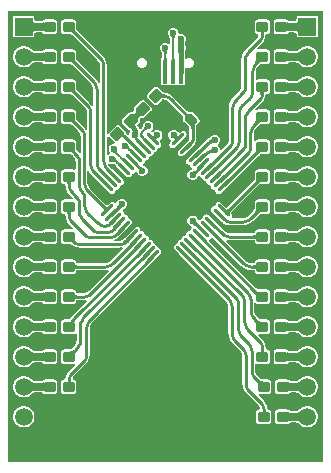
<source format=gtl>
G04*
G04 #@! TF.GenerationSoftware,Altium Limited,Altium Designer,23.2.1 (34)*
G04*
G04 Layer_Physical_Order=1*
G04 Layer_Color=255*
%FSLAX25Y25*%
%MOIN*%
G70*
G04*
G04 #@! TF.SameCoordinates,9329C3C2-16CE-4A0C-8BE9-04AE65E2FBF7*
G04*
G04*
G04 #@! TF.FilePolarity,Positive*
G04*
G01*
G75*
%ADD10C,0.01575*%
%ADD12C,0.00787*%
%ADD14C,0.00984*%
%ADD27C,0.01102*%
%ADD28C,0.02362*%
G04:AMPARAMS|DCode=29|XSize=59.06mil|YSize=10.63mil|CornerRadius=0mil|HoleSize=0mil|Usage=FLASHONLY|Rotation=225.000|XOffset=0mil|YOffset=0mil|HoleType=Round|Shape=Round|*
%AMOVALD29*
21,1,0.04842,0.01063,0.00000,0.00000,225.0*
1,1,0.01063,0.01712,0.01712*
1,1,0.01063,-0.01712,-0.01712*
%
%ADD29OVALD29*%

G04:AMPARAMS|DCode=30|XSize=10.63mil|YSize=59.06mil|CornerRadius=0mil|HoleSize=0mil|Usage=FLASHONLY|Rotation=225.000|XOffset=0mil|YOffset=0mil|HoleType=Round|Shape=Round|*
%AMOVALD30*
21,1,0.04842,0.01063,0.00000,0.00000,315.0*
1,1,0.01063,-0.01712,0.01712*
1,1,0.01063,0.01712,-0.01712*
%
%ADD30OVALD30*%

G04:AMPARAMS|DCode=31|XSize=31mil|YSize=38mil|CornerRadius=7.75mil|HoleSize=0mil|Usage=FLASHONLY|Rotation=225.000|XOffset=0mil|YOffset=0mil|HoleType=Round|Shape=RoundedRectangle|*
%AMROUNDEDRECTD31*
21,1,0.03100,0.02250,0,0,225.0*
21,1,0.01550,0.03800,0,0,225.0*
1,1,0.01550,-0.01344,0.00248*
1,1,0.01550,-0.00248,0.01344*
1,1,0.01550,0.01344,-0.00248*
1,1,0.01550,0.00248,-0.01344*
%
%ADD31ROUNDEDRECTD31*%
G04:AMPARAMS|DCode=32|XSize=35.43mil|YSize=38mil|CornerRadius=3.54mil|HoleSize=0mil|Usage=FLASHONLY|Rotation=270.000|XOffset=0mil|YOffset=0mil|HoleType=Round|Shape=RoundedRectangle|*
%AMROUNDEDRECTD32*
21,1,0.03543,0.03091,0,0,270.0*
21,1,0.02835,0.03800,0,0,270.0*
1,1,0.00709,-0.01546,-0.01417*
1,1,0.00709,-0.01546,0.01417*
1,1,0.00709,0.01546,0.01417*
1,1,0.00709,0.01546,-0.01417*
%
%ADD32ROUNDEDRECTD32*%
G04:AMPARAMS|DCode=33|XSize=35.43mil|YSize=38mil|CornerRadius=3.54mil|HoleSize=0mil|Usage=FLASHONLY|Rotation=135.000|XOffset=0mil|YOffset=0mil|HoleType=Round|Shape=RoundedRectangle|*
%AMROUNDEDRECTD33*
21,1,0.03543,0.03091,0,0,135.0*
21,1,0.02835,0.03800,0,0,135.0*
1,1,0.00709,0.00091,0.02095*
1,1,0.00709,0.02095,0.00091*
1,1,0.00709,-0.00091,-0.02095*
1,1,0.00709,-0.02095,-0.00091*
%
%ADD33ROUNDEDRECTD33*%
%ADD34R,0.07874X0.05512*%
%ADD35R,0.06299X0.03937*%
%ADD36R,0.01575X0.07874*%
%ADD37C,0.05906*%
%ADD38R,0.05906X0.05906*%
%ADD39C,0.02362*%
G36*
X52510Y-87944D02*
X-52510D01*
Y62353D01*
X52510D01*
Y-87944D01*
D02*
G37*
%LPC*%
G36*
X50787Y60630D02*
X43701D01*
Y59555D01*
X43680Y59516D01*
X43664Y59367D01*
X43645Y59313D01*
X43613Y59265D01*
X43549Y59206D01*
X43433Y59136D01*
X43257Y59064D01*
X43017Y59000D01*
X42715Y58950D01*
X42365Y58919D01*
X42093Y58925D01*
X41498Y58979D01*
X41277Y59016D01*
X41097Y59058D01*
X40968Y59100D01*
X40896Y59133D01*
X40883Y59143D01*
X40850Y59179D01*
X40834Y59186D01*
X40828Y59203D01*
X40712Y59250D01*
X40497Y59394D01*
X40129Y59467D01*
X37037D01*
X36669Y59394D01*
X36356Y59185D01*
X36147Y58872D01*
X36074Y58504D01*
Y55669D01*
X36147Y55300D01*
X36356Y54988D01*
X36669Y54779D01*
X37037Y54706D01*
X40129D01*
X40497Y54779D01*
X40712Y54922D01*
X40828Y54970D01*
X40834Y54987D01*
X40850Y54994D01*
X40883Y55031D01*
X40896Y55040D01*
X40968Y55073D01*
X41097Y55115D01*
X41278Y55157D01*
X41492Y55193D01*
X42360Y55255D01*
X42715Y55224D01*
X43017Y55174D01*
X43257Y55109D01*
X43433Y55037D01*
X43549Y54967D01*
X43613Y54908D01*
X43645Y54860D01*
X43664Y54806D01*
X43680Y54657D01*
X43701Y54618D01*
Y53543D01*
X50787D01*
Y60630D01*
D02*
G37*
G36*
X-43701D02*
X-50787D01*
Y53543D01*
X-43701D01*
Y54618D01*
X-43680Y54657D01*
X-43664Y54806D01*
X-43645Y54860D01*
X-43613Y54908D01*
X-43549Y54967D01*
X-43433Y55037D01*
X-43257Y55109D01*
X-43017Y55174D01*
X-42715Y55224D01*
X-42365Y55254D01*
X-42093Y55248D01*
X-41498Y55194D01*
X-41278Y55157D01*
X-41097Y55115D01*
X-40968Y55073D01*
X-40896Y55040D01*
X-40883Y55031D01*
X-40850Y54994D01*
X-40834Y54987D01*
X-40828Y54971D01*
X-40712Y54923D01*
X-40497Y54779D01*
X-40129Y54706D01*
X-37037D01*
X-36669Y54779D01*
X-36356Y54988D01*
X-36147Y55301D01*
X-36074Y55669D01*
Y58504D01*
X-36147Y58873D01*
X-36356Y59185D01*
X-36669Y59394D01*
X-37037Y59467D01*
X-40129D01*
X-40497Y59394D01*
X-40712Y59251D01*
X-40828Y59203D01*
X-40834Y59186D01*
X-40850Y59179D01*
X-40883Y59143D01*
X-40896Y59134D01*
X-40968Y59100D01*
X-41097Y59058D01*
X-41277Y59016D01*
X-41492Y58981D01*
X-42360Y58918D01*
X-42715Y58950D01*
X-43017Y59000D01*
X-43257Y59064D01*
X-43433Y59136D01*
X-43549Y59206D01*
X-43613Y59265D01*
X-43645Y59313D01*
X-43664Y59367D01*
X-43680Y59516D01*
X-43701Y59555D01*
Y60630D01*
D02*
G37*
G36*
X33829Y59467D02*
X30737D01*
X30369Y59394D01*
X30056Y59185D01*
X29847Y58872D01*
X29774Y58504D01*
Y55669D01*
X29847Y55300D01*
X30056Y54988D01*
X30369Y54779D01*
X30737Y54706D01*
X30790Y54645D01*
X30977Y54206D01*
X30736Y53624D01*
X30286Y53037D01*
X30288Y53035D01*
X27202Y49948D01*
X26833Y49610D01*
X26833Y49610D01*
X26009Y48536D01*
X25491Y47285D01*
X25314Y45943D01*
X25336D01*
Y37457D01*
X25332D01*
X25236Y36724D01*
X24953Y36041D01*
X24503Y35454D01*
X24505Y35452D01*
X23002Y33948D01*
X22633Y33610D01*
X22633Y33610D01*
X21809Y32536D01*
X21291Y31285D01*
X21114Y29943D01*
X21136D01*
Y19780D01*
X21133D01*
X21036Y19047D01*
X20753Y18364D01*
X20303Y17777D01*
X20305Y17775D01*
X18634Y16103D01*
X18114Y16291D01*
X17902Y16804D01*
X17506Y17199D01*
X17444Y17500D01*
X17506Y17801D01*
X17902Y18196D01*
X18172Y18848D01*
Y19552D01*
X17902Y20204D01*
X17404Y20702D01*
X16752Y20972D01*
X16048D01*
X15396Y20702D01*
X14984Y20290D01*
X14911Y20246D01*
X14882Y20208D01*
X14862Y20184D01*
X14836Y20159D01*
X14728Y20068D01*
X14678Y20032D01*
X14406Y19863D01*
X14303Y19806D01*
X14267Y19762D01*
X14179Y19726D01*
X13259Y19020D01*
X13271Y19008D01*
X10818Y16554D01*
X10646Y16440D01*
X7222Y13016D01*
X6974Y12645D01*
X6887Y12207D01*
X6974Y11769D01*
X7222Y11398D01*
X7593Y11150D01*
X7827Y11103D01*
X8128Y10912D01*
X8320Y10611D01*
X8367Y10377D01*
X8615Y10006D01*
X8718Y9937D01*
X8712Y9697D01*
X8619Y9402D01*
X8054Y9167D01*
X7555Y8669D01*
X7286Y8018D01*
Y7313D01*
X7555Y6662D01*
X8054Y6163D01*
X8705Y5894D01*
X9410D01*
X10061Y6163D01*
X10559Y6662D01*
X10794Y7228D01*
X11088Y7320D01*
X11329Y7326D01*
X11399Y7222D01*
X11770Y6974D01*
X12003Y6928D01*
X12304Y6735D01*
X12496Y6435D01*
X12542Y6201D01*
X12790Y5830D01*
X13161Y5582D01*
X13395Y5536D01*
X13695Y5344D01*
X13888Y5043D01*
X13935Y4809D01*
X14183Y4438D01*
X14554Y4190D01*
X14786Y4144D01*
X15088Y3951D01*
X15279Y3651D01*
X15326Y3417D01*
X15574Y3046D01*
X15945Y2798D01*
X16179Y2752D01*
X16479Y2560D01*
X16672Y2259D01*
X16718Y2025D01*
X16966Y1654D01*
X17338Y1406D01*
X17775Y1319D01*
X18213Y1406D01*
X18584Y1654D01*
X20225Y3295D01*
X20311Y3352D01*
X31009Y14050D01*
X31067Y14072D01*
X31468Y14444D01*
X31623Y14567D01*
X31759Y14662D01*
X31835Y14706D01*
X32270D01*
X32291Y14701D01*
X32299Y14706D01*
X33829D01*
X34197Y14779D01*
X34510Y14988D01*
X34719Y15301D01*
X34792Y15669D01*
Y18504D01*
X34719Y18872D01*
X34510Y19185D01*
X34197Y19394D01*
X33829Y19467D01*
X30737D01*
X30369Y19394D01*
X30056Y19185D01*
X29964Y19047D01*
X29464Y19199D01*
Y21447D01*
X29467D01*
X29564Y22180D01*
X29847Y22863D01*
X30297Y23449D01*
X30295Y23452D01*
X30893Y24051D01*
X30952Y24072D01*
X31363Y24454D01*
X31520Y24580D01*
X31658Y24676D01*
X31710Y24706D01*
X32095D01*
X32129Y24695D01*
X32149Y24706D01*
X33829D01*
X34197Y24779D01*
X34510Y24988D01*
X34719Y25300D01*
X34792Y25669D01*
Y28504D01*
X34719Y28872D01*
X34510Y29185D01*
X34197Y29394D01*
X33829Y29467D01*
X30737D01*
X30369Y29394D01*
X30304Y29351D01*
X29985Y29739D01*
X31935Y31688D01*
X31950Y31673D01*
X32774Y32747D01*
X33292Y33998D01*
X33304Y34086D01*
X33327Y34122D01*
X33359Y34314D01*
X33393Y34461D01*
X33429Y34577D01*
X33463Y34661D01*
X33487Y34706D01*
X33829D01*
X34197Y34779D01*
X34510Y34988D01*
X34719Y35300D01*
X34792Y35669D01*
Y38504D01*
X34719Y38873D01*
X34510Y39185D01*
X34197Y39394D01*
X33829Y39467D01*
X30737D01*
X30564Y39433D01*
X30064Y39746D01*
Y42047D01*
X30068D01*
X30164Y42780D01*
X30447Y43463D01*
X30897Y44050D01*
X30959Y44080D01*
X30959Y44080D01*
X31405Y44508D01*
X31606Y44680D01*
X31639Y44706D01*
X33829D01*
X34197Y44779D01*
X34510Y44988D01*
X34719Y45300D01*
X34792Y45669D01*
Y48504D01*
X34719Y48873D01*
X34510Y49185D01*
X34197Y49394D01*
X33829Y49467D01*
X30737D01*
X30716Y49463D01*
X30470Y49924D01*
X31935Y51388D01*
X31950Y51373D01*
X32774Y52447D01*
X33292Y53698D01*
X33425Y54706D01*
X33829D01*
X34197Y54779D01*
X34510Y54988D01*
X34719Y55300D01*
X34792Y55669D01*
Y58504D01*
X34719Y58872D01*
X34510Y59185D01*
X34197Y59394D01*
X33829Y59467D01*
D02*
G37*
G36*
X2912Y56590D02*
X2208D01*
X1556Y56321D01*
X1058Y55822D01*
X788Y55171D01*
Y54466D01*
X1058Y53815D01*
X1228Y53646D01*
X1271Y53534D01*
X1338Y53464D01*
X1382Y53411D01*
X1419Y53359D01*
X1449Y53309D01*
X1473Y53260D01*
X1492Y53211D01*
X1507Y53161D01*
X1518Y53110D01*
X1524Y53055D01*
X1528Y52971D01*
X1556Y52909D01*
Y51538D01*
X1056Y51331D01*
X1004Y51384D01*
X352Y51653D01*
X-352D01*
X-1004Y51384D01*
X-1502Y50885D01*
X-1772Y50234D01*
Y49529D01*
X-1502Y48878D01*
X-1332Y48709D01*
X-1289Y48597D01*
X-1222Y48527D01*
X-1178Y48474D01*
X-1141Y48422D01*
X-1111Y48372D01*
X-1087Y48323D01*
X-1068Y48274D01*
X-1053Y48224D01*
X-1042Y48173D01*
X-1036Y48118D01*
X-1032Y48034D01*
X-1003Y47972D01*
Y46802D01*
X-1033Y46737D01*
X-1036Y46606D01*
X-1042Y46535D01*
X-1378D01*
Y46021D01*
X-1415Y45933D01*
X-1401Y45899D01*
X-1411Y45864D01*
X-1378Y45804D01*
Y37480D01*
X3938D01*
Y37480D01*
X6498D01*
Y41872D01*
X6525Y42008D01*
Y43309D01*
X7025Y43519D01*
X7542Y43305D01*
X8208D01*
X8823Y43560D01*
X9294Y44031D01*
X9548Y44646D01*
Y45311D01*
X9294Y45926D01*
X8823Y46397D01*
X8208Y46652D01*
X7542D01*
X7025Y46437D01*
X6525Y46648D01*
Y48239D01*
X6547Y48291D01*
X6547Y48419D01*
X6556Y48801D01*
X6557Y48813D01*
X6622Y48878D01*
X6892Y49529D01*
Y50234D01*
X6622Y50885D01*
X6576Y50931D01*
X6549Y51443D01*
X6556Y51738D01*
X6557Y51750D01*
X6622Y51815D01*
X6892Y52466D01*
Y53171D01*
X6622Y53822D01*
X6124Y54321D01*
X5472Y54590D01*
X4768D01*
X4332Y54951D01*
Y55171D01*
X4062Y55822D01*
X3564Y56321D01*
X2912Y56590D01*
D02*
G37*
G36*
X47711Y50630D02*
X46778D01*
X45876Y50388D01*
X45068Y49922D01*
X44808Y49661D01*
X44699Y49620D01*
X44539Y49472D01*
X44392Y49356D01*
X44234Y49254D01*
X44065Y49165D01*
X43885Y49088D01*
X43691Y49025D01*
X43482Y48974D01*
X43259Y48937D01*
X43020Y48915D01*
X42798Y48908D01*
X42093Y48926D01*
X41498Y48979D01*
X41277Y49016D01*
X41097Y49058D01*
X40968Y49100D01*
X40896Y49134D01*
X40883Y49143D01*
X40850Y49179D01*
X40834Y49186D01*
X40828Y49203D01*
X40712Y49251D01*
X40497Y49394D01*
X40129Y49467D01*
X37037D01*
X36669Y49394D01*
X36356Y49185D01*
X36147Y48873D01*
X36074Y48504D01*
Y45669D01*
X36147Y45300D01*
X36356Y44988D01*
X36669Y44779D01*
X37037Y44706D01*
X40129D01*
X40497Y44779D01*
X40712Y44923D01*
X40828Y44970D01*
X40834Y44987D01*
X40850Y44994D01*
X40883Y45031D01*
X40896Y45040D01*
X40968Y45073D01*
X41097Y45115D01*
X41277Y45157D01*
X41492Y45193D01*
X42456Y45262D01*
X42781Y45266D01*
X43020Y45258D01*
X43259Y45236D01*
X43482Y45199D01*
X43691Y45149D01*
X43885Y45085D01*
X44065Y45009D01*
X44234Y44919D01*
X44392Y44817D01*
X44539Y44702D01*
X44699Y44553D01*
X44808Y44512D01*
X45068Y44251D01*
X45876Y43785D01*
X46778Y43543D01*
X47711D01*
X48612Y43785D01*
X49420Y44251D01*
X50079Y44911D01*
X50546Y45719D01*
X50787Y46620D01*
Y47553D01*
X50546Y48454D01*
X50079Y49262D01*
X49420Y49922D01*
X48612Y50388D01*
X47711Y50630D01*
D02*
G37*
G36*
X-46778D02*
X-47711D01*
X-48612Y50388D01*
X-49420Y49922D01*
X-50080Y49262D01*
X-50546Y48454D01*
X-50787Y47553D01*
Y46620D01*
X-50546Y45719D01*
X-50080Y44911D01*
X-49420Y44251D01*
X-48612Y43785D01*
X-47711Y43543D01*
X-46778D01*
X-45877Y43785D01*
X-45068Y44251D01*
X-44808Y44512D01*
X-44699Y44553D01*
X-44540Y44702D01*
X-44392Y44818D01*
X-44234Y44919D01*
X-44065Y45009D01*
X-43885Y45085D01*
X-43691Y45149D01*
X-43482Y45199D01*
X-43259Y45236D01*
X-43020Y45258D01*
X-42798Y45265D01*
X-42093Y45248D01*
X-41498Y45194D01*
X-41278Y45157D01*
X-41097Y45115D01*
X-40968Y45073D01*
X-40896Y45040D01*
X-40883Y45031D01*
X-40850Y44995D01*
X-40834Y44987D01*
X-40828Y44971D01*
X-40712Y44923D01*
X-40497Y44779D01*
X-40129Y44706D01*
X-37037D01*
X-36669Y44779D01*
X-36356Y44988D01*
X-36147Y45301D01*
X-36074Y45669D01*
Y48504D01*
X-36147Y48873D01*
X-36356Y49185D01*
X-36669Y49394D01*
X-37037Y49467D01*
X-40129D01*
X-40497Y49394D01*
X-40712Y49251D01*
X-40828Y49203D01*
X-40834Y49186D01*
X-40850Y49179D01*
X-40883Y49143D01*
X-40896Y49134D01*
X-40968Y49100D01*
X-41097Y49058D01*
X-41278Y49016D01*
X-41492Y48981D01*
X-42456Y48911D01*
X-42781Y48908D01*
X-43020Y48915D01*
X-43259Y48937D01*
X-43482Y48974D01*
X-43691Y49025D01*
X-43885Y49088D01*
X-44065Y49165D01*
X-44234Y49254D01*
X-44392Y49356D01*
X-44539Y49471D01*
X-44699Y49620D01*
X-44808Y49661D01*
X-45068Y49922D01*
X-45877Y50388D01*
X-46778Y50630D01*
D02*
G37*
G36*
X-7540Y46652D02*
X-8206D01*
X-8821Y46397D01*
X-9291Y45926D01*
X-9546Y45311D01*
Y44646D01*
X-9291Y44031D01*
X-8821Y43560D01*
X-8206Y43305D01*
X-7540D01*
X-6925Y43560D01*
X-6454Y44031D01*
X-6200Y44646D01*
Y45311D01*
X-6454Y45926D01*
X-6925Y46397D01*
X-7540Y46652D01*
D02*
G37*
G36*
X47711Y40630D02*
X46778D01*
X45876Y40389D01*
X45068Y39922D01*
X44808Y39661D01*
X44699Y39620D01*
X44539Y39472D01*
X44392Y39356D01*
X44234Y39254D01*
X44065Y39165D01*
X43885Y39088D01*
X43691Y39025D01*
X43482Y38974D01*
X43259Y38937D01*
X43020Y38915D01*
X42798Y38908D01*
X42093Y38925D01*
X41498Y38980D01*
X41277Y39016D01*
X41097Y39058D01*
X40968Y39100D01*
X40896Y39134D01*
X40883Y39143D01*
X40850Y39179D01*
X40834Y39186D01*
X40828Y39203D01*
X40712Y39250D01*
X40497Y39394D01*
X40129Y39467D01*
X37037D01*
X36669Y39394D01*
X36356Y39185D01*
X36147Y38873D01*
X36074Y38504D01*
Y35669D01*
X36147Y35300D01*
X36356Y34988D01*
X36669Y34779D01*
X37037Y34706D01*
X40129D01*
X40497Y34779D01*
X40712Y34923D01*
X40828Y34970D01*
X40834Y34987D01*
X40850Y34994D01*
X40883Y35030D01*
X40896Y35040D01*
X40968Y35073D01*
X41097Y35115D01*
X41278Y35157D01*
X41492Y35193D01*
X42456Y35262D01*
X42781Y35266D01*
X43020Y35258D01*
X43259Y35236D01*
X43482Y35199D01*
X43691Y35149D01*
X43885Y35085D01*
X44065Y35008D01*
X44234Y34920D01*
X44392Y34817D01*
X44539Y34702D01*
X44699Y34553D01*
X44808Y34512D01*
X45068Y34251D01*
X45876Y33785D01*
X46778Y33543D01*
X47711D01*
X48612Y33785D01*
X49420Y34251D01*
X50079Y34911D01*
X50546Y35719D01*
X50787Y36620D01*
Y37553D01*
X50546Y38454D01*
X50079Y39262D01*
X49420Y39922D01*
X48612Y40389D01*
X47711Y40630D01*
D02*
G37*
G36*
X-30737Y59467D02*
X-33829D01*
X-34197Y59394D01*
X-34510Y59185D01*
X-34719Y58873D01*
X-34792Y58504D01*
Y55669D01*
X-34719Y55301D01*
X-34510Y54988D01*
X-34197Y54779D01*
X-33829Y54706D01*
X-31987D01*
X-31968Y54696D01*
X-31935Y54706D01*
X-31605D01*
X-31571Y54686D01*
X-31460Y54609D01*
X-31143Y54340D01*
X-30961Y54164D01*
X-30897Y54139D01*
X-22652Y45895D01*
X-22655Y45892D01*
X-22195Y45293D01*
X-21906Y44595D01*
X-21808Y43847D01*
X-21804D01*
Y38332D01*
X-22304Y38232D01*
X-22460Y38610D01*
X-23275Y39672D01*
X-23291Y39656D01*
X-23291Y39656D01*
X-29160Y45524D01*
X-29166Y45555D01*
X-29208Y45581D01*
X-29225Y45628D01*
X-29584Y46013D01*
X-29700Y46157D01*
X-29774Y46262D01*
Y46505D01*
X-29764Y46525D01*
X-29774Y46557D01*
Y46597D01*
X-29763Y46631D01*
X-29774Y46653D01*
Y48504D01*
X-29847Y48873D01*
X-30056Y49185D01*
X-30369Y49394D01*
X-30737Y49467D01*
X-33829D01*
X-34197Y49394D01*
X-34510Y49185D01*
X-34719Y48873D01*
X-34792Y48504D01*
Y45669D01*
X-34719Y45301D01*
X-34510Y44988D01*
X-34197Y44779D01*
X-33829Y44706D01*
X-31987D01*
X-31968Y44696D01*
X-31935Y44706D01*
X-31605D01*
X-31571Y44686D01*
X-31460Y44609D01*
X-31143Y44340D01*
X-30961Y44164D01*
X-30897Y44139D01*
X-24852Y38095D01*
X-24855Y38092D01*
X-24395Y37493D01*
X-24106Y36795D01*
X-24008Y36047D01*
X-24004D01*
Y30673D01*
X-24504Y30574D01*
X-24560Y30710D01*
X-25375Y31772D01*
X-25391Y31756D01*
X-25391Y31756D01*
X-29160Y35524D01*
X-29166Y35555D01*
X-29208Y35581D01*
X-29225Y35628D01*
X-29584Y36013D01*
X-29700Y36157D01*
X-29774Y36262D01*
Y36505D01*
X-29764Y36525D01*
X-29774Y36557D01*
Y36597D01*
X-29763Y36631D01*
X-29774Y36653D01*
Y38504D01*
X-29847Y38873D01*
X-30056Y39185D01*
X-30369Y39394D01*
X-30737Y39467D01*
X-33829D01*
X-34197Y39394D01*
X-34510Y39185D01*
X-34719Y38873D01*
X-34792Y38504D01*
Y35669D01*
X-34719Y35301D01*
X-34510Y34988D01*
X-34197Y34779D01*
X-33829Y34706D01*
X-31987D01*
X-31968Y34696D01*
X-31935Y34706D01*
X-31605D01*
X-31572Y34686D01*
X-31460Y34609D01*
X-31143Y34340D01*
X-30961Y34164D01*
X-30897Y34139D01*
X-26952Y30195D01*
X-26955Y30192D01*
X-26495Y29593D01*
X-26206Y28895D01*
X-26108Y28147D01*
X-26104D01*
Y22773D01*
X-26604Y22674D01*
X-26660Y22810D01*
X-27475Y23872D01*
X-27491Y23856D01*
X-27491Y23856D01*
X-29160Y25524D01*
X-29166Y25554D01*
X-29208Y25581D01*
X-29225Y25628D01*
X-29584Y26013D01*
X-29700Y26157D01*
X-29774Y26262D01*
Y26506D01*
X-29764Y26525D01*
X-29774Y26557D01*
Y26597D01*
X-29763Y26631D01*
X-29774Y26653D01*
Y28504D01*
X-29847Y28873D01*
X-30056Y29185D01*
X-30369Y29394D01*
X-30737Y29467D01*
X-33829D01*
X-34197Y29394D01*
X-34510Y29185D01*
X-34719Y28873D01*
X-34792Y28504D01*
Y25669D01*
X-34719Y25301D01*
X-34510Y24988D01*
X-34197Y24779D01*
X-33829Y24706D01*
X-31987D01*
X-31968Y24696D01*
X-31935Y24706D01*
X-31605D01*
X-31572Y24687D01*
X-31460Y24609D01*
X-31143Y24340D01*
X-30961Y24164D01*
X-30897Y24139D01*
X-29052Y22295D01*
X-29055Y22292D01*
X-28595Y21693D01*
X-28306Y20995D01*
X-28208Y20247D01*
X-28204D01*
Y15127D01*
X-28704Y14958D01*
X-29175Y15572D01*
X-29175Y15572D01*
X-29234Y15638D01*
X-29234Y15638D01*
X-29281Y15686D01*
X-29511Y15933D01*
X-29672Y16115D01*
X-29752Y16221D01*
X-29774Y16254D01*
Y16298D01*
X-29765Y16315D01*
X-29774Y16346D01*
Y16418D01*
X-29765Y16450D01*
X-29774Y16467D01*
Y18504D01*
X-29847Y18873D01*
X-30056Y19185D01*
X-30369Y19394D01*
X-30737Y19467D01*
X-33829D01*
X-34197Y19394D01*
X-34510Y19185D01*
X-34719Y18873D01*
X-34792Y18504D01*
Y15669D01*
X-34719Y15301D01*
X-34510Y14988D01*
X-34197Y14779D01*
X-33829Y14706D01*
X-31794D01*
X-31778Y14697D01*
X-31747Y14706D01*
X-31592D01*
X-31533Y14667D01*
X-31124Y14323D01*
X-30962Y14166D01*
X-30962Y14166D01*
X-30755Y13992D01*
X-30295Y13393D01*
X-30007Y12695D01*
X-29908Y11947D01*
X-29904D01*
Y9685D01*
X-30354Y9403D01*
X-30404Y9401D01*
X-30737Y9467D01*
X-33829D01*
X-34197Y9394D01*
X-34510Y9185D01*
X-34719Y8873D01*
X-34792Y8504D01*
Y5669D01*
X-34719Y5301D01*
X-34510Y4988D01*
X-34197Y4779D01*
X-33829Y4706D01*
X-33415D01*
X-33414Y4631D01*
X-33406Y4611D01*
X-33235Y3313D01*
X-32723Y2077D01*
X-31908Y1015D01*
X-31892Y1031D01*
X-31892Y1031D01*
X-30828Y-33D01*
X-30884Y-288D01*
X-31062Y-533D01*
X-33829D01*
X-34197Y-606D01*
X-34510Y-815D01*
X-34719Y-1127D01*
X-34792Y-1496D01*
Y-4331D01*
X-34719Y-4699D01*
X-34510Y-5012D01*
X-34197Y-5221D01*
X-33829Y-5294D01*
X-33415D01*
X-33414Y-5369D01*
X-33406Y-5389D01*
X-33235Y-6687D01*
X-32723Y-7923D01*
X-31908Y-8985D01*
X-31892Y-8969D01*
X-31892Y-8969D01*
X-30828Y-10033D01*
X-31036Y-10533D01*
X-33829D01*
X-34197Y-10606D01*
X-34510Y-10815D01*
X-34719Y-11127D01*
X-34792Y-11496D01*
Y-14331D01*
X-34719Y-14699D01*
X-34510Y-15012D01*
X-34197Y-15221D01*
X-33829Y-15294D01*
X-31856D01*
X-31825Y-15303D01*
X-31685Y-15356D01*
X-31030Y-15688D01*
X-30775Y-15841D01*
X-30720Y-15849D01*
X-30603Y-15940D01*
X-29366Y-16452D01*
X-28040Y-16626D01*
Y-16604D01*
X-15766D01*
Y-16626D01*
X-14560Y-16468D01*
X-14277Y-16892D01*
X-18347Y-20961D01*
X-18350Y-20958D01*
X-18948Y-21418D01*
X-19646Y-21707D01*
X-20394Y-21805D01*
Y-21810D01*
X-29326D01*
X-29388Y-21782D01*
X-29557Y-21778D01*
X-29683Y-21767D01*
X-29774Y-21752D01*
Y-21496D01*
X-29847Y-21127D01*
X-30056Y-20815D01*
X-30369Y-20606D01*
X-30737Y-20533D01*
X-33829D01*
X-34197Y-20606D01*
X-34510Y-20815D01*
X-34719Y-21127D01*
X-34792Y-21496D01*
Y-24331D01*
X-34719Y-24699D01*
X-34510Y-25012D01*
X-34197Y-25221D01*
X-33829Y-25294D01*
X-30737D01*
X-30369Y-25221D01*
X-30056Y-25012D01*
X-29847Y-24699D01*
X-29774Y-24331D01*
Y-24075D01*
X-29683Y-24060D01*
X-29557Y-24049D01*
X-29388Y-24045D01*
X-29326Y-24017D01*
X-20394D01*
Y-24040D01*
X-19191Y-23881D01*
X-18910Y-24307D01*
X-25563Y-30961D01*
X-25566Y-30958D01*
X-26165Y-31418D01*
X-26863Y-31707D01*
X-27611Y-31805D01*
Y-31809D01*
X-29326D01*
X-29388Y-31782D01*
X-29557Y-31778D01*
X-29683Y-31767D01*
X-29774Y-31752D01*
Y-31496D01*
X-29847Y-31127D01*
X-30056Y-30815D01*
X-30369Y-30606D01*
X-30737Y-30533D01*
X-33829D01*
X-34197Y-30606D01*
X-34510Y-30815D01*
X-34719Y-31127D01*
X-34792Y-31496D01*
Y-34331D01*
X-34719Y-34699D01*
X-34510Y-35012D01*
X-34197Y-35221D01*
X-33829Y-35294D01*
X-30737D01*
X-30369Y-35221D01*
X-30056Y-35012D01*
X-29847Y-34699D01*
X-29774Y-34331D01*
Y-34075D01*
X-29683Y-34060D01*
X-29557Y-34049D01*
X-29388Y-34045D01*
X-29326Y-34017D01*
X-27611D01*
Y-34040D01*
X-26406Y-33881D01*
X-26123Y-34305D01*
X-30788Y-38971D01*
X-30788Y-38971D01*
X-30804Y-38954D01*
X-31535Y-39907D01*
X-31581Y-39944D01*
X-31679Y-40119D01*
X-31766Y-40257D01*
X-31844Y-40367D01*
X-31913Y-40450D01*
X-31967Y-40505D01*
X-32002Y-40532D01*
X-32008Y-40533D01*
X-33829D01*
X-34197Y-40606D01*
X-34510Y-40815D01*
X-34719Y-41127D01*
X-34792Y-41496D01*
Y-44331D01*
X-34719Y-44699D01*
X-34510Y-45012D01*
X-34197Y-45221D01*
X-33829Y-45294D01*
X-30737D01*
X-30369Y-45221D01*
X-30104Y-45044D01*
X-29880Y-45099D01*
X-29604Y-45235D01*
Y-47473D01*
X-29608D01*
X-29706Y-48222D01*
X-29995Y-48919D01*
X-30455Y-49518D01*
X-30452Y-49521D01*
X-30891Y-49960D01*
X-30952Y-49983D01*
X-31316Y-50321D01*
X-31453Y-50430D01*
X-31571Y-50513D01*
X-31605Y-50533D01*
X-31935D01*
X-31968Y-50523D01*
X-31987Y-50533D01*
X-33829D01*
X-34197Y-50606D01*
X-34510Y-50815D01*
X-34719Y-51127D01*
X-34792Y-51496D01*
Y-54331D01*
X-34719Y-54699D01*
X-34510Y-55012D01*
X-34197Y-55221D01*
X-33829Y-55294D01*
X-30737D01*
X-30449Y-55237D01*
X-30161Y-55396D01*
X-29971Y-55556D01*
X-29975Y-55614D01*
X-31892Y-57531D01*
X-31892Y-57531D01*
X-31908Y-57515D01*
X-32723Y-58577D01*
X-33235Y-59813D01*
X-33330Y-60533D01*
X-33829D01*
X-34197Y-60606D01*
X-34510Y-60815D01*
X-34719Y-61127D01*
X-34792Y-61496D01*
Y-64331D01*
X-34719Y-64699D01*
X-34510Y-65012D01*
X-34197Y-65221D01*
X-33829Y-65294D01*
X-30737D01*
X-30369Y-65221D01*
X-30056Y-65012D01*
X-29847Y-64699D01*
X-29774Y-64331D01*
Y-61496D01*
X-29847Y-61127D01*
X-30056Y-60815D01*
X-30369Y-60606D01*
X-30605Y-60559D01*
X-30845Y-60251D01*
X-30928Y-60033D01*
X-30788Y-59694D01*
X-30328Y-59095D01*
X-30331Y-59092D01*
X-26791Y-55552D01*
X-26791Y-55552D01*
X-26775Y-55568D01*
X-25960Y-54506D01*
X-25448Y-53270D01*
X-25273Y-51943D01*
X-25296D01*
Y-43368D01*
X-25292D01*
X-25194Y-42620D01*
X-24905Y-41922D01*
X-24445Y-41323D01*
X-24448Y-41320D01*
X-5250Y-22122D01*
X-5079Y-22008D01*
X-1654Y-18584D01*
X-1407Y-18213D01*
X-1319Y-17775D01*
X-1407Y-17337D01*
X-1654Y-16966D01*
X-2026Y-16718D01*
X-2260Y-16671D01*
X-2560Y-16480D01*
X-2753Y-16178D01*
X-2799Y-15945D01*
X-3047Y-15574D01*
X-3418Y-15326D01*
X-3651Y-15280D01*
X-3953Y-15087D01*
X-4144Y-14786D01*
X-4190Y-14553D01*
X-4438Y-14182D01*
X-4809Y-13934D01*
X-5043Y-13887D01*
X-5344Y-13696D01*
X-5537Y-13395D01*
X-5583Y-13161D01*
X-5831Y-12790D01*
X-6202Y-12542D01*
X-6435Y-12496D01*
X-6736Y-12303D01*
X-6928Y-12002D01*
X-6974Y-11769D01*
X-7222Y-11398D01*
X-7593Y-11150D01*
X-7827Y-11103D01*
X-8128Y-10912D01*
X-8320Y-10611D01*
X-8367Y-10377D01*
X-8615Y-10006D01*
X-8986Y-9758D01*
X-9424Y-9671D01*
X-9862Y-9758D01*
X-10233Y-10006D01*
X-13555Y-13329D01*
X-13578Y-13333D01*
X-13613Y-13387D01*
X-13657Y-13430D01*
X-13665Y-13442D01*
X-13737Y-13485D01*
X-13766Y-13525D01*
X-13785Y-13547D01*
X-13889Y-13647D01*
X-13938Y-13689D01*
X-14346Y-13983D01*
X-14467Y-14061D01*
X-14472Y-14068D01*
X-15017Y-14293D01*
X-15766Y-14392D01*
Y-14396D01*
X-16990D01*
X-17089Y-13896D01*
X-16470Y-13640D01*
X-15408Y-12825D01*
X-15425Y-12809D01*
X-15424Y-12809D01*
X-14994Y-12378D01*
X-14823Y-12264D01*
X-11399Y-8840D01*
X-11151Y-8469D01*
X-11064Y-8031D01*
X-11151Y-7593D01*
X-11399Y-7222D01*
X-11770Y-6974D01*
X-12003Y-6928D01*
X-12304Y-6735D01*
X-12496Y-6435D01*
X-12542Y-6201D01*
X-12790Y-5830D01*
X-13161Y-5582D01*
X-13395Y-5536D01*
X-13695Y-5344D01*
X-13888Y-5043D01*
X-13935Y-4809D01*
X-14183Y-4438D01*
X-14286Y-4369D01*
X-14280Y-4129D01*
X-14187Y-3834D01*
X-13622Y-3599D01*
X-13123Y-3101D01*
X-12854Y-2450D01*
Y-1745D01*
X-13123Y-1094D01*
X-13622Y-596D01*
X-14273Y-326D01*
X-14977D01*
X-15629Y-596D01*
X-16127Y-1094D01*
X-16361Y-1660D01*
X-16656Y-1752D01*
X-16897Y-1759D01*
X-16966Y-1654D01*
X-17338Y-1406D01*
X-17775Y-1319D01*
X-18213Y-1406D01*
X-18584Y-1654D01*
X-19475Y-2545D01*
X-19550Y-2491D01*
X-19647Y-2410D01*
X-19770Y-2293D01*
X-19832Y-2269D01*
X-25148Y3046D01*
X-25145Y3049D01*
X-25605Y3648D01*
X-25894Y4345D01*
X-25992Y5094D01*
X-25996D01*
Y8818D01*
X-25496Y8918D01*
X-25440Y8782D01*
X-24625Y7720D01*
X-24609Y7736D01*
X-24609Y7736D01*
X-22122Y5249D01*
X-22008Y5078D01*
X-18584Y1654D01*
X-18213Y1406D01*
X-17775Y1319D01*
X-17337Y1406D01*
X-16966Y1654D01*
X-16718Y2025D01*
X-16671Y2259D01*
X-16479Y2560D01*
X-16179Y2752D01*
X-15945Y2799D01*
X-15573Y3047D01*
X-15325Y3418D01*
X-15279Y3650D01*
X-15087Y3952D01*
X-14786Y4144D01*
X-14553Y4190D01*
X-14182Y4438D01*
X-13934Y4809D01*
X-13847Y5247D01*
X-13934Y5685D01*
X-14182Y6056D01*
X-17606Y9480D01*
X-17777Y9594D01*
X-18748Y10565D01*
X-18745Y10568D01*
X-19044Y10957D01*
X-19027Y11167D01*
X-18502Y11461D01*
X-18134Y11309D01*
X-17429D01*
X-17309Y11359D01*
X-17222Y11349D01*
X-17151Y11370D01*
X-17118Y11375D01*
X-17094Y11377D01*
X-17075Y11376D01*
X-17058Y11373D01*
X-17041Y11367D01*
X-17018Y11357D01*
X-16990Y11340D01*
X-16963Y11320D01*
X-16834Y11178D01*
X-16740Y11062D01*
X-16721Y11035D01*
X-16715Y11025D01*
X-16706Y11007D01*
X-16701Y11003D01*
X-16699Y10999D01*
X-16688Y10992D01*
X-16647Y10956D01*
X-16621Y10916D01*
X-16573Y10800D01*
X-16532Y10784D01*
X-16440Y10646D01*
X-13016Y7222D01*
X-12645Y6974D01*
X-12207Y6887D01*
X-11769Y6974D01*
X-11398Y7222D01*
X-11150Y7593D01*
X-11104Y7827D01*
X-10911Y8128D01*
X-10611Y8320D01*
X-10377Y8366D01*
X-10006Y8614D01*
X-9937Y8717D01*
X-9698Y8711D01*
X-9402Y8618D01*
X-9168Y8053D01*
X-8669Y7555D01*
X-8018Y7285D01*
X-7313D01*
X-6662Y7555D01*
X-6164Y8053D01*
X-5894Y8704D01*
Y9409D01*
X-6164Y10061D01*
X-6662Y10559D01*
X-7228Y10793D01*
X-7320Y11089D01*
X-7326Y11329D01*
X-7222Y11398D01*
X-6974Y11769D01*
X-6928Y12002D01*
X-6736Y12303D01*
X-6434Y12495D01*
X-6202Y12541D01*
X-5831Y12789D01*
X-5583Y13161D01*
X-5536Y13395D01*
X-5344Y13695D01*
X-5043Y13888D01*
X-4809Y13934D01*
X-4438Y14182D01*
X-4190Y14553D01*
X-4144Y14786D01*
X-3952Y15087D01*
X-3650Y15279D01*
X-3418Y15325D01*
X-3047Y15573D01*
X-2799Y15945D01*
X-2752Y16179D01*
X-2560Y16479D01*
X-2259Y16671D01*
X-2025Y16718D01*
X-1654Y16966D01*
X-1406Y17337D01*
X-1319Y17775D01*
X-1406Y18213D01*
X-1654Y18584D01*
X-1943Y18873D01*
X-1845Y19363D01*
X-1757Y19399D01*
X-1259Y19898D01*
X-989Y20549D01*
Y21254D01*
X-1259Y21905D01*
X-1757Y22403D01*
X-2409Y22673D01*
X-3113D01*
X-3765Y22403D01*
X-4263Y21905D01*
X-4642Y22047D01*
X-4622Y22612D01*
X-4297Y22936D01*
X-4027Y23587D01*
Y24292D01*
X-4297Y24943D01*
X-4795Y25441D01*
X-5447Y25711D01*
X-6151D01*
X-6803Y25441D01*
X-7301Y24943D01*
X-7571Y24292D01*
Y24052D01*
X-7619Y23943D01*
X-7621Y23846D01*
X-7628Y23777D01*
X-7638Y23714D01*
X-7653Y23658D01*
X-7670Y23606D01*
X-7691Y23558D01*
X-7716Y23512D01*
X-7745Y23468D01*
X-7779Y23425D01*
X-7835Y23363D01*
X-7859Y23299D01*
X-8255Y22903D01*
X-8276Y22924D01*
X-8359Y22799D01*
X-8879Y22920D01*
X-8913Y23175D01*
X-9203Y23875D01*
X-9512Y24278D01*
X-8771Y25020D01*
X-8562Y25332D01*
X-8489Y25701D01*
X-8505Y25783D01*
X-8496Y25804D01*
X-8521Y25863D01*
X-8562Y26070D01*
X-8423Y26469D01*
X-8023Y26608D01*
X-7816Y26567D01*
X-7758Y26543D01*
X-7737Y26551D01*
X-7655Y26535D01*
X-7286Y26608D01*
X-6973Y26817D01*
X-4787Y29003D01*
X-4579Y29315D01*
X-4505Y29684D01*
X-4579Y30053D01*
X-4787Y30365D01*
X-6792Y32370D01*
X-7104Y32579D01*
X-7473Y32652D01*
X-7842Y32579D01*
X-8154Y32370D01*
X-10340Y30184D01*
X-10549Y29871D01*
X-10622Y29503D01*
X-10606Y29420D01*
X-10615Y29400D01*
X-10590Y29341D01*
X-10549Y29134D01*
X-10688Y28734D01*
X-11088Y28595D01*
X-11295Y28637D01*
X-11353Y28661D01*
X-11374Y28652D01*
X-11456Y28669D01*
X-11825Y28595D01*
X-12138Y28387D01*
X-14323Y26201D01*
X-14532Y25888D01*
X-14606Y25519D01*
X-14532Y25151D01*
X-14323Y24838D01*
X-12319Y22834D01*
X-12080Y22674D01*
X-12007Y22625D01*
X-12006Y22625D01*
X-11661Y22478D01*
X-11639Y22423D01*
X-11717Y21956D01*
X-11718Y21954D01*
X-11988Y21303D01*
Y21215D01*
X-12488Y21008D01*
X-12977Y21497D01*
X-12976Y21497D01*
X-12997Y21513D01*
X-13017Y21615D01*
X-13226Y21927D01*
X-15230Y23932D01*
X-15542Y24140D01*
X-15911Y24214D01*
X-16280Y24140D01*
X-16592Y23932D01*
X-18778Y21746D01*
X-18987Y21433D01*
X-19060Y21065D01*
X-18987Y20696D01*
X-18778Y20383D01*
X-16937Y18542D01*
X-17144Y18042D01*
X-17490D01*
X-18141Y17773D01*
X-18639Y17274D01*
X-18909Y16623D01*
Y15918D01*
X-18639Y15267D01*
X-18516Y15144D01*
X-18614Y14654D01*
X-18785Y14583D01*
X-19096Y14272D01*
X-19596Y14479D01*
Y43847D01*
X-19573D01*
X-19748Y45174D01*
X-20260Y46410D01*
X-21075Y47472D01*
X-21091Y47456D01*
X-21091Y47456D01*
X-29160Y55524D01*
X-29166Y55554D01*
X-29208Y55581D01*
X-29225Y55628D01*
X-29584Y56013D01*
X-29700Y56157D01*
X-29774Y56262D01*
Y56506D01*
X-29764Y56525D01*
X-29774Y56557D01*
Y56597D01*
X-29763Y56631D01*
X-29774Y56653D01*
Y58504D01*
X-29847Y58873D01*
X-30056Y59185D01*
X-30369Y59394D01*
X-30737Y59467D01*
D02*
G37*
G36*
X-46778Y40630D02*
X-47711D01*
X-48612Y40388D01*
X-49420Y39922D01*
X-50080Y39262D01*
X-50546Y38454D01*
X-50787Y37553D01*
Y36620D01*
X-50546Y35719D01*
X-50080Y34911D01*
X-49420Y34251D01*
X-48612Y33785D01*
X-47711Y33543D01*
X-46778D01*
X-45877Y33785D01*
X-45068Y34251D01*
X-44808Y34512D01*
X-44699Y34553D01*
X-44540Y34702D01*
X-44392Y34817D01*
X-44234Y34920D01*
X-44065Y35009D01*
X-43885Y35085D01*
X-43691Y35149D01*
X-43482Y35199D01*
X-43259Y35236D01*
X-43020Y35258D01*
X-42798Y35265D01*
X-42093Y35248D01*
X-41499Y35194D01*
X-41277Y35157D01*
X-41097Y35115D01*
X-40968Y35073D01*
X-40896Y35040D01*
X-40883Y35030D01*
X-40850Y34995D01*
X-40834Y34987D01*
X-40828Y34971D01*
X-40712Y34923D01*
X-40497Y34779D01*
X-40129Y34706D01*
X-37037D01*
X-36669Y34779D01*
X-36356Y34988D01*
X-36147Y35301D01*
X-36074Y35669D01*
Y38504D01*
X-36147Y38873D01*
X-36356Y39185D01*
X-36669Y39394D01*
X-37037Y39467D01*
X-40129D01*
X-40497Y39394D01*
X-40712Y39251D01*
X-40828Y39203D01*
X-40834Y39186D01*
X-40850Y39179D01*
X-40883Y39143D01*
X-40896Y39134D01*
X-40968Y39100D01*
X-41097Y39058D01*
X-41278Y39016D01*
X-41492Y38980D01*
X-42456Y38912D01*
X-42781Y38908D01*
X-43020Y38915D01*
X-43259Y38937D01*
X-43482Y38974D01*
X-43691Y39025D01*
X-43885Y39088D01*
X-44065Y39165D01*
X-44234Y39254D01*
X-44392Y39356D01*
X-44539Y39471D01*
X-44699Y39620D01*
X-44808Y39661D01*
X-45068Y39922D01*
X-45877Y40388D01*
X-46778Y40630D01*
D02*
G37*
G36*
X47711Y30630D02*
X46778D01*
X45876Y30389D01*
X45068Y29922D01*
X44808Y29661D01*
X44699Y29620D01*
X44539Y29471D01*
X44392Y29356D01*
X44234Y29254D01*
X44065Y29165D01*
X43885Y29088D01*
X43691Y29025D01*
X43482Y28974D01*
X43259Y28938D01*
X43020Y28915D01*
X42798Y28908D01*
X42093Y28925D01*
X41498Y28980D01*
X41277Y29016D01*
X41097Y29058D01*
X40968Y29100D01*
X40896Y29134D01*
X40883Y29143D01*
X40850Y29179D01*
X40834Y29186D01*
X40828Y29203D01*
X40712Y29250D01*
X40497Y29394D01*
X40129Y29467D01*
X37037D01*
X36669Y29394D01*
X36356Y29185D01*
X36147Y28872D01*
X36074Y28504D01*
Y25669D01*
X36147Y25300D01*
X36356Y24988D01*
X36669Y24779D01*
X37037Y24706D01*
X40129D01*
X40497Y24779D01*
X40712Y24923D01*
X40828Y24970D01*
X40834Y24987D01*
X40850Y24994D01*
X40883Y25030D01*
X40896Y25040D01*
X40968Y25073D01*
X41097Y25115D01*
X41278Y25157D01*
X41492Y25193D01*
X42456Y25262D01*
X42781Y25266D01*
X43020Y25258D01*
X43259Y25236D01*
X43482Y25199D01*
X43691Y25148D01*
X43885Y25085D01*
X44065Y25008D01*
X44234Y24919D01*
X44392Y24817D01*
X44539Y24702D01*
X44699Y24553D01*
X44808Y24512D01*
X45068Y24251D01*
X45876Y23785D01*
X46778Y23543D01*
X47711D01*
X48612Y23785D01*
X49420Y24251D01*
X50079Y24911D01*
X50546Y25719D01*
X50787Y26620D01*
Y27553D01*
X50546Y28454D01*
X50079Y29262D01*
X49420Y29922D01*
X48612Y30389D01*
X47711Y30630D01*
D02*
G37*
G36*
X-46778D02*
X-47711D01*
X-48612Y30389D01*
X-49420Y29922D01*
X-50080Y29262D01*
X-50546Y28454D01*
X-50787Y27553D01*
Y26620D01*
X-50546Y25719D01*
X-50080Y24911D01*
X-49420Y24251D01*
X-48612Y23785D01*
X-47711Y23543D01*
X-46778D01*
X-45876Y23785D01*
X-45068Y24251D01*
X-44808Y24512D01*
X-44699Y24553D01*
X-44540Y24702D01*
X-44392Y24817D01*
X-44234Y24919D01*
X-44065Y25008D01*
X-43885Y25085D01*
X-43691Y25148D01*
X-43482Y25199D01*
X-43259Y25236D01*
X-43020Y25258D01*
X-42798Y25265D01*
X-42093Y25248D01*
X-41498Y25194D01*
X-41278Y25157D01*
X-41097Y25115D01*
X-40968Y25073D01*
X-40896Y25040D01*
X-40883Y25030D01*
X-40850Y24994D01*
X-40834Y24987D01*
X-40828Y24971D01*
X-40712Y24923D01*
X-40497Y24779D01*
X-40129Y24706D01*
X-37037D01*
X-36669Y24779D01*
X-36356Y24988D01*
X-36147Y25301D01*
X-36074Y25669D01*
Y28504D01*
X-36147Y28873D01*
X-36356Y29185D01*
X-36669Y29394D01*
X-37037Y29467D01*
X-40129D01*
X-40497Y29394D01*
X-40712Y29251D01*
X-40828Y29203D01*
X-40834Y29186D01*
X-40850Y29179D01*
X-40883Y29143D01*
X-40896Y29134D01*
X-40968Y29100D01*
X-41097Y29058D01*
X-41278Y29016D01*
X-41492Y28980D01*
X-42456Y28912D01*
X-42781Y28908D01*
X-43020Y28915D01*
X-43259Y28938D01*
X-43482Y28974D01*
X-43691Y29025D01*
X-43885Y29088D01*
X-44065Y29165D01*
X-44234Y29254D01*
X-44392Y29356D01*
X-44539Y29471D01*
X-44699Y29620D01*
X-44808Y29661D01*
X-45068Y29922D01*
X-45876Y30389D01*
X-46778Y30630D01*
D02*
G37*
G36*
X47711Y20630D02*
X46778D01*
X45876Y20388D01*
X45068Y19922D01*
X44808Y19661D01*
X44699Y19620D01*
X44539Y19471D01*
X44392Y19356D01*
X44234Y19254D01*
X44065Y19165D01*
X43885Y19088D01*
X43691Y19025D01*
X43482Y18974D01*
X43259Y18937D01*
X43020Y18915D01*
X42798Y18908D01*
X42093Y18925D01*
X41498Y18980D01*
X41277Y19016D01*
X41097Y19058D01*
X40968Y19100D01*
X40896Y19133D01*
X40883Y19143D01*
X40850Y19179D01*
X40834Y19186D01*
X40828Y19203D01*
X40712Y19251D01*
X40497Y19394D01*
X40129Y19467D01*
X37037D01*
X36669Y19394D01*
X36356Y19185D01*
X36147Y18872D01*
X36074Y18504D01*
Y15669D01*
X36147Y15301D01*
X36356Y14988D01*
X36669Y14779D01*
X37037Y14706D01*
X40129D01*
X40497Y14779D01*
X40712Y14923D01*
X40828Y14970D01*
X40834Y14987D01*
X40850Y14994D01*
X40883Y15031D01*
X40896Y15040D01*
X40968Y15073D01*
X41097Y15115D01*
X41278Y15157D01*
X41492Y15193D01*
X42456Y15262D01*
X42781Y15266D01*
X43020Y15258D01*
X43259Y15236D01*
X43482Y15199D01*
X43691Y15148D01*
X43885Y15085D01*
X44065Y15009D01*
X44234Y14920D01*
X44392Y14817D01*
X44539Y14702D01*
X44699Y14553D01*
X44808Y14512D01*
X45068Y14251D01*
X45876Y13785D01*
X46778Y13543D01*
X47711D01*
X48612Y13785D01*
X49420Y14251D01*
X50079Y14911D01*
X50546Y15719D01*
X50787Y16620D01*
Y17553D01*
X50546Y18454D01*
X50079Y19262D01*
X49420Y19922D01*
X48612Y20388D01*
X47711Y20630D01*
D02*
G37*
G36*
X3114Y22673D02*
X2409D01*
X1758Y22404D01*
X1259Y21905D01*
X990Y21254D01*
Y20549D01*
X1259Y19898D01*
X1758Y19400D01*
X1846Y19363D01*
X1944Y18873D01*
X1654Y18584D01*
X1407Y18213D01*
X1319Y17775D01*
X1407Y17337D01*
X1654Y16966D01*
X2026Y16718D01*
X2463Y16631D01*
X2901Y16718D01*
X3272Y16966D01*
X6697Y20390D01*
X6945Y20761D01*
X7032Y21199D01*
X6945Y21637D01*
X6697Y22008D01*
X6325Y22256D01*
X5888Y22343D01*
X5450Y22256D01*
X5079Y22008D01*
X4790Y21719D01*
X4300Y21817D01*
X4263Y21905D01*
X3765Y22404D01*
X3114Y22673D01*
D02*
G37*
G36*
X-46778Y20630D02*
X-47711D01*
X-48612Y20389D01*
X-49420Y19922D01*
X-50080Y19262D01*
X-50546Y18454D01*
X-50787Y17553D01*
Y16620D01*
X-50546Y15719D01*
X-50080Y14911D01*
X-49420Y14251D01*
X-48612Y13785D01*
X-47711Y13543D01*
X-46778D01*
X-45877Y13785D01*
X-45068Y14251D01*
X-44808Y14512D01*
X-44699Y14553D01*
X-44540Y14702D01*
X-44392Y14818D01*
X-44234Y14920D01*
X-44065Y15009D01*
X-43885Y15085D01*
X-43691Y15148D01*
X-43482Y15199D01*
X-43259Y15236D01*
X-43020Y15258D01*
X-42798Y15265D01*
X-42093Y15248D01*
X-41498Y15194D01*
X-41278Y15157D01*
X-41097Y15115D01*
X-40968Y15073D01*
X-40896Y15040D01*
X-40883Y15031D01*
X-40850Y14995D01*
X-40834Y14987D01*
X-40828Y14970D01*
X-40712Y14923D01*
X-40497Y14779D01*
X-40129Y14706D01*
X-37037D01*
X-36669Y14779D01*
X-36356Y14988D01*
X-36147Y15301D01*
X-36074Y15669D01*
Y18504D01*
X-36147Y18873D01*
X-36356Y19185D01*
X-36669Y19394D01*
X-37037Y19467D01*
X-40129D01*
X-40497Y19394D01*
X-40712Y19251D01*
X-40828Y19203D01*
X-40834Y19186D01*
X-40850Y19179D01*
X-40883Y19143D01*
X-40896Y19134D01*
X-40968Y19100D01*
X-41097Y19058D01*
X-41277Y19016D01*
X-41492Y18981D01*
X-42456Y18912D01*
X-42781Y18908D01*
X-43020Y18915D01*
X-43259Y18937D01*
X-43482Y18974D01*
X-43691Y19025D01*
X-43885Y19088D01*
X-44065Y19165D01*
X-44234Y19254D01*
X-44392Y19356D01*
X-44539Y19471D01*
X-44699Y19620D01*
X-44808Y19661D01*
X-45068Y19922D01*
X-45877Y20389D01*
X-46778Y20630D01*
D02*
G37*
G36*
X-3018Y37107D02*
X-3387Y37033D01*
X-3700Y36825D01*
X-5886Y34639D01*
X-6094Y34326D01*
X-6168Y33957D01*
X-6094Y33589D01*
X-5886Y33276D01*
X-3881Y31272D01*
X-3569Y31063D01*
X-3200Y30990D01*
X-2831Y31063D01*
X-2519Y31272D01*
X-1088Y32702D01*
X-1069Y32708D01*
X-1053Y32738D01*
X-1021Y32769D01*
X-990Y32785D01*
X-982Y32809D01*
X-926Y32864D01*
X-918Y32865D01*
X-766Y32858D01*
X-295Y32796D01*
X-41Y32747D01*
X428Y32553D01*
X1027Y32093D01*
X1029Y32096D01*
X5777Y27348D01*
X5801Y27286D01*
X5924Y27156D01*
X6012Y27053D01*
X6073Y26969D01*
X6099Y26925D01*
X6024Y26813D01*
X5918Y26280D01*
X6024Y25747D01*
X6326Y25296D01*
X7696Y23926D01*
X7711Y23893D01*
X7737Y23884D01*
X7917Y23705D01*
X7936Y23692D01*
X7943Y23651D01*
X7978Y23233D01*
X7982Y22972D01*
X8010Y22909D01*
Y19478D01*
X8010Y19476D01*
X7922Y19264D01*
X7863Y19224D01*
X4438Y15800D01*
X4190Y15429D01*
X4103Y14991D01*
X4190Y14553D01*
X4438Y14182D01*
X4809Y13934D01*
X5247Y13847D01*
X5685Y13934D01*
X6056Y14182D01*
X9480Y17606D01*
X9728Y17977D01*
X9732Y17997D01*
X9870Y18176D01*
X10130Y18804D01*
X10219Y19478D01*
X10217D01*
Y23234D01*
X10245Y23297D01*
X10249Y23547D01*
X10262Y23754D01*
X10282Y23929D01*
X10307Y24068D01*
X10328Y24147D01*
X10982Y24801D01*
X11284Y25252D01*
X11390Y25785D01*
X11284Y26318D01*
X10982Y26770D01*
X9391Y28361D01*
X8939Y28662D01*
X8406Y28769D01*
X7874Y28662D01*
X7762Y28587D01*
X7718Y28613D01*
X7633Y28675D01*
X7530Y28762D01*
X7401Y28885D01*
X7338Y28909D01*
X2591Y33657D01*
X2591Y33657D01*
X2607Y33673D01*
X1545Y34488D01*
X308Y35000D01*
X226Y35011D01*
X193Y35034D01*
X-103Y35100D01*
X-592Y35237D01*
X-766Y35300D01*
X-848Y35335D01*
X-1187Y35675D01*
X-1203Y35706D01*
X-1227Y35714D01*
X-2337Y36825D01*
X-2650Y37033D01*
X-3018Y37107D01*
D02*
G37*
G36*
X47711Y10630D02*
X46778D01*
X45876Y10389D01*
X45068Y9922D01*
X44808Y9661D01*
X44699Y9620D01*
X44539Y9471D01*
X44392Y9356D01*
X44234Y9254D01*
X44065Y9165D01*
X43885Y9088D01*
X43691Y9025D01*
X43482Y8974D01*
X43259Y8937D01*
X43020Y8915D01*
X42798Y8908D01*
X42093Y8925D01*
X41499Y8980D01*
X41277Y9016D01*
X41097Y9058D01*
X40968Y9100D01*
X40896Y9134D01*
X40883Y9143D01*
X40850Y9179D01*
X40834Y9186D01*
X40828Y9203D01*
X40712Y9251D01*
X40497Y9394D01*
X40129Y9467D01*
X37037D01*
X36669Y9394D01*
X36356Y9185D01*
X36147Y8873D01*
X36074Y8504D01*
Y5669D01*
X36147Y5300D01*
X36356Y4988D01*
X36669Y4779D01*
X37037Y4706D01*
X40129D01*
X40497Y4779D01*
X40712Y4923D01*
X40828Y4970D01*
X40834Y4987D01*
X40850Y4994D01*
X40883Y5031D01*
X40896Y5040D01*
X40968Y5073D01*
X41097Y5115D01*
X41278Y5157D01*
X41492Y5193D01*
X42456Y5262D01*
X42781Y5266D01*
X43020Y5258D01*
X43259Y5236D01*
X43482Y5199D01*
X43691Y5148D01*
X43885Y5085D01*
X44065Y5009D01*
X44234Y4919D01*
X44392Y4817D01*
X44539Y4702D01*
X44699Y4553D01*
X44808Y4512D01*
X45068Y4251D01*
X45876Y3785D01*
X46778Y3543D01*
X47711D01*
X48612Y3785D01*
X49420Y4251D01*
X50079Y4911D01*
X50546Y5719D01*
X50787Y6620D01*
Y7553D01*
X50546Y8454D01*
X50079Y9262D01*
X49420Y9922D01*
X48612Y10389D01*
X47711Y10630D01*
D02*
G37*
G36*
X-46778D02*
X-47711D01*
X-48612Y10389D01*
X-49420Y9922D01*
X-50080Y9262D01*
X-50546Y8454D01*
X-50787Y7553D01*
Y6620D01*
X-50546Y5719D01*
X-50080Y4911D01*
X-49420Y4251D01*
X-48612Y3785D01*
X-47711Y3543D01*
X-46778D01*
X-45877Y3785D01*
X-45068Y4251D01*
X-44808Y4512D01*
X-44699Y4553D01*
X-44540Y4702D01*
X-44392Y4817D01*
X-44234Y4919D01*
X-44065Y5009D01*
X-43885Y5085D01*
X-43691Y5148D01*
X-43482Y5199D01*
X-43259Y5236D01*
X-43020Y5258D01*
X-42798Y5265D01*
X-42093Y5248D01*
X-41498Y5194D01*
X-41278Y5157D01*
X-41097Y5115D01*
X-40968Y5073D01*
X-40896Y5040D01*
X-40883Y5031D01*
X-40850Y4995D01*
X-40834Y4987D01*
X-40828Y4970D01*
X-40712Y4923D01*
X-40497Y4779D01*
X-40129Y4706D01*
X-37037D01*
X-36669Y4779D01*
X-36356Y4988D01*
X-36147Y5301D01*
X-36074Y5669D01*
Y8504D01*
X-36147Y8873D01*
X-36356Y9185D01*
X-36669Y9394D01*
X-37037Y9467D01*
X-40129D01*
X-40497Y9394D01*
X-40712Y9251D01*
X-40828Y9203D01*
X-40834Y9186D01*
X-40850Y9179D01*
X-40883Y9143D01*
X-40896Y9134D01*
X-40968Y9100D01*
X-41097Y9058D01*
X-41277Y9016D01*
X-41492Y8980D01*
X-42456Y8912D01*
X-42781Y8908D01*
X-43020Y8915D01*
X-43259Y8937D01*
X-43482Y8974D01*
X-43691Y9025D01*
X-43885Y9088D01*
X-44065Y9165D01*
X-44234Y9254D01*
X-44392Y9356D01*
X-44539Y9471D01*
X-44699Y9620D01*
X-44808Y9661D01*
X-45068Y9922D01*
X-45877Y10389D01*
X-46778Y10630D01*
D02*
G37*
G36*
X33829Y9467D02*
X30737D01*
X30369Y9394D01*
X30056Y9185D01*
X29847Y8873D01*
X29774Y8504D01*
Y6653D01*
X29763Y6631D01*
X29774Y6597D01*
Y6557D01*
X29764Y6525D01*
X29774Y6505D01*
Y6262D01*
X29705Y6164D01*
X29421Y5830D01*
X29233Y5636D01*
X29212Y5584D01*
X29166Y5554D01*
X29159Y5524D01*
X20599Y-3036D01*
X20537Y-3060D01*
X20414Y-3177D01*
X20317Y-3258D01*
X20242Y-3312D01*
X18584Y-1654D01*
X18213Y-1406D01*
X17775Y-1319D01*
X17337Y-1406D01*
X16966Y-1654D01*
X16718Y-2025D01*
X16671Y-2259D01*
X16479Y-2560D01*
X16179Y-2752D01*
X15945Y-2799D01*
X15573Y-3047D01*
X15325Y-3418D01*
X15238Y-3856D01*
X15325Y-4293D01*
X15573Y-4665D01*
X17214Y-6305D01*
X17271Y-6391D01*
X18774Y-7893D01*
X18765Y-7902D01*
X18997Y-8089D01*
X19086Y-8148D01*
X19149Y-8196D01*
X19149Y-8196D01*
X19324Y-8330D01*
X19334Y-8341D01*
X19342Y-8344D01*
X19596Y-8539D01*
X20562Y-8939D01*
X20834Y-8975D01*
X21038Y-9040D01*
X21105Y-9035D01*
X21163Y-9067D01*
X21600Y-9076D01*
Y-9064D01*
X25640D01*
Y-9086D01*
X26982Y-8909D01*
X28233Y-8391D01*
X29307Y-7567D01*
X29291Y-7552D01*
X29291Y-7552D01*
X30893Y-5949D01*
X30952Y-5928D01*
X31363Y-5546D01*
X31520Y-5420D01*
X31658Y-5324D01*
X31710Y-5294D01*
X32095D01*
X32129Y-5305D01*
X32149Y-5294D01*
X33829D01*
X34197Y-5221D01*
X34510Y-5012D01*
X34719Y-4699D01*
X34792Y-4331D01*
Y-1496D01*
X34719Y-1127D01*
X34510Y-815D01*
X34197Y-606D01*
X33829Y-533D01*
X30737D01*
X30369Y-606D01*
X30056Y-815D01*
X29847Y-1127D01*
X29774Y-1496D01*
Y-3176D01*
X29763Y-3197D01*
X29774Y-3230D01*
Y-3269D01*
X29763Y-3302D01*
X29774Y-3323D01*
Y-3637D01*
X29681Y-3769D01*
X29360Y-4146D01*
X29149Y-4364D01*
X29131Y-4410D01*
X29089Y-4436D01*
X29082Y-4468D01*
X27645Y-5905D01*
X27643Y-5903D01*
X27056Y-6353D01*
X26373Y-6636D01*
X25640Y-6733D01*
Y-6736D01*
X22583D01*
X22447Y-6566D01*
X22274Y-6236D01*
X22343Y-5887D01*
X22256Y-5449D01*
X22008Y-5078D01*
X21884Y-4955D01*
X21938Y-4880D01*
X22019Y-4783D01*
X22136Y-4660D01*
X22160Y-4597D01*
X30891Y4133D01*
X30952Y4156D01*
X31316Y4494D01*
X31453Y4603D01*
X31571Y4686D01*
X31605Y4706D01*
X31935D01*
X31968Y4696D01*
X31987Y4706D01*
X33829D01*
X34197Y4779D01*
X34510Y4988D01*
X34719Y5300D01*
X34792Y5669D01*
Y8504D01*
X34719Y8873D01*
X34510Y9185D01*
X34197Y9394D01*
X33829Y9467D01*
D02*
G37*
G36*
X47711Y630D02*
X46778D01*
X45876Y388D01*
X45068Y-78D01*
X44808Y-339D01*
X44699Y-380D01*
X44539Y-528D01*
X44392Y-644D01*
X44234Y-746D01*
X44065Y-835D01*
X43885Y-912D01*
X43691Y-975D01*
X43482Y-1026D01*
X43259Y-1063D01*
X43020Y-1085D01*
X42798Y-1092D01*
X42093Y-1075D01*
X41499Y-1020D01*
X41277Y-984D01*
X41097Y-942D01*
X40968Y-900D01*
X40896Y-867D01*
X40883Y-857D01*
X40850Y-821D01*
X40834Y-814D01*
X40828Y-797D01*
X40712Y-750D01*
X40497Y-606D01*
X40129Y-533D01*
X37037D01*
X36669Y-606D01*
X36356Y-815D01*
X36147Y-1127D01*
X36074Y-1496D01*
Y-4331D01*
X36147Y-4699D01*
X36356Y-5012D01*
X36669Y-5221D01*
X37037Y-5294D01*
X40129D01*
X40497Y-5221D01*
X40712Y-5077D01*
X40828Y-5030D01*
X40834Y-5013D01*
X40850Y-5006D01*
X40883Y-4970D01*
X40896Y-4960D01*
X40968Y-4927D01*
X41097Y-4885D01*
X41277Y-4843D01*
X41492Y-4807D01*
X42456Y-4738D01*
X42781Y-4734D01*
X43020Y-4742D01*
X43259Y-4764D01*
X43482Y-4801D01*
X43691Y-4851D01*
X43885Y-4915D01*
X44065Y-4992D01*
X44234Y-5080D01*
X44392Y-5183D01*
X44539Y-5298D01*
X44699Y-5447D01*
X44808Y-5488D01*
X45068Y-5749D01*
X45876Y-6215D01*
X46778Y-6457D01*
X47711D01*
X48612Y-6215D01*
X49420Y-5749D01*
X50079Y-5089D01*
X50546Y-4281D01*
X50787Y-3380D01*
Y-2447D01*
X50546Y-1546D01*
X50079Y-738D01*
X49420Y-78D01*
X48612Y388D01*
X47711Y630D01*
D02*
G37*
G36*
X-46778D02*
X-47711D01*
X-48612Y388D01*
X-49420Y-78D01*
X-50080Y-738D01*
X-50546Y-1546D01*
X-50787Y-2447D01*
Y-3380D01*
X-50546Y-4281D01*
X-50080Y-5089D01*
X-49420Y-5749D01*
X-48612Y-6215D01*
X-47711Y-6457D01*
X-46778D01*
X-45877Y-6215D01*
X-45068Y-5749D01*
X-44808Y-5488D01*
X-44699Y-5447D01*
X-44540Y-5298D01*
X-44392Y-5183D01*
X-44234Y-5080D01*
X-44065Y-4991D01*
X-43885Y-4915D01*
X-43691Y-4851D01*
X-43482Y-4801D01*
X-43259Y-4764D01*
X-43020Y-4742D01*
X-42798Y-4735D01*
X-42093Y-4752D01*
X-41499Y-4806D01*
X-41277Y-4843D01*
X-41097Y-4885D01*
X-40968Y-4927D01*
X-40896Y-4960D01*
X-40883Y-4969D01*
X-40850Y-5006D01*
X-40834Y-5013D01*
X-40828Y-5029D01*
X-40712Y-5077D01*
X-40497Y-5221D01*
X-40129Y-5294D01*
X-37037D01*
X-36669Y-5221D01*
X-36356Y-5012D01*
X-36147Y-4699D01*
X-36074Y-4331D01*
Y-1496D01*
X-36147Y-1127D01*
X-36356Y-815D01*
X-36669Y-606D01*
X-37037Y-533D01*
X-40129D01*
X-40497Y-606D01*
X-40712Y-749D01*
X-40828Y-797D01*
X-40834Y-814D01*
X-40850Y-821D01*
X-40883Y-857D01*
X-40896Y-866D01*
X-40968Y-900D01*
X-41097Y-942D01*
X-41278Y-984D01*
X-41492Y-1020D01*
X-42456Y-1089D01*
X-42781Y-1092D01*
X-43020Y-1085D01*
X-43259Y-1063D01*
X-43482Y-1026D01*
X-43691Y-975D01*
X-43885Y-912D01*
X-44065Y-835D01*
X-44234Y-746D01*
X-44392Y-644D01*
X-44539Y-529D01*
X-44699Y-380D01*
X-44808Y-339D01*
X-45068Y-78D01*
X-45877Y388D01*
X-46778Y630D01*
D02*
G37*
G36*
X13599Y-5495D02*
X13161Y-5583D01*
X12789Y-5831D01*
X12541Y-6202D01*
X12495Y-6434D01*
X12303Y-6736D01*
X12002Y-6928D01*
X11769Y-6974D01*
X11398Y-7222D01*
X11329Y-7326D01*
X11089Y-7320D01*
X10793Y-7228D01*
X10559Y-6662D01*
X10061Y-6164D01*
X9409Y-5894D01*
X8704D01*
X8053Y-6164D01*
X7555Y-6662D01*
X7285Y-7313D01*
Y-8018D01*
X7555Y-8669D01*
X8053Y-9168D01*
X8618Y-9402D01*
X8711Y-9698D01*
X8717Y-9937D01*
X8614Y-10006D01*
X8366Y-10377D01*
X8320Y-10611D01*
X8128Y-10911D01*
X7827Y-11104D01*
X7593Y-11150D01*
X7222Y-11398D01*
X6974Y-11769D01*
X6928Y-12002D01*
X6736Y-12303D01*
X6434Y-12495D01*
X6202Y-12541D01*
X5831Y-12789D01*
X5583Y-13161D01*
X5536Y-13395D01*
X5344Y-13695D01*
X5043Y-13888D01*
X4809Y-13934D01*
X4438Y-14182D01*
X4190Y-14553D01*
X4144Y-14786D01*
X3952Y-15087D01*
X3650Y-15279D01*
X3418Y-15325D01*
X3047Y-15573D01*
X2799Y-15945D01*
X2712Y-16382D01*
X2799Y-16820D01*
X3047Y-17191D01*
X4688Y-18832D01*
X4745Y-18918D01*
X20105Y-34278D01*
X20103Y-34281D01*
X20553Y-34867D01*
X20836Y-35550D01*
X20933Y-36283D01*
X20936D01*
Y-44743D01*
X20914D01*
X21091Y-46085D01*
X21609Y-47336D01*
X22433Y-48410D01*
X22433Y-48410D01*
X22802Y-48748D01*
X24805Y-50752D01*
X24803Y-50754D01*
X25253Y-51341D01*
X25536Y-52024D01*
X25633Y-52757D01*
X25636D01*
Y-61544D01*
X25614D01*
X25791Y-62887D01*
X26309Y-64137D01*
X27133Y-65211D01*
X27148Y-65196D01*
X27149Y-65196D01*
X30756Y-68804D01*
X30754Y-68806D01*
X31204Y-69393D01*
X31469Y-70033D01*
X31349Y-70369D01*
X31205Y-70533D01*
X30837Y-70606D01*
X30524Y-70815D01*
X30315Y-71127D01*
X30242Y-71496D01*
Y-74331D01*
X30315Y-74699D01*
X30524Y-75012D01*
X30837Y-75221D01*
X31205Y-75294D01*
X34297D01*
X34666Y-75221D01*
X34978Y-75012D01*
X35187Y-74699D01*
X35260Y-74331D01*
Y-71496D01*
X35187Y-71127D01*
X34978Y-70815D01*
X34666Y-70606D01*
X34297Y-70533D01*
X33901D01*
X33761Y-69467D01*
X33242Y-68216D01*
X32418Y-67142D01*
X32403Y-67158D01*
X32403Y-67158D01*
X31010Y-65765D01*
X31166Y-65388D01*
X31246Y-65294D01*
X34297D01*
X34666Y-65221D01*
X34978Y-65012D01*
X35187Y-64699D01*
X35260Y-64331D01*
Y-61496D01*
X35187Y-61127D01*
X34978Y-60815D01*
X34666Y-60606D01*
X34297Y-60533D01*
X32617D01*
X32597Y-60522D01*
X32563Y-60533D01*
X32178D01*
X32126Y-60503D01*
X31995Y-60412D01*
X31635Y-60107D01*
X31429Y-59908D01*
X31368Y-59884D01*
X30695Y-59211D01*
X30697Y-59208D01*
X30247Y-58622D01*
X29964Y-57938D01*
X29868Y-57205D01*
X29864D01*
Y-55485D01*
X30364Y-55218D01*
X30369Y-55221D01*
X30737Y-55294D01*
X33829D01*
X34197Y-55221D01*
X34510Y-55012D01*
X34719Y-54699D01*
X34792Y-54331D01*
Y-51496D01*
X34719Y-51127D01*
X34510Y-50815D01*
X34197Y-50606D01*
X33829Y-50533D01*
X33474D01*
X33473Y-50433D01*
X33466Y-50415D01*
X33292Y-49098D01*
X32774Y-47847D01*
X31950Y-46773D01*
X31935Y-46788D01*
X30940Y-45794D01*
X31148Y-45294D01*
X33829D01*
X34197Y-45221D01*
X34510Y-45012D01*
X34719Y-44699D01*
X34792Y-44331D01*
Y-41496D01*
X34719Y-41127D01*
X34510Y-40815D01*
X34197Y-40606D01*
X33829Y-40533D01*
X32149D01*
X32129Y-40522D01*
X32095Y-40533D01*
X31710D01*
X31658Y-40503D01*
X31527Y-40412D01*
X31167Y-40107D01*
X30961Y-39908D01*
X30900Y-39884D01*
X30395Y-39379D01*
X30397Y-39376D01*
X29947Y-38790D01*
X29664Y-38107D01*
X29568Y-37374D01*
X29564D01*
Y-35175D01*
X30056Y-35012D01*
X30369Y-35221D01*
X30737Y-35294D01*
X33829D01*
X34197Y-35221D01*
X34510Y-35012D01*
X34719Y-34699D01*
X34792Y-34331D01*
Y-31496D01*
X34719Y-31128D01*
X34510Y-30815D01*
X34197Y-30606D01*
X33829Y-30533D01*
X30896D01*
X30870Y-30515D01*
X30477Y-30178D01*
X30244Y-29952D01*
X30183Y-29928D01*
X14638Y-14383D01*
X14791Y-13828D01*
X15048Y-13656D01*
X15221Y-13398D01*
X15775Y-13245D01*
X25095Y-22565D01*
X25095Y-22565D01*
X25080Y-22581D01*
X26154Y-23405D01*
X27404Y-23923D01*
X28747Y-24100D01*
Y-24078D01*
X29211D01*
X29269Y-24104D01*
X29462Y-24109D01*
X29607Y-24121D01*
X29720Y-24140D01*
X29774Y-24154D01*
Y-24331D01*
X29847Y-24699D01*
X30056Y-25012D01*
X30369Y-25221D01*
X30737Y-25294D01*
X33829D01*
X34197Y-25221D01*
X34510Y-25012D01*
X34719Y-24699D01*
X34792Y-24331D01*
Y-21496D01*
X34719Y-21127D01*
X34510Y-20815D01*
X34197Y-20606D01*
X33829Y-20533D01*
X30737D01*
X30369Y-20606D01*
X30056Y-20815D01*
X29847Y-21127D01*
X29774Y-21496D01*
Y-21673D01*
X29720Y-21687D01*
X29607Y-21705D01*
X29462Y-21718D01*
X29269Y-21723D01*
X29211Y-21749D01*
X28747D01*
Y-21746D01*
X28014Y-21649D01*
X27330Y-21366D01*
X26744Y-20916D01*
X26741Y-20919D01*
X20259Y-14437D01*
X20493Y-13963D01*
X21529Y-14100D01*
Y-14078D01*
X29211D01*
X29269Y-14104D01*
X29462Y-14109D01*
X29607Y-14121D01*
X29720Y-14140D01*
X29774Y-14154D01*
Y-14331D01*
X29847Y-14699D01*
X30056Y-15012D01*
X30369Y-15221D01*
X30737Y-15294D01*
X33829D01*
X34197Y-15221D01*
X34510Y-15012D01*
X34719Y-14699D01*
X34792Y-14331D01*
Y-11496D01*
X34719Y-11128D01*
X34510Y-10815D01*
X34197Y-10606D01*
X33829Y-10533D01*
X30737D01*
X30369Y-10606D01*
X30056Y-10815D01*
X29847Y-11128D01*
X29774Y-11496D01*
Y-11673D01*
X29720Y-11687D01*
X29607Y-11706D01*
X29462Y-11718D01*
X29269Y-11723D01*
X29211Y-11749D01*
X21529D01*
Y-11746D01*
X20796Y-11649D01*
X20113Y-11366D01*
X19526Y-10916D01*
X19524Y-10919D01*
X16134Y-7529D01*
X16048Y-7471D01*
X14407Y-5831D01*
X14036Y-5583D01*
X13599Y-5495D01*
D02*
G37*
G36*
X47711Y-9370D02*
X46778D01*
X45876Y-9612D01*
X45068Y-10078D01*
X44808Y-10339D01*
X44699Y-10380D01*
X44539Y-10528D01*
X44392Y-10644D01*
X44234Y-10746D01*
X44065Y-10835D01*
X43885Y-10912D01*
X43691Y-10975D01*
X43482Y-11026D01*
X43259Y-11063D01*
X43020Y-11085D01*
X42798Y-11092D01*
X42093Y-11074D01*
X41498Y-11021D01*
X41277Y-10984D01*
X41097Y-10942D01*
X40968Y-10900D01*
X40896Y-10866D01*
X40883Y-10857D01*
X40850Y-10821D01*
X40834Y-10814D01*
X40828Y-10797D01*
X40712Y-10750D01*
X40497Y-10606D01*
X40129Y-10533D01*
X37037D01*
X36669Y-10606D01*
X36356Y-10815D01*
X36147Y-11128D01*
X36074Y-11496D01*
Y-14331D01*
X36147Y-14699D01*
X36356Y-15012D01*
X36669Y-15221D01*
X37037Y-15294D01*
X40129D01*
X40497Y-15221D01*
X40712Y-15077D01*
X40828Y-15030D01*
X40834Y-15013D01*
X40850Y-15006D01*
X40883Y-14969D01*
X40896Y-14960D01*
X40968Y-14927D01*
X41097Y-14885D01*
X41278Y-14843D01*
X41492Y-14807D01*
X42456Y-14738D01*
X42781Y-14734D01*
X43020Y-14742D01*
X43259Y-14764D01*
X43482Y-14801D01*
X43691Y-14852D01*
X43885Y-14915D01*
X44065Y-14991D01*
X44234Y-15080D01*
X44392Y-15183D01*
X44539Y-15298D01*
X44699Y-15447D01*
X44808Y-15488D01*
X45068Y-15749D01*
X45876Y-16215D01*
X46778Y-16457D01*
X47711D01*
X48612Y-16215D01*
X49420Y-15749D01*
X50079Y-15089D01*
X50546Y-14281D01*
X50787Y-13380D01*
Y-12447D01*
X50546Y-11546D01*
X50079Y-10738D01*
X49420Y-10078D01*
X48612Y-9612D01*
X47711Y-9370D01*
D02*
G37*
G36*
X-46778Y-9370D02*
X-47711D01*
X-48612Y-9612D01*
X-49420Y-10078D01*
X-50080Y-10738D01*
X-50546Y-11546D01*
X-50787Y-12447D01*
Y-13380D01*
X-50546Y-14281D01*
X-50080Y-15089D01*
X-49420Y-15749D01*
X-48612Y-16215D01*
X-47711Y-16457D01*
X-46778D01*
X-45877Y-16215D01*
X-45068Y-15749D01*
X-44808Y-15488D01*
X-44699Y-15447D01*
X-44540Y-15298D01*
X-44392Y-15183D01*
X-44234Y-15080D01*
X-44065Y-14991D01*
X-43885Y-14915D01*
X-43691Y-14852D01*
X-43482Y-14801D01*
X-43259Y-14764D01*
X-43020Y-14742D01*
X-42798Y-14735D01*
X-42093Y-14752D01*
X-41499Y-14806D01*
X-41277Y-14843D01*
X-41097Y-14885D01*
X-40968Y-14927D01*
X-40896Y-14960D01*
X-40883Y-14969D01*
X-40850Y-15006D01*
X-40834Y-15013D01*
X-40828Y-15030D01*
X-40712Y-15077D01*
X-40497Y-15221D01*
X-40129Y-15294D01*
X-37037D01*
X-36669Y-15221D01*
X-36356Y-15012D01*
X-36147Y-14699D01*
X-36074Y-14331D01*
Y-11496D01*
X-36147Y-11127D01*
X-36356Y-10815D01*
X-36669Y-10606D01*
X-37037Y-10533D01*
X-40129D01*
X-40497Y-10606D01*
X-40712Y-10749D01*
X-40828Y-10797D01*
X-40834Y-10814D01*
X-40850Y-10821D01*
X-40883Y-10857D01*
X-40896Y-10866D01*
X-40968Y-10900D01*
X-41097Y-10942D01*
X-41278Y-10984D01*
X-41492Y-11020D01*
X-42456Y-11089D01*
X-42781Y-11092D01*
X-43020Y-11085D01*
X-43259Y-11063D01*
X-43482Y-11026D01*
X-43691Y-10975D01*
X-43885Y-10912D01*
X-44065Y-10835D01*
X-44234Y-10746D01*
X-44392Y-10644D01*
X-44539Y-10529D01*
X-44699Y-10380D01*
X-44808Y-10339D01*
X-45068Y-10078D01*
X-45877Y-9612D01*
X-46778Y-9370D01*
D02*
G37*
G36*
X47711Y-19370D02*
X46778D01*
X45876Y-19612D01*
X45068Y-20078D01*
X44808Y-20339D01*
X44699Y-20380D01*
X44539Y-20528D01*
X44392Y-20644D01*
X44234Y-20746D01*
X44065Y-20835D01*
X43885Y-20912D01*
X43691Y-20975D01*
X43482Y-21026D01*
X43259Y-21063D01*
X43020Y-21085D01*
X42798Y-21092D01*
X42093Y-21075D01*
X41499Y-21021D01*
X41277Y-20984D01*
X41097Y-20942D01*
X40968Y-20900D01*
X40896Y-20866D01*
X40883Y-20857D01*
X40850Y-20821D01*
X40834Y-20814D01*
X40828Y-20797D01*
X40712Y-20750D01*
X40497Y-20606D01*
X40129Y-20533D01*
X37037D01*
X36669Y-20606D01*
X36356Y-20815D01*
X36147Y-21127D01*
X36074Y-21496D01*
Y-24331D01*
X36147Y-24699D01*
X36356Y-25012D01*
X36669Y-25221D01*
X37037Y-25294D01*
X40129D01*
X40497Y-25221D01*
X40712Y-25077D01*
X40828Y-25030D01*
X40834Y-25013D01*
X40850Y-25006D01*
X40883Y-24970D01*
X40896Y-24960D01*
X40968Y-24927D01*
X41097Y-24885D01*
X41277Y-24843D01*
X41492Y-24807D01*
X42456Y-24738D01*
X42781Y-24734D01*
X43020Y-24742D01*
X43259Y-24764D01*
X43482Y-24801D01*
X43691Y-24851D01*
X43885Y-24915D01*
X44065Y-24991D01*
X44234Y-25080D01*
X44392Y-25183D01*
X44539Y-25298D01*
X44699Y-25447D01*
X44808Y-25488D01*
X45068Y-25749D01*
X45876Y-26215D01*
X46778Y-26457D01*
X47711D01*
X48612Y-26215D01*
X49420Y-25749D01*
X50079Y-25089D01*
X50546Y-24281D01*
X50787Y-23380D01*
Y-22447D01*
X50546Y-21546D01*
X50079Y-20738D01*
X49420Y-20078D01*
X48612Y-19612D01*
X47711Y-19370D01*
D02*
G37*
G36*
X-46778D02*
X-47711D01*
X-48612Y-19612D01*
X-49420Y-20078D01*
X-50080Y-20738D01*
X-50546Y-21546D01*
X-50787Y-22447D01*
Y-23380D01*
X-50546Y-24281D01*
X-50080Y-25089D01*
X-49420Y-25749D01*
X-48612Y-26215D01*
X-47711Y-26457D01*
X-46778D01*
X-45876Y-26215D01*
X-45068Y-25749D01*
X-44808Y-25488D01*
X-44699Y-25447D01*
X-44540Y-25298D01*
X-44392Y-25183D01*
X-44234Y-25080D01*
X-44065Y-24992D01*
X-43885Y-24915D01*
X-43691Y-24851D01*
X-43482Y-24801D01*
X-43259Y-24764D01*
X-43020Y-24742D01*
X-42798Y-24735D01*
X-42093Y-24752D01*
X-41498Y-24806D01*
X-41278Y-24843D01*
X-41097Y-24885D01*
X-40968Y-24927D01*
X-40896Y-24960D01*
X-40883Y-24970D01*
X-40850Y-25005D01*
X-40834Y-25013D01*
X-40828Y-25030D01*
X-40712Y-25077D01*
X-40497Y-25221D01*
X-40129Y-25294D01*
X-37037D01*
X-36669Y-25221D01*
X-36356Y-25012D01*
X-36147Y-24699D01*
X-36074Y-24331D01*
Y-21496D01*
X-36147Y-21127D01*
X-36356Y-20815D01*
X-36669Y-20606D01*
X-37037Y-20533D01*
X-40129D01*
X-40497Y-20606D01*
X-40712Y-20749D01*
X-40828Y-20797D01*
X-40834Y-20814D01*
X-40850Y-20821D01*
X-40883Y-20857D01*
X-40896Y-20866D01*
X-40968Y-20900D01*
X-41097Y-20942D01*
X-41278Y-20984D01*
X-41492Y-21020D01*
X-42456Y-21089D01*
X-42781Y-21092D01*
X-43020Y-21085D01*
X-43259Y-21063D01*
X-43482Y-21026D01*
X-43691Y-20975D01*
X-43885Y-20912D01*
X-44065Y-20835D01*
X-44234Y-20746D01*
X-44392Y-20644D01*
X-44539Y-20529D01*
X-44699Y-20380D01*
X-44808Y-20339D01*
X-45068Y-20078D01*
X-45876Y-19612D01*
X-46778Y-19370D01*
D02*
G37*
G36*
X47711Y-29370D02*
X46778D01*
X45876Y-29612D01*
X45068Y-30078D01*
X44808Y-30339D01*
X44699Y-30380D01*
X44539Y-30529D01*
X44392Y-30644D01*
X44234Y-30746D01*
X44065Y-30835D01*
X43885Y-30912D01*
X43691Y-30975D01*
X43482Y-31026D01*
X43259Y-31063D01*
X43020Y-31085D01*
X42798Y-31092D01*
X42093Y-31075D01*
X41499Y-31021D01*
X41277Y-30984D01*
X41097Y-30942D01*
X40968Y-30900D01*
X40896Y-30866D01*
X40883Y-30857D01*
X40850Y-30821D01*
X40834Y-30814D01*
X40828Y-30797D01*
X40712Y-30749D01*
X40497Y-30606D01*
X40129Y-30533D01*
X37037D01*
X36669Y-30606D01*
X36356Y-30815D01*
X36147Y-31127D01*
X36074Y-31496D01*
Y-34331D01*
X36147Y-34699D01*
X36356Y-35012D01*
X36669Y-35221D01*
X37037Y-35294D01*
X40129D01*
X40497Y-35221D01*
X40712Y-35077D01*
X40828Y-35030D01*
X40834Y-35013D01*
X40850Y-35006D01*
X40883Y-34969D01*
X40896Y-34960D01*
X40968Y-34927D01*
X41097Y-34885D01*
X41277Y-34843D01*
X41492Y-34807D01*
X42456Y-34738D01*
X42781Y-34734D01*
X43020Y-34742D01*
X43259Y-34764D01*
X43482Y-34801D01*
X43691Y-34852D01*
X43885Y-34915D01*
X44065Y-34991D01*
X44234Y-35081D01*
X44392Y-35183D01*
X44539Y-35298D01*
X44699Y-35447D01*
X44808Y-35488D01*
X45068Y-35749D01*
X45876Y-36215D01*
X46778Y-36457D01*
X47711D01*
X48612Y-36215D01*
X49420Y-35749D01*
X50079Y-35089D01*
X50546Y-34281D01*
X50787Y-33380D01*
Y-32447D01*
X50546Y-31546D01*
X50079Y-30738D01*
X49420Y-30078D01*
X48612Y-29612D01*
X47711Y-29370D01*
D02*
G37*
G36*
X-46778Y-29370D02*
X-47711D01*
X-48612Y-29612D01*
X-49420Y-30078D01*
X-50080Y-30738D01*
X-50546Y-31546D01*
X-50787Y-32447D01*
Y-33380D01*
X-50546Y-34281D01*
X-50080Y-35089D01*
X-49420Y-35749D01*
X-48612Y-36215D01*
X-47711Y-36457D01*
X-46778D01*
X-45877Y-36215D01*
X-45068Y-35749D01*
X-44808Y-35488D01*
X-44699Y-35447D01*
X-44540Y-35298D01*
X-44392Y-35182D01*
X-44234Y-35081D01*
X-44065Y-34991D01*
X-43885Y-34915D01*
X-43691Y-34852D01*
X-43482Y-34801D01*
X-43259Y-34764D01*
X-43020Y-34742D01*
X-42798Y-34735D01*
X-42093Y-34752D01*
X-41498Y-34806D01*
X-41278Y-34843D01*
X-41097Y-34885D01*
X-40968Y-34927D01*
X-40896Y-34960D01*
X-40883Y-34969D01*
X-40850Y-35006D01*
X-40834Y-35013D01*
X-40828Y-35030D01*
X-40712Y-35077D01*
X-40497Y-35221D01*
X-40129Y-35294D01*
X-37037D01*
X-36669Y-35221D01*
X-36356Y-35012D01*
X-36147Y-34699D01*
X-36074Y-34331D01*
Y-31496D01*
X-36147Y-31127D01*
X-36356Y-30815D01*
X-36669Y-30606D01*
X-37037Y-30533D01*
X-40129D01*
X-40497Y-30606D01*
X-40712Y-30749D01*
X-40828Y-30797D01*
X-40834Y-30814D01*
X-40850Y-30821D01*
X-40883Y-30857D01*
X-40896Y-30866D01*
X-40968Y-30900D01*
X-41097Y-30942D01*
X-41277Y-30984D01*
X-41492Y-31019D01*
X-42456Y-31089D01*
X-42781Y-31092D01*
X-43020Y-31085D01*
X-43259Y-31063D01*
X-43482Y-31026D01*
X-43691Y-30975D01*
X-43885Y-30912D01*
X-44065Y-30835D01*
X-44234Y-30746D01*
X-44392Y-30644D01*
X-44539Y-30529D01*
X-44699Y-30380D01*
X-44808Y-30339D01*
X-45068Y-30078D01*
X-45877Y-29612D01*
X-46778Y-29370D01*
D02*
G37*
G36*
X47711Y-39370D02*
X46778D01*
X45876Y-39612D01*
X45068Y-40078D01*
X44808Y-40339D01*
X44699Y-40380D01*
X44539Y-40529D01*
X44392Y-40644D01*
X44234Y-40746D01*
X44065Y-40835D01*
X43885Y-40912D01*
X43691Y-40975D01*
X43482Y-41026D01*
X43259Y-41063D01*
X43020Y-41085D01*
X42798Y-41092D01*
X42093Y-41074D01*
X41499Y-41021D01*
X41277Y-40984D01*
X41097Y-40942D01*
X40968Y-40900D01*
X40896Y-40866D01*
X40883Y-40857D01*
X40850Y-40821D01*
X40834Y-40814D01*
X40828Y-40797D01*
X40712Y-40749D01*
X40497Y-40606D01*
X40129Y-40533D01*
X37037D01*
X36669Y-40606D01*
X36356Y-40815D01*
X36147Y-41127D01*
X36074Y-41496D01*
Y-44331D01*
X36147Y-44699D01*
X36356Y-45012D01*
X36669Y-45221D01*
X37037Y-45294D01*
X40129D01*
X40497Y-45221D01*
X40712Y-45077D01*
X40828Y-45030D01*
X40834Y-45013D01*
X40850Y-45006D01*
X40883Y-44969D01*
X40896Y-44960D01*
X40968Y-44927D01*
X41097Y-44885D01*
X41277Y-44843D01*
X41492Y-44807D01*
X42456Y-44738D01*
X42781Y-44734D01*
X43020Y-44742D01*
X43259Y-44764D01*
X43482Y-44801D01*
X43691Y-44851D01*
X43885Y-44915D01*
X44065Y-44991D01*
X44234Y-45081D01*
X44392Y-45183D01*
X44539Y-45298D01*
X44699Y-45447D01*
X44808Y-45488D01*
X45068Y-45749D01*
X45876Y-46215D01*
X46778Y-46457D01*
X47711D01*
X48612Y-46215D01*
X49420Y-45749D01*
X50079Y-45089D01*
X50546Y-44281D01*
X50787Y-43380D01*
Y-42447D01*
X50546Y-41546D01*
X50079Y-40738D01*
X49420Y-40078D01*
X48612Y-39612D01*
X47711Y-39370D01*
D02*
G37*
G36*
X-46778D02*
X-47711D01*
X-48612Y-39612D01*
X-49420Y-40078D01*
X-50080Y-40738D01*
X-50546Y-41546D01*
X-50787Y-42447D01*
Y-43380D01*
X-50546Y-44281D01*
X-50080Y-45089D01*
X-49420Y-45749D01*
X-48612Y-46215D01*
X-47711Y-46457D01*
X-46778D01*
X-45877Y-46215D01*
X-45068Y-45749D01*
X-44808Y-45488D01*
X-44699Y-45447D01*
X-44540Y-45298D01*
X-44392Y-45182D01*
X-44234Y-45081D01*
X-44065Y-44991D01*
X-43885Y-44915D01*
X-43691Y-44851D01*
X-43482Y-44801D01*
X-43259Y-44764D01*
X-43020Y-44742D01*
X-42798Y-44735D01*
X-42093Y-44752D01*
X-41498Y-44806D01*
X-41278Y-44843D01*
X-41097Y-44885D01*
X-40968Y-44927D01*
X-40896Y-44960D01*
X-40883Y-44969D01*
X-40850Y-45006D01*
X-40834Y-45013D01*
X-40828Y-45030D01*
X-40712Y-45077D01*
X-40497Y-45221D01*
X-40129Y-45294D01*
X-37037D01*
X-36669Y-45221D01*
X-36356Y-45012D01*
X-36147Y-44699D01*
X-36074Y-44331D01*
Y-41496D01*
X-36147Y-41127D01*
X-36356Y-40815D01*
X-36669Y-40606D01*
X-37037Y-40533D01*
X-40129D01*
X-40497Y-40606D01*
X-40712Y-40749D01*
X-40828Y-40797D01*
X-40834Y-40814D01*
X-40850Y-40821D01*
X-40883Y-40857D01*
X-40896Y-40866D01*
X-40968Y-40900D01*
X-41097Y-40942D01*
X-41278Y-40984D01*
X-41492Y-41019D01*
X-42456Y-41089D01*
X-42781Y-41092D01*
X-43020Y-41085D01*
X-43259Y-41063D01*
X-43482Y-41026D01*
X-43691Y-40975D01*
X-43885Y-40912D01*
X-44065Y-40835D01*
X-44234Y-40746D01*
X-44392Y-40644D01*
X-44539Y-40529D01*
X-44699Y-40380D01*
X-44808Y-40339D01*
X-45068Y-40078D01*
X-45877Y-39612D01*
X-46778Y-39370D01*
D02*
G37*
G36*
X47711Y-49370D02*
X46778D01*
X45876Y-49611D01*
X45068Y-50078D01*
X44808Y-50339D01*
X44699Y-50380D01*
X44539Y-50529D01*
X44392Y-50644D01*
X44234Y-50746D01*
X44065Y-50835D01*
X43885Y-50912D01*
X43691Y-50975D01*
X43482Y-51026D01*
X43259Y-51063D01*
X43020Y-51085D01*
X42798Y-51092D01*
X42093Y-51074D01*
X41499Y-51020D01*
X41277Y-50984D01*
X41097Y-50942D01*
X40968Y-50900D01*
X40896Y-50866D01*
X40883Y-50857D01*
X40850Y-50821D01*
X40834Y-50814D01*
X40828Y-50797D01*
X40712Y-50749D01*
X40497Y-50606D01*
X40129Y-50533D01*
X37037D01*
X36669Y-50606D01*
X36356Y-50815D01*
X36147Y-51127D01*
X36074Y-51496D01*
Y-54331D01*
X36147Y-54699D01*
X36356Y-55012D01*
X36669Y-55221D01*
X37037Y-55294D01*
X40129D01*
X40497Y-55221D01*
X40712Y-55077D01*
X40828Y-55029D01*
X40834Y-55013D01*
X40850Y-55006D01*
X40883Y-54969D01*
X40896Y-54960D01*
X40968Y-54927D01*
X41097Y-54885D01*
X41278Y-54843D01*
X41492Y-54807D01*
X42456Y-54738D01*
X42781Y-54734D01*
X43020Y-54742D01*
X43259Y-54764D01*
X43482Y-54801D01*
X43691Y-54852D01*
X43885Y-54915D01*
X44065Y-54992D01*
X44234Y-55080D01*
X44392Y-55183D01*
X44539Y-55298D01*
X44699Y-55447D01*
X44808Y-55488D01*
X45068Y-55749D01*
X45876Y-56215D01*
X46778Y-56457D01*
X47711D01*
X48612Y-56215D01*
X49420Y-55749D01*
X50079Y-55089D01*
X50546Y-54281D01*
X50787Y-53380D01*
Y-52447D01*
X50546Y-51546D01*
X50079Y-50738D01*
X49420Y-50078D01*
X48612Y-49611D01*
X47711Y-49370D01*
D02*
G37*
G36*
X-46778Y-49370D02*
X-47711D01*
X-48612Y-49612D01*
X-49420Y-50078D01*
X-50080Y-50738D01*
X-50546Y-51546D01*
X-50787Y-52447D01*
Y-53380D01*
X-50546Y-54281D01*
X-50080Y-55089D01*
X-49420Y-55749D01*
X-48612Y-56215D01*
X-47711Y-56457D01*
X-46778D01*
X-45877Y-56215D01*
X-45068Y-55749D01*
X-44808Y-55488D01*
X-44699Y-55447D01*
X-44540Y-55298D01*
X-44392Y-55183D01*
X-44234Y-55080D01*
X-44065Y-54991D01*
X-43885Y-54915D01*
X-43691Y-54852D01*
X-43482Y-54801D01*
X-43259Y-54764D01*
X-43020Y-54742D01*
X-42798Y-54735D01*
X-42093Y-54752D01*
X-41499Y-54806D01*
X-41277Y-54843D01*
X-41097Y-54885D01*
X-40968Y-54927D01*
X-40896Y-54960D01*
X-40883Y-54969D01*
X-40850Y-55006D01*
X-40834Y-55013D01*
X-40828Y-55029D01*
X-40712Y-55077D01*
X-40497Y-55221D01*
X-40129Y-55294D01*
X-37037D01*
X-36669Y-55221D01*
X-36356Y-55012D01*
X-36147Y-54699D01*
X-36074Y-54331D01*
Y-51496D01*
X-36147Y-51127D01*
X-36356Y-50815D01*
X-36669Y-50606D01*
X-37037Y-50533D01*
X-40129D01*
X-40497Y-50606D01*
X-40712Y-50749D01*
X-40828Y-50797D01*
X-40834Y-50814D01*
X-40850Y-50821D01*
X-40883Y-50857D01*
X-40896Y-50866D01*
X-40968Y-50900D01*
X-41097Y-50942D01*
X-41278Y-50984D01*
X-41492Y-51020D01*
X-42456Y-51089D01*
X-42781Y-51092D01*
X-43020Y-51085D01*
X-43259Y-51063D01*
X-43482Y-51026D01*
X-43691Y-50975D01*
X-43885Y-50912D01*
X-44065Y-50835D01*
X-44234Y-50746D01*
X-44392Y-50644D01*
X-44539Y-50529D01*
X-44699Y-50380D01*
X-44808Y-50339D01*
X-45068Y-50078D01*
X-45877Y-49612D01*
X-46778Y-49370D01*
D02*
G37*
G36*
X47711Y-59370D02*
X46778D01*
X45876Y-59611D01*
X45068Y-60078D01*
X44808Y-60339D01*
X44699Y-60380D01*
X44539Y-60528D01*
X44392Y-60644D01*
X44234Y-60746D01*
X44065Y-60835D01*
X43885Y-60912D01*
X43691Y-60975D01*
X43482Y-61026D01*
X43259Y-61063D01*
X43020Y-61085D01*
X43008Y-61085D01*
X42561Y-61075D01*
X41967Y-61020D01*
X41745Y-60984D01*
X41565Y-60942D01*
X41436Y-60900D01*
X41364Y-60866D01*
X41351Y-60857D01*
X41318Y-60821D01*
X41302Y-60814D01*
X41296Y-60797D01*
X41180Y-60749D01*
X40966Y-60606D01*
X40597Y-60533D01*
X37505D01*
X37137Y-60606D01*
X36824Y-60815D01*
X36615Y-61127D01*
X36542Y-61496D01*
Y-64331D01*
X36615Y-64699D01*
X36824Y-65012D01*
X37137Y-65221D01*
X37505Y-65294D01*
X40597D01*
X40966Y-65221D01*
X41180Y-65077D01*
X41296Y-65030D01*
X41302Y-65013D01*
X41318Y-65005D01*
X41351Y-64969D01*
X41364Y-64960D01*
X41436Y-64927D01*
X41565Y-64885D01*
X41745Y-64843D01*
X41960Y-64807D01*
X42920Y-64739D01*
X43020Y-64742D01*
X43259Y-64764D01*
X43482Y-64801D01*
X43691Y-64851D01*
X43885Y-64915D01*
X44065Y-64991D01*
X44234Y-65080D01*
X44392Y-65183D01*
X44539Y-65298D01*
X44699Y-65447D01*
X44808Y-65488D01*
X45068Y-65749D01*
X45876Y-66215D01*
X46778Y-66457D01*
X47711D01*
X48612Y-66215D01*
X49420Y-65749D01*
X50079Y-65089D01*
X50546Y-64281D01*
X50787Y-63380D01*
Y-62447D01*
X50546Y-61546D01*
X50079Y-60738D01*
X49420Y-60078D01*
X48612Y-59611D01*
X47711Y-59370D01*
D02*
G37*
G36*
X-46778D02*
X-47711D01*
X-48612Y-59611D01*
X-49420Y-60078D01*
X-50080Y-60738D01*
X-50546Y-61546D01*
X-50787Y-62447D01*
Y-63380D01*
X-50546Y-64281D01*
X-50080Y-65089D01*
X-49420Y-65749D01*
X-48612Y-66215D01*
X-47711Y-66457D01*
X-46778D01*
X-45876Y-66215D01*
X-45068Y-65749D01*
X-44808Y-65488D01*
X-44699Y-65447D01*
X-44540Y-65298D01*
X-44392Y-65183D01*
X-44234Y-65080D01*
X-44065Y-64991D01*
X-43885Y-64915D01*
X-43691Y-64851D01*
X-43482Y-64801D01*
X-43259Y-64764D01*
X-43020Y-64742D01*
X-42798Y-64735D01*
X-42093Y-64752D01*
X-41498Y-64806D01*
X-41278Y-64843D01*
X-41097Y-64885D01*
X-40968Y-64927D01*
X-40896Y-64960D01*
X-40883Y-64969D01*
X-40850Y-65005D01*
X-40834Y-65013D01*
X-40828Y-65030D01*
X-40712Y-65077D01*
X-40497Y-65221D01*
X-40129Y-65294D01*
X-37037D01*
X-36669Y-65221D01*
X-36356Y-65012D01*
X-36147Y-64699D01*
X-36074Y-64331D01*
Y-61496D01*
X-36147Y-61127D01*
X-36356Y-60815D01*
X-36669Y-60606D01*
X-37037Y-60533D01*
X-40129D01*
X-40497Y-60606D01*
X-40712Y-60749D01*
X-40828Y-60797D01*
X-40834Y-60814D01*
X-40850Y-60821D01*
X-40883Y-60857D01*
X-40896Y-60866D01*
X-40968Y-60900D01*
X-41097Y-60942D01*
X-41278Y-60984D01*
X-41492Y-61019D01*
X-42456Y-61089D01*
X-42781Y-61092D01*
X-43020Y-61085D01*
X-43259Y-61063D01*
X-43482Y-61026D01*
X-43691Y-60975D01*
X-43885Y-60912D01*
X-44065Y-60835D01*
X-44234Y-60746D01*
X-44392Y-60644D01*
X-44539Y-60529D01*
X-44699Y-60380D01*
X-44808Y-60339D01*
X-45068Y-60078D01*
X-45876Y-59611D01*
X-46778Y-59370D01*
D02*
G37*
G36*
X47711Y-69370D02*
X46778D01*
X45876Y-69612D01*
X45068Y-70078D01*
X44808Y-70339D01*
X44699Y-70380D01*
X44539Y-70529D01*
X44392Y-70644D01*
X44234Y-70746D01*
X44065Y-70835D01*
X43885Y-70912D01*
X43691Y-70975D01*
X43482Y-71026D01*
X43259Y-71063D01*
X43020Y-71085D01*
X43008Y-71086D01*
X42561Y-71074D01*
X41967Y-71021D01*
X41745Y-70984D01*
X41565Y-70942D01*
X41436Y-70900D01*
X41364Y-70866D01*
X41351Y-70857D01*
X41318Y-70821D01*
X41302Y-70814D01*
X41296Y-70797D01*
X41180Y-70749D01*
X40966Y-70606D01*
X40597Y-70533D01*
X37505D01*
X37137Y-70606D01*
X36824Y-70815D01*
X36615Y-71127D01*
X36542Y-71496D01*
Y-74331D01*
X36615Y-74699D01*
X36824Y-75012D01*
X37137Y-75221D01*
X37505Y-75294D01*
X40597D01*
X40966Y-75221D01*
X41180Y-75077D01*
X41296Y-75029D01*
X41302Y-75013D01*
X41318Y-75006D01*
X41351Y-74969D01*
X41364Y-74960D01*
X41436Y-74927D01*
X41565Y-74885D01*
X41745Y-74843D01*
X41960Y-74807D01*
X42920Y-74739D01*
X43020Y-74742D01*
X43259Y-74764D01*
X43482Y-74801D01*
X43691Y-74852D01*
X43885Y-74915D01*
X44065Y-74991D01*
X44234Y-75081D01*
X44392Y-75183D01*
X44539Y-75298D01*
X44699Y-75447D01*
X44808Y-75488D01*
X45068Y-75749D01*
X45876Y-76215D01*
X46778Y-76457D01*
X47711D01*
X48612Y-76215D01*
X49420Y-75749D01*
X50079Y-75089D01*
X50546Y-74281D01*
X50787Y-73380D01*
Y-72447D01*
X50546Y-71546D01*
X50079Y-70738D01*
X49420Y-70078D01*
X48612Y-69612D01*
X47711Y-69370D01*
D02*
G37*
G36*
X-46778D02*
X-47711D01*
X-48612Y-69612D01*
X-49420Y-70078D01*
X-50080Y-70738D01*
X-50546Y-71546D01*
X-50787Y-72447D01*
Y-73380D01*
X-50546Y-74281D01*
X-50080Y-75089D01*
X-49420Y-75749D01*
X-48612Y-76215D01*
X-47711Y-76457D01*
X-46778D01*
X-45877Y-76215D01*
X-45068Y-75749D01*
X-44409Y-75089D01*
X-43942Y-74281D01*
X-43701Y-73380D01*
Y-72447D01*
X-43942Y-71546D01*
X-44409Y-70738D01*
X-45068Y-70078D01*
X-45877Y-69612D01*
X-46778Y-69370D01*
D02*
G37*
%LPD*%
G36*
X44315Y54724D02*
X44292Y54949D01*
X44220Y55150D01*
X44102Y55327D01*
X43935Y55480D01*
X43722Y55610D01*
X43461Y55717D01*
X43152Y55799D01*
X42796Y55858D01*
X42392Y55894D01*
X42348Y55895D01*
X41418Y55828D01*
X41153Y55785D01*
X40925Y55732D01*
X40733Y55669D01*
X40577Y55596D01*
X40458Y55514D01*
X40376Y55422D01*
Y58751D01*
X40458Y58659D01*
X40577Y58577D01*
X40733Y58504D01*
X40925Y58442D01*
X41153Y58388D01*
X41418Y58345D01*
X42056Y58287D01*
X42377Y58279D01*
X42392Y58280D01*
X42796Y58315D01*
X43152Y58374D01*
X43461Y58457D01*
X43722Y58563D01*
X43935Y58693D01*
X44102Y58846D01*
X44220Y59024D01*
X44292Y59224D01*
X44315Y59449D01*
Y54724D01*
D02*
G37*
G36*
X-44292Y59224D02*
X-44220Y59024D01*
X-44102Y58846D01*
X-43935Y58693D01*
X-43722Y58563D01*
X-43461Y58457D01*
X-43152Y58374D01*
X-42796Y58315D01*
X-42392Y58280D01*
X-42348Y58278D01*
X-41418Y58345D01*
X-41153Y58389D01*
X-40925Y58442D01*
X-40733Y58504D01*
X-40577Y58577D01*
X-40458Y58659D01*
X-40376Y58751D01*
Y55423D01*
X-40458Y55514D01*
X-40577Y55596D01*
X-40733Y55669D01*
X-40925Y55732D01*
X-41153Y55785D01*
X-41418Y55828D01*
X-42056Y55886D01*
X-42377Y55894D01*
X-42392Y55894D01*
X-42796Y55858D01*
X-43152Y55799D01*
X-43461Y55717D01*
X-43722Y55610D01*
X-43935Y55480D01*
X-44102Y55327D01*
X-44220Y55150D01*
X-44292Y54949D01*
X-44315Y54724D01*
Y59449D01*
X-44292Y59224D01*
D02*
G37*
G36*
X31508Y45332D02*
X31478Y45340D01*
X31433Y45328D01*
X31372Y45297D01*
X31295Y45247D01*
X31204Y45178D01*
X30975Y44981D01*
X30517Y44541D01*
X29682Y45265D01*
X29839Y45424D01*
X30340Y45995D01*
X30383Y46064D01*
X30408Y46119D01*
X30413Y46159D01*
X30400Y46184D01*
X31508Y45332D01*
D02*
G37*
G36*
X33289Y35321D02*
X33193Y35288D01*
X33105Y35233D01*
X33023Y35156D01*
X32950Y35056D01*
X32884Y34935D01*
X32826Y34792D01*
X32775Y34626D01*
X32732Y34439D01*
X32697Y34229D01*
X31551Y34238D01*
X31576Y34445D01*
X31586Y34631D01*
X31583Y34796D01*
X31566Y34938D01*
X31535Y35058D01*
X31490Y35157D01*
X31432Y35234D01*
X31359Y35288D01*
X31273Y35321D01*
X31173Y35332D01*
X33393D01*
X33289Y35321D01*
D02*
G37*
G36*
X32076Y25332D02*
X31985Y25388D01*
X31880Y25413D01*
X31761Y25409D01*
X31627Y25374D01*
X31478Y25310D01*
X31315Y25216D01*
X31137Y25092D01*
X30945Y24938D01*
X30517Y24541D01*
X29609Y25192D01*
X29834Y25425D01*
X30187Y25839D01*
X30315Y26021D01*
X30410Y26185D01*
X30473Y26332D01*
X30504Y26463D01*
X30502Y26576D01*
X30467Y26672D01*
X30400Y26751D01*
X32076Y25332D01*
D02*
G37*
G36*
X15717Y18236D02*
X15630Y18292D01*
X15541Y18334D01*
X15452Y18363D01*
X15361Y18380D01*
X15270Y18384D01*
X15177Y18374D01*
X15084Y18352D01*
X14989Y18318D01*
X14893Y18270D01*
X14796Y18210D01*
X14610Y19246D01*
X14729Y19311D01*
X15036Y19502D01*
X15121Y19564D01*
X15267Y19686D01*
X15327Y19746D01*
X15379Y19805D01*
X15423Y19864D01*
X15717Y18236D01*
D02*
G37*
G36*
X32191Y15332D02*
X32096Y15382D01*
X31987Y15404D01*
X31864Y15397D01*
X31729Y15361D01*
X31579Y15296D01*
X31417Y15202D01*
X31241Y15080D01*
X31051Y14929D01*
X30632Y14541D01*
X29609Y15076D01*
X29839Y15314D01*
X30199Y15735D01*
X30329Y15919D01*
X30425Y16084D01*
X30487Y16231D01*
X30516Y16359D01*
X30511Y16469D01*
X30472Y16561D01*
X30400Y16635D01*
X32191Y15332D01*
D02*
G37*
G36*
X15622Y14911D02*
X15542Y14975D01*
X15458Y15026D01*
X15372Y15067D01*
X15283Y15095D01*
X15191Y15113D01*
X15096Y15118D01*
X14998Y15112D01*
X14897Y15095D01*
X14793Y15066D01*
X14687Y15025D01*
X14613Y16051D01*
X14736Y16095D01*
X15060Y16237D01*
X15153Y16287D01*
X15314Y16392D01*
X15382Y16447D01*
X15443Y16503D01*
X15496Y16560D01*
X15622Y14911D01*
D02*
G37*
G36*
X10687Y8515D02*
X10601Y8426D01*
X10457Y8250D01*
X10398Y8164D01*
X10349Y8080D01*
X10308Y7997D01*
X10277Y7915D01*
X10255Y7834D01*
X10242Y7755D01*
X10238Y7677D01*
X9069Y8846D01*
X9147Y8850D01*
X9226Y8863D01*
X9307Y8885D01*
X9388Y8916D01*
X9472Y8957D01*
X9556Y9006D01*
X9642Y9065D01*
X9729Y9132D01*
X9818Y9209D01*
X9907Y9295D01*
X10687Y8515D01*
D02*
G37*
G36*
X3305Y53889D02*
X3231Y53800D01*
X3166Y53709D01*
X3110Y53615D01*
X3062Y53518D01*
X3023Y53419D01*
X2993Y53318D01*
X2971Y53213D01*
X2958Y53106D01*
X2954Y52997D01*
X2166D01*
X2162Y53106D01*
X2149Y53213D01*
X2127Y53318D01*
X2097Y53419D01*
X2058Y53518D01*
X2010Y53615D01*
X1954Y53709D01*
X1889Y53800D01*
X1815Y53889D01*
X1733Y53975D01*
X3387D01*
X3305Y53889D01*
D02*
G37*
G36*
X5939Y51961D02*
X5933Y51933D01*
X5927Y51892D01*
X5917Y51770D01*
X5909Y51433D01*
X5947Y50725D01*
X4293D01*
X4301Y50740D01*
X4307Y50767D01*
X4313Y50809D01*
X4323Y50931D01*
X4331Y51268D01*
X4293Y51975D01*
X5947D01*
X5939Y51961D01*
D02*
G37*
G36*
Y49024D02*
X5933Y48996D01*
X5927Y48955D01*
X5917Y48833D01*
X5908Y48428D01*
X5907Y48293D01*
X4333D01*
X4293Y49038D01*
X5947D01*
X5939Y49024D01*
D02*
G37*
G36*
X745Y48952D02*
X671Y48863D01*
X606Y48772D01*
X550Y48678D01*
X502Y48581D01*
X463Y48482D01*
X433Y48381D01*
X411Y48276D01*
X398Y48169D01*
X394Y48060D01*
X-394D01*
X-398Y48169D01*
X-411Y48276D01*
X-433Y48381D01*
X-463Y48482D01*
X-502Y48581D01*
X-550Y48678D01*
X-606Y48772D01*
X-671Y48863D01*
X-745Y48952D01*
X-827Y49038D01*
X827D01*
X745Y48952D01*
D02*
G37*
G36*
X2957Y46571D02*
X2969Y46437D01*
X2988Y46319D01*
X3015Y46216D01*
X3049Y46130D01*
X3091Y46059D01*
X3141Y46004D01*
X3198Y45964D01*
X3263Y45941D01*
X3335Y45933D01*
X1785D01*
X1857Y45941D01*
X1922Y45964D01*
X1979Y46004D01*
X2029Y46059D01*
X2071Y46130D01*
X2105Y46216D01*
X2132Y46319D01*
X2151Y46437D01*
X2162Y46571D01*
X2166Y46720D01*
X2954D01*
X2957Y46571D01*
D02*
G37*
G36*
X398D02*
X409Y46437D01*
X428Y46319D01*
X455Y46216D01*
X489Y46130D01*
X531Y46059D01*
X581Y46004D01*
X638Y45964D01*
X703Y45941D01*
X775Y45933D01*
X-775D01*
X-703Y45941D01*
X-638Y45964D01*
X-581Y46004D01*
X-531Y46059D01*
X-489Y46130D01*
X-455Y46216D01*
X-428Y46319D01*
X-409Y46437D01*
X-398Y46571D01*
X-394Y46720D01*
X394D01*
X398Y46571D01*
D02*
G37*
G36*
X45135Y45020D02*
X44955Y45188D01*
X44763Y45339D01*
X44557Y45472D01*
X44339Y45587D01*
X44109Y45684D01*
X43866Y45764D01*
X43610Y45826D01*
X43341Y45870D01*
X43060Y45897D01*
X42787Y45905D01*
X42430Y45901D01*
X41418Y45828D01*
X41153Y45785D01*
X40925Y45732D01*
X40733Y45669D01*
X40577Y45596D01*
X40458Y45514D01*
X40376Y45422D01*
Y48751D01*
X40458Y48659D01*
X40577Y48577D01*
X40733Y48504D01*
X40925Y48442D01*
X41153Y48388D01*
X41418Y48345D01*
X42056Y48287D01*
X42799Y48269D01*
X43060Y48277D01*
X43341Y48303D01*
X43610Y48347D01*
X43866Y48409D01*
X44109Y48489D01*
X44339Y48587D01*
X44557Y48702D01*
X44763Y48835D01*
X44955Y48985D01*
X45135Y49154D01*
Y45020D01*
D02*
G37*
G36*
X-44956Y48985D02*
X-44763Y48835D01*
X-44557Y48702D01*
X-44340Y48587D01*
X-44109Y48489D01*
X-43866Y48409D01*
X-43610Y48347D01*
X-43341Y48303D01*
X-43060Y48277D01*
X-42787Y48268D01*
X-42430Y48273D01*
X-41418Y48345D01*
X-41153Y48388D01*
X-40925Y48442D01*
X-40733Y48504D01*
X-40577Y48577D01*
X-40458Y48659D01*
X-40376Y48751D01*
Y45423D01*
X-40458Y45514D01*
X-40577Y45596D01*
X-40733Y45669D01*
X-40925Y45732D01*
X-41153Y45785D01*
X-41418Y45828D01*
X-42056Y45886D01*
X-42799Y45904D01*
X-43060Y45897D01*
X-43341Y45870D01*
X-43610Y45826D01*
X-43866Y45764D01*
X-44109Y45684D01*
X-44340Y45587D01*
X-44557Y45472D01*
X-44763Y45339D01*
X-44956Y45188D01*
X-45135Y45020D01*
Y49154D01*
X-44956Y48985D01*
D02*
G37*
G36*
X45135Y35020D02*
X44955Y35188D01*
X44763Y35339D01*
X44557Y35471D01*
X44339Y35587D01*
X44109Y35684D01*
X43866Y35764D01*
X43610Y35826D01*
X43341Y35870D01*
X43060Y35897D01*
X42787Y35905D01*
X42430Y35901D01*
X41418Y35828D01*
X41153Y35785D01*
X40925Y35732D01*
X40733Y35669D01*
X40577Y35596D01*
X40458Y35514D01*
X40376Y35422D01*
Y38751D01*
X40458Y38659D01*
X40577Y38577D01*
X40733Y38504D01*
X40925Y38442D01*
X41153Y38388D01*
X41418Y38345D01*
X42056Y38287D01*
X42799Y38269D01*
X43060Y38277D01*
X43341Y38303D01*
X43610Y38347D01*
X43866Y38409D01*
X44109Y38489D01*
X44339Y38587D01*
X44557Y38702D01*
X44763Y38835D01*
X44955Y38985D01*
X45135Y39154D01*
Y35020D01*
D02*
G37*
G36*
X-30461Y56514D02*
X-30492Y56429D01*
X-30494Y56328D01*
X-30466Y56212D01*
X-30410Y56081D01*
X-30325Y55934D01*
X-30211Y55772D01*
X-30067Y55594D01*
X-29692Y55192D01*
X-30517Y54624D01*
X-30714Y54815D01*
X-31070Y55116D01*
X-31228Y55226D01*
X-31374Y55310D01*
X-31506Y55368D01*
X-31626Y55399D01*
X-31733Y55403D01*
X-31828Y55381D01*
X-31909Y55332D01*
X-30400Y56584D01*
X-30461Y56514D01*
D02*
G37*
G36*
Y46514D02*
X-30492Y46429D01*
X-30494Y46328D01*
X-30466Y46212D01*
X-30410Y46081D01*
X-30325Y45934D01*
X-30211Y45772D01*
X-30067Y45594D01*
X-29692Y45192D01*
X-30517Y44624D01*
X-30714Y44815D01*
X-31070Y45116D01*
X-31228Y45226D01*
X-31374Y45310D01*
X-31506Y45368D01*
X-31626Y45399D01*
X-31733Y45403D01*
X-31828Y45381D01*
X-31909Y45332D01*
X-30400Y46584D01*
X-30461Y46514D01*
D02*
G37*
G36*
X-30461Y36514D02*
X-30492Y36429D01*
X-30494Y36328D01*
X-30466Y36212D01*
X-30410Y36081D01*
X-30325Y35934D01*
X-30211Y35772D01*
X-30067Y35594D01*
X-29692Y35192D01*
X-30517Y34624D01*
X-30714Y34815D01*
X-31070Y35116D01*
X-31228Y35226D01*
X-31374Y35310D01*
X-31506Y35368D01*
X-31626Y35399D01*
X-31733Y35403D01*
X-31828Y35381D01*
X-31909Y35332D01*
X-30400Y36584D01*
X-30461Y36514D01*
D02*
G37*
G36*
X-7758Y27182D02*
X-7874Y27275D01*
X-8003Y27335D01*
X-8143Y27360D01*
X-8295Y27351D01*
X-8459Y27308D01*
X-8636Y27231D01*
X-8824Y27120D01*
X-8969Y27015D01*
X-9074Y26870D01*
X-9185Y26682D01*
X-9262Y26506D01*
X-9305Y26341D01*
X-9314Y26189D01*
X-9288Y26049D01*
X-9229Y25920D01*
X-9136Y25804D01*
X-11353Y28022D01*
X-11237Y27928D01*
X-11109Y27869D01*
X-10968Y27844D01*
X-10816Y27852D01*
X-10652Y27895D01*
X-10475Y27972D01*
X-10287Y28083D01*
X-10142Y28188D01*
X-10037Y28333D01*
X-9926Y28522D01*
X-9849Y28698D01*
X-9806Y28862D01*
X-9797Y29014D01*
X-9823Y29155D01*
X-9882Y29283D01*
X-9975Y29400D01*
X-7758Y27182D01*
D02*
G37*
G36*
X-30461Y26514D02*
X-30492Y26429D01*
X-30494Y26328D01*
X-30466Y26212D01*
X-30410Y26081D01*
X-30325Y25934D01*
X-30211Y25772D01*
X-30067Y25594D01*
X-29692Y25192D01*
X-30517Y24624D01*
X-30714Y24815D01*
X-31070Y25116D01*
X-31228Y25226D01*
X-31374Y25310D01*
X-31506Y25368D01*
X-31626Y25399D01*
X-31733Y25403D01*
X-31828Y25381D01*
X-31909Y25332D01*
X-30400Y26584D01*
X-30461Y26514D01*
D02*
G37*
G36*
X-5811Y22758D02*
X-5930Y22756D01*
X-6045Y22745D01*
X-6155Y22726D01*
X-6262Y22700D01*
X-6364Y22665D01*
X-6461Y22623D01*
X-6555Y22572D01*
X-6644Y22513D01*
X-6729Y22447D01*
X-6809Y22373D01*
X-7366Y22929D01*
X-7292Y23010D01*
X-7225Y23095D01*
X-7167Y23184D01*
X-7116Y23277D01*
X-7074Y23375D01*
X-7039Y23477D01*
X-7012Y23583D01*
X-6994Y23694D01*
X-6983Y23809D01*
X-6980Y23928D01*
X-5811Y22758D01*
D02*
G37*
G36*
X-2631Y20251D02*
X-2777Y20098D01*
X-2899Y19952D01*
X-2943Y19891D01*
X-2773Y19720D01*
X-2851Y19716D01*
X-2930Y19704D01*
X-3010Y19681D01*
X-3087Y19652D01*
X-3125Y19563D01*
X-3153Y19449D01*
X-3157Y19343D01*
X-3138Y19245D01*
X-3096Y19156D01*
X-3030Y19074D01*
X-3409Y19453D01*
X-3433Y19434D01*
X-3521Y19358D01*
X-3611Y19272D01*
X-4390Y20051D01*
X-4304Y20141D01*
X-4211Y20255D01*
X-4589Y20633D01*
X-4507Y20567D01*
X-4417Y20524D01*
X-4319Y20505D01*
X-4213Y20509D01*
X-4099Y20537D01*
X-4010Y20575D01*
X-3981Y20652D01*
X-3959Y20732D01*
X-3946Y20812D01*
X-3942Y20889D01*
X-3771Y20719D01*
X-3710Y20763D01*
X-3565Y20885D01*
X-3411Y21031D01*
X-2631Y20251D01*
D02*
G37*
G36*
X-7533Y20866D02*
X-7483Y20777D01*
X-7429Y20692D01*
X-7369Y20609D01*
X-7304Y20530D01*
X-7235Y20454D01*
X-7160Y20381D01*
X-7080Y20311D01*
X-6995Y20244D01*
X-6905Y20181D01*
X-7809Y19806D01*
X-7820Y19793D01*
X-7840Y19805D01*
X-7870Y19844D01*
X-7909Y19908D01*
X-8018Y20113D01*
X-8355Y20834D01*
X-7577Y20958D01*
X-7533Y20866D01*
D02*
G37*
G36*
X-12441Y17501D02*
X-12351Y17282D01*
X-12301Y17179D01*
X-12190Y16988D01*
X-12130Y16899D01*
X-11998Y16735D01*
X-11936Y16670D01*
X-11870Y16605D01*
X-11449Y16231D01*
X-11389Y16188D01*
X-11335Y16155D01*
X-11290Y16133D01*
X-11252Y16121D01*
X-11944Y15429D01*
X-11956Y15466D01*
X-11979Y15512D01*
X-12011Y15565D01*
X-12055Y15626D01*
X-12173Y15771D01*
X-12333Y15947D01*
X-12346Y15960D01*
X-12369Y15982D01*
X-12455Y16047D01*
X-12543Y16100D01*
X-12634Y16141D01*
X-12727Y16171D01*
X-12822Y16188D01*
X-12919Y16194D01*
X-13018Y16187D01*
X-13119Y16170D01*
X-13223Y16139D01*
X-12480Y17617D01*
X-12441Y17501D01*
D02*
G37*
G36*
X-30442Y16333D02*
X-30458Y16267D01*
X-30449Y16186D01*
X-30416Y16090D01*
X-30358Y15978D01*
X-30274Y15851D01*
X-30166Y15709D01*
X-29875Y15380D01*
X-29692Y15192D01*
X-30517Y14624D01*
X-30695Y14798D01*
X-31151Y15181D01*
X-31277Y15263D01*
X-31389Y15323D01*
X-31489Y15359D01*
X-31575Y15373D01*
X-31648Y15364D01*
X-31709Y15332D01*
X-30400Y16384D01*
X-30442Y16333D01*
D02*
G37*
G36*
X-16050Y15785D02*
X-16068Y15683D01*
X-16074Y15584D01*
X-16068Y15487D01*
X-16051Y15392D01*
X-16021Y15299D01*
X-15980Y15209D01*
X-15927Y15121D01*
X-15862Y15035D01*
X-15785Y14951D01*
X-16540Y14592D01*
X-16615Y14663D01*
X-16695Y14731D01*
X-16779Y14795D01*
X-16961Y14913D01*
X-17059Y14966D01*
X-17269Y15063D01*
X-17381Y15106D01*
X-17497Y15146D01*
X-16020Y15889D01*
X-16050Y15785D01*
D02*
G37*
G36*
X-14654Y13821D02*
X-14233Y13448D01*
X-14172Y13404D01*
X-14119Y13371D01*
X-14074Y13349D01*
X-14036Y13337D01*
X-14728Y12645D01*
X-14740Y12683D01*
X-14762Y12728D01*
X-14795Y12781D01*
X-14839Y12842D01*
X-14957Y12987D01*
X-15117Y13163D01*
X-15318Y13371D01*
X-14762Y13927D01*
X-14654Y13821D01*
D02*
G37*
G36*
X-16617Y13324D02*
X-16527Y13105D01*
X-16477Y13003D01*
X-16367Y12811D01*
X-16306Y12723D01*
X-16174Y12559D01*
X-16113Y12494D01*
X-16047Y12429D01*
X-15626Y12055D01*
X-15565Y12012D01*
X-15512Y11979D01*
X-15466Y11956D01*
X-15429Y11944D01*
X-16121Y11252D01*
X-16133Y11290D01*
X-16155Y11335D01*
X-16188Y11389D01*
X-16231Y11449D01*
X-16349Y11595D01*
X-16509Y11771D01*
X-16522Y11784D01*
X-16546Y11805D01*
X-16632Y11870D01*
X-16720Y11923D01*
X-16810Y11965D01*
X-16903Y11994D01*
X-16998Y12012D01*
X-17095Y12017D01*
X-17194Y12011D01*
X-17296Y11993D01*
X-17400Y11963D01*
X-16657Y13440D01*
X-16617Y13324D01*
D02*
G37*
G36*
X-8426Y10600D02*
X-8250Y10456D01*
X-8165Y10398D01*
X-8080Y10348D01*
X-7997Y10308D01*
X-7915Y10277D01*
X-7835Y10255D01*
X-7755Y10242D01*
X-7678Y10238D01*
X-8847Y9069D01*
X-8851Y9147D01*
X-8863Y9226D01*
X-8886Y9306D01*
X-8917Y9388D01*
X-8957Y9471D01*
X-9006Y9556D01*
X-9065Y9641D01*
X-9133Y9729D01*
X-9209Y9817D01*
X-9295Y9907D01*
X-8516Y10686D01*
X-8426Y10600D01*
D02*
G37*
G36*
X-31639Y5325D02*
X-31670Y5305D01*
X-31699Y5270D01*
X-31723Y5221D01*
X-31744Y5159D01*
X-31761Y5083D01*
X-31774Y4993D01*
X-31783Y4889D01*
X-31791Y4640D01*
X-32775D01*
X-32777Y4772D01*
X-32792Y4993D01*
X-32805Y5083D01*
X-32822Y5159D01*
X-32843Y5221D01*
X-32867Y5270D01*
X-32896Y5305D01*
X-32928Y5325D01*
X-32963Y5332D01*
X-31603D01*
X-31639Y5325D01*
D02*
G37*
G36*
X-14637Y-3279D02*
X-14715Y-3282D01*
X-14794Y-3295D01*
X-14875Y-3317D01*
X-14956Y-3348D01*
X-15039Y-3389D01*
X-15124Y-3438D01*
X-15210Y-3497D01*
X-15297Y-3564D01*
X-15385Y-3641D01*
X-15475Y-3727D01*
X-16255Y-2948D01*
X-16169Y-2858D01*
X-16024Y-2682D01*
X-15966Y-2596D01*
X-15916Y-2512D01*
X-15876Y-2429D01*
X-15845Y-2347D01*
X-15823Y-2266D01*
X-15810Y-2187D01*
X-15806Y-2109D01*
X-14637Y-3279D01*
D02*
G37*
G36*
X-20073Y-2887D02*
X-19942Y-2997D01*
X-19819Y-3085D01*
X-19703Y-3152D01*
X-19595Y-3198D01*
X-19493Y-3223D01*
X-19399Y-3227D01*
X-19311Y-3210D01*
X-19231Y-3172D01*
X-19158Y-3113D01*
X-20549Y-4505D01*
X-20491Y-4432D01*
X-20452Y-4352D01*
X-20436Y-4264D01*
X-20439Y-4170D01*
X-20465Y-4068D01*
X-20511Y-3959D01*
X-20578Y-3843D01*
X-20666Y-3720D01*
X-20776Y-3590D01*
X-20906Y-3453D01*
X-20210Y-2757D01*
X-20073Y-2887D01*
D02*
G37*
G36*
X-31639Y-4675D02*
X-31670Y-4695D01*
X-31699Y-4730D01*
X-31723Y-4778D01*
X-31744Y-4841D01*
X-31761Y-4917D01*
X-31774Y-5007D01*
X-31783Y-5111D01*
X-31791Y-5360D01*
X-32775D01*
X-32777Y-5229D01*
X-32792Y-5007D01*
X-32805Y-4917D01*
X-32822Y-4841D01*
X-32843Y-4778D01*
X-32868Y-4730D01*
X-32896Y-4695D01*
X-32928Y-4675D01*
X-32963Y-4668D01*
X-31603D01*
X-31639Y-4675D01*
D02*
G37*
G36*
X-30479Y-13621D02*
X-30523Y-13694D01*
X-30530Y-13777D01*
X-30501Y-13870D01*
X-30437Y-13974D01*
X-30336Y-14089D01*
X-30200Y-14214D01*
X-30027Y-14350D01*
X-29819Y-14497D01*
X-29575Y-14654D01*
X-30446Y-15293D01*
X-30720Y-15128D01*
X-31427Y-14770D01*
X-31623Y-14696D01*
X-31799Y-14645D01*
X-31956Y-14617D01*
X-32093Y-14611D01*
X-32211Y-14628D01*
X-32309Y-14668D01*
X-30400Y-13560D01*
X-30479Y-13621D01*
D02*
G37*
G36*
X-12645Y-14728D02*
X-12605Y-14725D01*
X-12591Y-14736D01*
X-12603Y-14760D01*
X-12640Y-14799D01*
X-12704Y-14851D01*
X-12909Y-14999D01*
X-13411Y-15325D01*
X-14122Y-14599D01*
X-13986Y-14512D01*
X-13544Y-14193D01*
X-13459Y-14121D01*
X-13320Y-13987D01*
X-13266Y-13924D01*
X-13223Y-13865D01*
X-12645Y-14728D01*
D02*
G37*
G36*
X-30390Y-22023D02*
X-30360Y-22106D01*
X-30311Y-22180D01*
X-30241Y-22244D01*
X-30151Y-22298D01*
X-30042Y-22343D01*
X-29912Y-22377D01*
X-29763Y-22402D01*
X-29593Y-22416D01*
X-29404Y-22421D01*
Y-23405D01*
X-29593Y-23410D01*
X-29763Y-23425D01*
X-29912Y-23450D01*
X-30042Y-23484D01*
X-30151Y-23528D01*
X-30241Y-23583D01*
X-30311Y-23647D01*
X-30360Y-23720D01*
X-30390Y-23804D01*
X-30400Y-23898D01*
Y-21929D01*
X-30390Y-22023D01*
D02*
G37*
G36*
X-30390Y-32023D02*
X-30360Y-32106D01*
X-30311Y-32180D01*
X-30241Y-32244D01*
X-30151Y-32298D01*
X-30042Y-32342D01*
X-29912Y-32377D01*
X-29763Y-32401D01*
X-29593Y-32416D01*
X-29404Y-32421D01*
Y-33406D01*
X-29593Y-33410D01*
X-29763Y-33425D01*
X-29912Y-33450D01*
X-30042Y-33484D01*
X-30151Y-33529D01*
X-30241Y-33583D01*
X-30311Y-33647D01*
X-30360Y-33720D01*
X-30390Y-33804D01*
X-30400Y-33898D01*
Y-31929D01*
X-30390Y-32023D01*
D02*
G37*
G36*
X-29970Y-40455D02*
X-30056Y-40619D01*
X-30339Y-41240D01*
X-30366Y-41324D01*
X-30384Y-41395D01*
X-30391Y-41452D01*
X-30388Y-41496D01*
X-32026Y-41159D01*
X-31931Y-41167D01*
X-31836Y-41154D01*
X-31738Y-41118D01*
X-31640Y-41061D01*
X-31541Y-40982D01*
X-31440Y-40880D01*
X-31337Y-40757D01*
X-31234Y-40612D01*
X-31130Y-40445D01*
X-31024Y-40256D01*
X-29970Y-40455D01*
D02*
G37*
G36*
X-29692Y-51019D02*
X-29894Y-51227D01*
X-30211Y-51598D01*
X-30325Y-51761D01*
X-30410Y-51907D01*
X-30466Y-52039D01*
X-30494Y-52155D01*
X-30492Y-52256D01*
X-30461Y-52341D01*
X-30400Y-52411D01*
X-31909Y-51159D01*
X-31828Y-51208D01*
X-31733Y-51230D01*
X-31626Y-51226D01*
X-31506Y-51195D01*
X-31374Y-51137D01*
X-31228Y-51053D01*
X-31070Y-50942D01*
X-30898Y-50805D01*
X-30517Y-50451D01*
X-29692Y-51019D01*
D02*
G37*
G36*
X-44956Y38985D02*
X-44763Y38835D01*
X-44557Y38702D01*
X-44340Y38587D01*
X-44109Y38489D01*
X-43866Y38409D01*
X-43610Y38347D01*
X-43341Y38303D01*
X-43060Y38277D01*
X-42787Y38268D01*
X-42430Y38273D01*
X-41418Y38345D01*
X-41153Y38388D01*
X-40925Y38442D01*
X-40733Y38504D01*
X-40577Y38577D01*
X-40458Y38659D01*
X-40376Y38751D01*
Y35423D01*
X-40458Y35514D01*
X-40577Y35596D01*
X-40733Y35669D01*
X-40925Y35732D01*
X-41153Y35785D01*
X-41418Y35828D01*
X-42056Y35886D01*
X-42799Y35904D01*
X-43060Y35897D01*
X-43341Y35870D01*
X-43610Y35826D01*
X-43866Y35764D01*
X-44109Y35684D01*
X-44340Y35587D01*
X-44557Y35471D01*
X-44763Y35339D01*
X-44956Y35188D01*
X-45135Y35020D01*
Y39154D01*
X-44956Y38985D01*
D02*
G37*
G36*
X45135Y25020D02*
X44955Y25188D01*
X44763Y25339D01*
X44557Y25471D01*
X44339Y25587D01*
X44109Y25684D01*
X43866Y25764D01*
X43610Y25826D01*
X43341Y25870D01*
X43060Y25897D01*
X42787Y25905D01*
X42430Y25901D01*
X41418Y25828D01*
X41153Y25785D01*
X40925Y25732D01*
X40733Y25669D01*
X40577Y25596D01*
X40458Y25514D01*
X40376Y25422D01*
Y28751D01*
X40458Y28659D01*
X40577Y28577D01*
X40733Y28504D01*
X40925Y28442D01*
X41153Y28389D01*
X41418Y28345D01*
X42056Y28287D01*
X42799Y28269D01*
X43060Y28277D01*
X43341Y28303D01*
X43610Y28347D01*
X43866Y28409D01*
X44109Y28489D01*
X44339Y28587D01*
X44557Y28702D01*
X44763Y28835D01*
X44955Y28985D01*
X45135Y29154D01*
Y25020D01*
D02*
G37*
G36*
X-44955Y28985D02*
X-44763Y28835D01*
X-44557Y28702D01*
X-44340Y28587D01*
X-44109Y28489D01*
X-43866Y28409D01*
X-43610Y28347D01*
X-43341Y28303D01*
X-43060Y28277D01*
X-42787Y28268D01*
X-42430Y28273D01*
X-41418Y28345D01*
X-41153Y28389D01*
X-40925Y28442D01*
X-40733Y28504D01*
X-40577Y28577D01*
X-40458Y28659D01*
X-40376Y28751D01*
Y25422D01*
X-40458Y25514D01*
X-40577Y25596D01*
X-40733Y25669D01*
X-40925Y25732D01*
X-41153Y25785D01*
X-41418Y25828D01*
X-42056Y25886D01*
X-42799Y25905D01*
X-43060Y25897D01*
X-43341Y25870D01*
X-43610Y25826D01*
X-43866Y25764D01*
X-44109Y25684D01*
X-44340Y25587D01*
X-44557Y25471D01*
X-44763Y25339D01*
X-44955Y25188D01*
X-45135Y25020D01*
Y29154D01*
X-44955Y28985D01*
D02*
G37*
G36*
X45135Y15020D02*
X44955Y15188D01*
X44763Y15339D01*
X44557Y15472D01*
X44340Y15587D01*
X44109Y15684D01*
X43866Y15764D01*
X43610Y15826D01*
X43341Y15870D01*
X43060Y15897D01*
X42787Y15905D01*
X42430Y15901D01*
X41418Y15828D01*
X41153Y15785D01*
X40925Y15732D01*
X40733Y15669D01*
X40577Y15596D01*
X40458Y15514D01*
X40376Y15422D01*
Y18751D01*
X40458Y18659D01*
X40577Y18577D01*
X40733Y18504D01*
X40925Y18442D01*
X41153Y18388D01*
X41418Y18345D01*
X42056Y18287D01*
X42799Y18269D01*
X43060Y18277D01*
X43341Y18303D01*
X43610Y18347D01*
X43866Y18409D01*
X44109Y18489D01*
X44340Y18587D01*
X44557Y18702D01*
X44763Y18835D01*
X44955Y18985D01*
X45135Y19153D01*
Y15020D01*
D02*
G37*
G36*
X3565Y20885D02*
X3711Y20763D01*
X3772Y20719D01*
X3942Y20890D01*
X3946Y20812D01*
X3959Y20733D01*
X3981Y20652D01*
X4010Y20575D01*
X4100Y20537D01*
X4214Y20509D01*
X4320Y20505D01*
X4417Y20524D01*
X4507Y20567D01*
X4589Y20633D01*
X4210Y20253D01*
X4228Y20230D01*
X4305Y20142D01*
X4391Y20052D01*
X3611Y19272D01*
X3522Y19358D01*
X3408Y19451D01*
X3030Y19074D01*
X3097Y19156D01*
X3139Y19246D01*
X3158Y19343D01*
X3154Y19449D01*
X3126Y19563D01*
X3088Y19653D01*
X3011Y19682D01*
X2930Y19704D01*
X2851Y19717D01*
X2773Y19721D01*
X2944Y19891D01*
X2900Y19952D01*
X2778Y20098D01*
X2632Y20251D01*
X3412Y21031D01*
X3565Y20885D01*
D02*
G37*
G36*
X-44956Y18985D02*
X-44763Y18835D01*
X-44557Y18702D01*
X-44340Y18587D01*
X-44109Y18489D01*
X-43866Y18409D01*
X-43610Y18347D01*
X-43341Y18303D01*
X-43060Y18277D01*
X-42787Y18268D01*
X-42430Y18272D01*
X-41418Y18345D01*
X-41153Y18388D01*
X-40925Y18442D01*
X-40733Y18504D01*
X-40577Y18577D01*
X-40458Y18659D01*
X-40376Y18751D01*
Y15423D01*
X-40458Y15514D01*
X-40577Y15596D01*
X-40733Y15669D01*
X-40925Y15732D01*
X-41153Y15785D01*
X-41418Y15828D01*
X-42056Y15886D01*
X-42799Y15904D01*
X-43060Y15897D01*
X-43341Y15870D01*
X-43610Y15826D01*
X-43866Y15764D01*
X-44109Y15684D01*
X-44340Y15587D01*
X-44557Y15472D01*
X-44763Y15339D01*
X-44956Y15188D01*
X-45135Y15020D01*
Y19154D01*
X-44956Y18985D01*
D02*
G37*
G36*
X-1598Y35130D02*
X-1543Y35040D01*
X-1456Y34953D01*
X-1337Y34868D01*
X-1185Y34785D01*
X-1002Y34705D01*
X-786Y34628D01*
X-259Y34481D01*
X53Y34411D01*
X116Y33367D01*
X-193Y33427D01*
X-710Y33496D01*
X-919Y33505D01*
X-1094Y33496D01*
X-1237Y33472D01*
X-1346Y33430D01*
X-1422Y33371D01*
X-1464Y33295D01*
X-1474Y33203D01*
X-1621Y35223D01*
X-1598Y35130D01*
D02*
G37*
G36*
X7103Y28286D02*
X7238Y28172D01*
X7366Y28079D01*
X7485Y28008D01*
X7597Y27959D01*
X7701Y27931D01*
X7798Y27924D01*
X7886Y27940D01*
X7967Y27976D01*
X8040Y28035D01*
X6652Y26646D01*
X6710Y26719D01*
X6747Y26800D01*
X6762Y26889D01*
X6756Y26985D01*
X6728Y27089D01*
X6679Y27201D01*
X6607Y27321D01*
X6515Y27448D01*
X6400Y27583D01*
X6264Y27726D01*
X6960Y28422D01*
X7103Y28286D01*
D02*
G37*
G36*
X9997Y24760D02*
X9915Y24701D01*
X9843Y24616D01*
X9780Y24506D01*
X9727Y24370D01*
X9683Y24209D01*
X9649Y24022D01*
X9625Y23810D01*
X9611Y23572D01*
X9606Y23309D01*
X8621Y22983D01*
X8617Y23265D01*
X8578Y23734D01*
X8544Y23921D01*
X8501Y24075D01*
X8447Y24198D01*
X8384Y24289D01*
X8312Y24348D01*
X8230Y24375D01*
X8138Y24370D01*
X10089Y24794D01*
X9997Y24760D01*
D02*
G37*
G36*
X45135Y5020D02*
X44955Y5188D01*
X44763Y5339D01*
X44557Y5472D01*
X44339Y5587D01*
X44109Y5684D01*
X43866Y5764D01*
X43610Y5826D01*
X43341Y5870D01*
X43060Y5897D01*
X42787Y5905D01*
X42430Y5901D01*
X41418Y5828D01*
X41153Y5785D01*
X40925Y5732D01*
X40733Y5669D01*
X40577Y5596D01*
X40458Y5514D01*
X40376Y5422D01*
Y8751D01*
X40458Y8659D01*
X40577Y8577D01*
X40733Y8504D01*
X40925Y8442D01*
X41153Y8388D01*
X41418Y8345D01*
X42056Y8287D01*
X42799Y8269D01*
X43060Y8277D01*
X43341Y8303D01*
X43610Y8347D01*
X43866Y8409D01*
X44109Y8489D01*
X44339Y8587D01*
X44557Y8702D01*
X44763Y8835D01*
X44955Y8985D01*
X45135Y9154D01*
Y5020D01*
D02*
G37*
G36*
X-44956Y8985D02*
X-44763Y8835D01*
X-44557Y8702D01*
X-44340Y8587D01*
X-44109Y8489D01*
X-43866Y8409D01*
X-43610Y8347D01*
X-43341Y8303D01*
X-43060Y8277D01*
X-42787Y8268D01*
X-42430Y8273D01*
X-41418Y8345D01*
X-41153Y8388D01*
X-40925Y8442D01*
X-40733Y8504D01*
X-40577Y8577D01*
X-40458Y8659D01*
X-40376Y8751D01*
Y5423D01*
X-40458Y5514D01*
X-40577Y5596D01*
X-40733Y5669D01*
X-40925Y5732D01*
X-41153Y5785D01*
X-41418Y5828D01*
X-42056Y5886D01*
X-42799Y5904D01*
X-43060Y5897D01*
X-43341Y5870D01*
X-43610Y5826D01*
X-43866Y5764D01*
X-44109Y5684D01*
X-44340Y5587D01*
X-44557Y5472D01*
X-44763Y5339D01*
X-44956Y5188D01*
X-45135Y5020D01*
Y9154D01*
X-44956Y8985D01*
D02*
G37*
G36*
X31909Y5332D02*
X31827Y5381D01*
X31733Y5403D01*
X31626Y5399D01*
X31506Y5368D01*
X31374Y5310D01*
X31228Y5226D01*
X31070Y5116D01*
X30898Y4978D01*
X30517Y4624D01*
X29692Y5192D01*
X29894Y5400D01*
X30210Y5771D01*
X30325Y5934D01*
X30410Y6081D01*
X30466Y6212D01*
X30494Y6328D01*
X30492Y6429D01*
X30461Y6514D01*
X30400Y6584D01*
X31909Y5332D01*
D02*
G37*
G36*
X21673Y-4220D02*
X21542Y-4357D01*
X21433Y-4487D01*
X21345Y-4610D01*
X21278Y-4726D01*
X21231Y-4835D01*
X21206Y-4937D01*
X21202Y-5031D01*
X21219Y-5119D01*
X21257Y-5199D01*
X21316Y-5272D01*
X19924Y-3880D01*
X19997Y-3939D01*
X20078Y-3977D01*
X20165Y-3994D01*
X20260Y-3990D01*
X20361Y-3965D01*
X20470Y-3919D01*
X20586Y-3852D01*
X20709Y-3763D01*
X20840Y-3654D01*
X20977Y-3524D01*
X21673Y-4220D01*
D02*
G37*
G36*
X32076Y-4668D02*
X31985Y-4612D01*
X31880Y-4587D01*
X31761Y-4591D01*
X31627Y-4626D01*
X31478Y-4690D01*
X31315Y-4784D01*
X31137Y-4908D01*
X30945Y-5062D01*
X30517Y-5459D01*
X29609Y-4808D01*
X29834Y-4575D01*
X30187Y-4161D01*
X30315Y-3979D01*
X30410Y-3815D01*
X30473Y-3668D01*
X30504Y-3537D01*
X30502Y-3424D01*
X30467Y-3328D01*
X30400Y-3249D01*
X32076Y-4668D01*
D02*
G37*
G36*
X19464Y-6282D02*
X19542Y-6404D01*
X19653Y-6524D01*
X19797Y-6643D01*
X19974Y-6761D01*
X20184Y-6878D01*
X20427Y-6994D01*
X21011Y-7223D01*
X21352Y-7335D01*
X21232Y-8431D01*
X20900Y-8325D01*
X19791Y-7894D01*
X19754Y-7856D01*
X19759Y-7828D01*
X19806Y-7809D01*
X19419Y-6160D01*
X19464Y-6282D01*
D02*
G37*
G36*
X45135Y-4980D02*
X44955Y-4812D01*
X44763Y-4661D01*
X44557Y-4529D01*
X44339Y-4413D01*
X44109Y-4316D01*
X43866Y-4236D01*
X43610Y-4174D01*
X43341Y-4130D01*
X43060Y-4103D01*
X42787Y-4095D01*
X42430Y-4099D01*
X41418Y-4172D01*
X41153Y-4215D01*
X40925Y-4268D01*
X40733Y-4331D01*
X40577Y-4404D01*
X40458Y-4486D01*
X40376Y-4578D01*
Y-1249D01*
X40458Y-1341D01*
X40577Y-1423D01*
X40733Y-1496D01*
X40925Y-1558D01*
X41153Y-1612D01*
X41418Y-1655D01*
X42056Y-1713D01*
X42799Y-1731D01*
X43060Y-1723D01*
X43341Y-1697D01*
X43610Y-1653D01*
X43866Y-1591D01*
X44109Y-1511D01*
X44339Y-1413D01*
X44557Y-1298D01*
X44763Y-1165D01*
X44955Y-1015D01*
X45135Y-847D01*
Y-4980D01*
D02*
G37*
G36*
X-44956Y-1015D02*
X-44763Y-1165D01*
X-44557Y-1298D01*
X-44340Y-1413D01*
X-44109Y-1511D01*
X-43866Y-1591D01*
X-43610Y-1653D01*
X-43341Y-1697D01*
X-43060Y-1723D01*
X-42787Y-1732D01*
X-42430Y-1727D01*
X-41418Y-1655D01*
X-41153Y-1612D01*
X-40925Y-1558D01*
X-40733Y-1496D01*
X-40577Y-1423D01*
X-40458Y-1341D01*
X-40376Y-1249D01*
Y-4578D01*
X-40458Y-4486D01*
X-40577Y-4404D01*
X-40733Y-4331D01*
X-40925Y-4268D01*
X-41153Y-4215D01*
X-41418Y-4172D01*
X-42056Y-4114D01*
X-42799Y-4095D01*
X-43060Y-4103D01*
X-43341Y-4130D01*
X-43610Y-4174D01*
X-43866Y-4236D01*
X-44109Y-4316D01*
X-44340Y-4413D01*
X-44557Y-4529D01*
X-44763Y-4661D01*
X-44956Y-4812D01*
X-45135Y-4980D01*
Y-847D01*
X-44956Y-1015D01*
D02*
G37*
G36*
X10242Y-7755D02*
X10255Y-7835D01*
X10277Y-7915D01*
X10308Y-7997D01*
X10348Y-8080D01*
X10398Y-8165D01*
X10456Y-8250D01*
X10524Y-8337D01*
X10600Y-8426D01*
X10686Y-8516D01*
X9907Y-9295D01*
X9817Y-9209D01*
X9641Y-9065D01*
X9556Y-9006D01*
X9471Y-8957D01*
X9388Y-8917D01*
X9306Y-8886D01*
X9226Y-8863D01*
X9147Y-8851D01*
X9069Y-8847D01*
X10238Y-7678D01*
X10242Y-7755D01*
D02*
G37*
G36*
X30400Y-14016D02*
X30389Y-13911D01*
X30356Y-13817D01*
X30300Y-13735D01*
X30222Y-13663D01*
X30122Y-13602D01*
X29999Y-13553D01*
X29854Y-13514D01*
X29687Y-13487D01*
X29498Y-13470D01*
X29286Y-13465D01*
Y-12362D01*
X29498Y-12357D01*
X29687Y-12340D01*
X29854Y-12313D01*
X29999Y-12274D01*
X30122Y-12224D01*
X30222Y-12164D01*
X30300Y-12092D01*
X30356Y-12009D01*
X30389Y-11916D01*
X30400Y-11811D01*
Y-14016D01*
D02*
G37*
G36*
Y-24016D02*
X30389Y-23911D01*
X30356Y-23817D01*
X30300Y-23735D01*
X30222Y-23663D01*
X30122Y-23602D01*
X29999Y-23553D01*
X29854Y-23514D01*
X29687Y-23487D01*
X29498Y-23470D01*
X29286Y-23465D01*
Y-22362D01*
X29498Y-22357D01*
X29687Y-22340D01*
X29854Y-22313D01*
X29999Y-22274D01*
X30122Y-22224D01*
X30222Y-22164D01*
X30300Y-22092D01*
X30356Y-22009D01*
X30389Y-21916D01*
X30400Y-21811D01*
Y-24016D01*
D02*
G37*
G36*
X30046Y-30650D02*
X30477Y-31019D01*
X30660Y-31149D01*
X30823Y-31242D01*
X30964Y-31299D01*
X31083Y-31319D01*
X31182Y-31302D01*
X31259Y-31249D01*
X31315Y-31159D01*
X30400Y-33338D01*
X30433Y-33226D01*
X30441Y-33103D01*
X30424Y-32971D01*
X30383Y-32829D01*
X30316Y-32678D01*
X30224Y-32518D01*
X30108Y-32348D01*
X29966Y-32168D01*
X29800Y-31978D01*
X29609Y-31780D01*
X29799Y-30411D01*
X30046Y-30650D01*
D02*
G37*
G36*
X30738Y-40581D02*
X31137Y-40919D01*
X31315Y-41043D01*
X31478Y-41137D01*
X31627Y-41201D01*
X31761Y-41236D01*
X31880Y-41240D01*
X31985Y-41214D01*
X32076Y-41159D01*
X30400Y-42578D01*
X30467Y-42499D01*
X30502Y-42403D01*
X30504Y-42290D01*
X30473Y-42159D01*
X30410Y-42012D01*
X30315Y-41848D01*
X30187Y-41666D01*
X30027Y-41467D01*
X29609Y-41019D01*
X30517Y-40368D01*
X30738Y-40581D01*
D02*
G37*
G36*
X32836Y-50577D02*
X32859Y-50900D01*
X32873Y-50979D01*
X32890Y-51044D01*
X32911Y-51094D01*
X32934Y-51130D01*
X32961Y-51152D01*
X32990Y-51159D01*
X31576D01*
X31605Y-51152D01*
X31632Y-51130D01*
X31655Y-51094D01*
X31676Y-51044D01*
X31693Y-50979D01*
X31707Y-50900D01*
X31718Y-50807D01*
X31730Y-50577D01*
X31732Y-50440D01*
X32834D01*
X32836Y-50577D01*
D02*
G37*
G36*
X31206Y-60581D02*
X31605Y-60919D01*
X31783Y-61043D01*
X31946Y-61137D01*
X32095Y-61201D01*
X32229Y-61236D01*
X32348Y-61240D01*
X32453Y-61215D01*
X32544Y-61159D01*
X30869Y-62578D01*
X30935Y-62499D01*
X30970Y-62403D01*
X30972Y-62290D01*
X30941Y-62159D01*
X30878Y-62012D01*
X30783Y-61848D01*
X30655Y-61666D01*
X30495Y-61467D01*
X30077Y-61019D01*
X30985Y-60368D01*
X31206Y-60581D01*
D02*
G37*
G36*
X45135Y-14980D02*
X44955Y-14812D01*
X44763Y-14661D01*
X44557Y-14528D01*
X44339Y-14413D01*
X44109Y-14316D01*
X43866Y-14236D01*
X43610Y-14174D01*
X43341Y-14130D01*
X43060Y-14103D01*
X42787Y-14095D01*
X42430Y-14099D01*
X41418Y-14172D01*
X41153Y-14215D01*
X40925Y-14268D01*
X40733Y-14331D01*
X40577Y-14404D01*
X40458Y-14486D01*
X40376Y-14578D01*
Y-11249D01*
X40458Y-11341D01*
X40577Y-11423D01*
X40733Y-11496D01*
X40925Y-11558D01*
X41153Y-11611D01*
X41418Y-11655D01*
X42056Y-11713D01*
X42799Y-11731D01*
X43060Y-11723D01*
X43341Y-11697D01*
X43610Y-11653D01*
X43866Y-11591D01*
X44109Y-11511D01*
X44339Y-11413D01*
X44557Y-11298D01*
X44763Y-11165D01*
X44955Y-11015D01*
X45135Y-10847D01*
Y-14980D01*
D02*
G37*
G36*
X-44956Y-11015D02*
X-44763Y-11165D01*
X-44557Y-11298D01*
X-44340Y-11413D01*
X-44109Y-11511D01*
X-43866Y-11591D01*
X-43610Y-11653D01*
X-43341Y-11697D01*
X-43060Y-11723D01*
X-42787Y-11732D01*
X-42430Y-11727D01*
X-41418Y-11655D01*
X-41153Y-11611D01*
X-40925Y-11558D01*
X-40733Y-11496D01*
X-40577Y-11423D01*
X-40458Y-11341D01*
X-40376Y-11249D01*
Y-14578D01*
X-40458Y-14486D01*
X-40577Y-14404D01*
X-40733Y-14331D01*
X-40925Y-14268D01*
X-41153Y-14215D01*
X-41418Y-14172D01*
X-42056Y-14114D01*
X-42799Y-14096D01*
X-43060Y-14103D01*
X-43341Y-14130D01*
X-43610Y-14174D01*
X-43866Y-14236D01*
X-44109Y-14316D01*
X-44340Y-14413D01*
X-44557Y-14528D01*
X-44763Y-14661D01*
X-44956Y-14812D01*
X-45135Y-14980D01*
Y-10847D01*
X-44956Y-11015D01*
D02*
G37*
G36*
X45135Y-24980D02*
X44955Y-24812D01*
X44763Y-24661D01*
X44557Y-24529D01*
X44339Y-24413D01*
X44109Y-24316D01*
X43866Y-24236D01*
X43610Y-24174D01*
X43341Y-24130D01*
X43060Y-24103D01*
X42787Y-24095D01*
X42430Y-24099D01*
X41418Y-24172D01*
X41153Y-24215D01*
X40925Y-24268D01*
X40733Y-24331D01*
X40577Y-24404D01*
X40458Y-24486D01*
X40376Y-24578D01*
Y-21249D01*
X40458Y-21341D01*
X40577Y-21423D01*
X40733Y-21496D01*
X40925Y-21558D01*
X41153Y-21611D01*
X41418Y-21655D01*
X42056Y-21713D01*
X42799Y-21731D01*
X43060Y-21723D01*
X43341Y-21697D01*
X43610Y-21653D01*
X43866Y-21590D01*
X44109Y-21511D01*
X44339Y-21413D01*
X44557Y-21298D01*
X44763Y-21165D01*
X44955Y-21015D01*
X45135Y-20846D01*
Y-24980D01*
D02*
G37*
G36*
X-44955Y-21015D02*
X-44763Y-21165D01*
X-44557Y-21298D01*
X-44340Y-21413D01*
X-44109Y-21511D01*
X-43866Y-21591D01*
X-43610Y-21653D01*
X-43341Y-21697D01*
X-43060Y-21723D01*
X-42787Y-21732D01*
X-42430Y-21727D01*
X-41418Y-21655D01*
X-41153Y-21611D01*
X-40925Y-21558D01*
X-40733Y-21496D01*
X-40577Y-21423D01*
X-40458Y-21341D01*
X-40376Y-21249D01*
Y-24577D01*
X-40458Y-24486D01*
X-40577Y-24404D01*
X-40733Y-24331D01*
X-40925Y-24268D01*
X-41153Y-24215D01*
X-41418Y-24172D01*
X-42056Y-24114D01*
X-42799Y-24095D01*
X-43060Y-24103D01*
X-43341Y-24130D01*
X-43610Y-24174D01*
X-43866Y-24236D01*
X-44109Y-24316D01*
X-44340Y-24413D01*
X-44557Y-24529D01*
X-44763Y-24661D01*
X-44955Y-24812D01*
X-45135Y-24980D01*
Y-20846D01*
X-44955Y-21015D01*
D02*
G37*
G36*
X45135Y-34980D02*
X44955Y-34812D01*
X44763Y-34661D01*
X44557Y-34528D01*
X44339Y-34413D01*
X44109Y-34316D01*
X43866Y-34236D01*
X43610Y-34174D01*
X43341Y-34130D01*
X43060Y-34103D01*
X42787Y-34095D01*
X42430Y-34099D01*
X41418Y-34172D01*
X41153Y-34215D01*
X40925Y-34268D01*
X40733Y-34331D01*
X40577Y-34404D01*
X40458Y-34486D01*
X40376Y-34578D01*
Y-31249D01*
X40458Y-31341D01*
X40577Y-31423D01*
X40733Y-31496D01*
X40925Y-31558D01*
X41153Y-31611D01*
X41418Y-31655D01*
X42056Y-31713D01*
X42799Y-31731D01*
X43060Y-31723D01*
X43341Y-31697D01*
X43610Y-31653D01*
X43866Y-31591D01*
X44109Y-31511D01*
X44339Y-31413D01*
X44557Y-31298D01*
X44763Y-31165D01*
X44955Y-31015D01*
X45135Y-30847D01*
Y-34980D01*
D02*
G37*
G36*
X-44956Y-31015D02*
X-44763Y-31165D01*
X-44557Y-31298D01*
X-44340Y-31413D01*
X-44109Y-31511D01*
X-43866Y-31591D01*
X-43610Y-31653D01*
X-43341Y-31697D01*
X-43060Y-31723D01*
X-42787Y-31732D01*
X-42430Y-31727D01*
X-41418Y-31655D01*
X-41153Y-31611D01*
X-40925Y-31558D01*
X-40733Y-31496D01*
X-40577Y-31423D01*
X-40458Y-31341D01*
X-40376Y-31249D01*
Y-34578D01*
X-40458Y-34486D01*
X-40577Y-34404D01*
X-40733Y-34331D01*
X-40925Y-34268D01*
X-41153Y-34215D01*
X-41418Y-34172D01*
X-42056Y-34114D01*
X-42799Y-34095D01*
X-43060Y-34103D01*
X-43341Y-34130D01*
X-43610Y-34174D01*
X-43866Y-34236D01*
X-44109Y-34316D01*
X-44340Y-34413D01*
X-44557Y-34528D01*
X-44763Y-34661D01*
X-44956Y-34812D01*
X-45135Y-34980D01*
Y-30846D01*
X-44956Y-31015D01*
D02*
G37*
G36*
X45135Y-44980D02*
X44955Y-44812D01*
X44763Y-44661D01*
X44557Y-44528D01*
X44339Y-44413D01*
X44109Y-44316D01*
X43866Y-44236D01*
X43610Y-44174D01*
X43341Y-44130D01*
X43060Y-44103D01*
X42787Y-44095D01*
X42430Y-44099D01*
X41418Y-44172D01*
X41153Y-44215D01*
X40925Y-44268D01*
X40733Y-44331D01*
X40577Y-44404D01*
X40458Y-44486D01*
X40376Y-44578D01*
Y-41249D01*
X40458Y-41341D01*
X40577Y-41423D01*
X40733Y-41496D01*
X40925Y-41558D01*
X41153Y-41611D01*
X41418Y-41655D01*
X42056Y-41713D01*
X42799Y-41731D01*
X43060Y-41723D01*
X43341Y-41697D01*
X43610Y-41653D01*
X43866Y-41591D01*
X44109Y-41511D01*
X44339Y-41413D01*
X44557Y-41298D01*
X44763Y-41165D01*
X44955Y-41015D01*
X45135Y-40846D01*
Y-44980D01*
D02*
G37*
G36*
X-44956Y-41015D02*
X-44763Y-41165D01*
X-44557Y-41298D01*
X-44340Y-41413D01*
X-44109Y-41511D01*
X-43866Y-41591D01*
X-43610Y-41653D01*
X-43341Y-41697D01*
X-43060Y-41723D01*
X-42787Y-41732D01*
X-42430Y-41727D01*
X-41418Y-41655D01*
X-41153Y-41611D01*
X-40925Y-41558D01*
X-40733Y-41496D01*
X-40577Y-41423D01*
X-40458Y-41341D01*
X-40376Y-41249D01*
Y-44578D01*
X-40458Y-44486D01*
X-40577Y-44404D01*
X-40733Y-44331D01*
X-40925Y-44268D01*
X-41153Y-44215D01*
X-41418Y-44172D01*
X-42056Y-44114D01*
X-42799Y-44096D01*
X-43060Y-44103D01*
X-43341Y-44130D01*
X-43610Y-44174D01*
X-43866Y-44236D01*
X-44109Y-44316D01*
X-44340Y-44413D01*
X-44557Y-44528D01*
X-44763Y-44661D01*
X-44956Y-44812D01*
X-45135Y-44980D01*
Y-40846D01*
X-44956Y-41015D01*
D02*
G37*
G36*
X45135Y-54980D02*
X44955Y-54812D01*
X44763Y-54661D01*
X44557Y-54528D01*
X44339Y-54413D01*
X44109Y-54316D01*
X43866Y-54236D01*
X43610Y-54174D01*
X43341Y-54130D01*
X43060Y-54103D01*
X42787Y-54095D01*
X42430Y-54099D01*
X41418Y-54172D01*
X41153Y-54215D01*
X40925Y-54268D01*
X40733Y-54331D01*
X40577Y-54404D01*
X40458Y-54486D01*
X40376Y-54577D01*
Y-51249D01*
X40458Y-51341D01*
X40577Y-51423D01*
X40733Y-51496D01*
X40925Y-51558D01*
X41153Y-51612D01*
X41418Y-51655D01*
X42056Y-51713D01*
X42799Y-51731D01*
X43060Y-51723D01*
X43341Y-51697D01*
X43610Y-51653D01*
X43866Y-51591D01*
X44109Y-51511D01*
X44339Y-51413D01*
X44557Y-51298D01*
X44763Y-51165D01*
X44955Y-51015D01*
X45135Y-50846D01*
Y-54980D01*
D02*
G37*
G36*
X-44956Y-51015D02*
X-44763Y-51165D01*
X-44557Y-51298D01*
X-44340Y-51413D01*
X-44109Y-51511D01*
X-43866Y-51591D01*
X-43610Y-51653D01*
X-43341Y-51697D01*
X-43060Y-51723D01*
X-42787Y-51732D01*
X-42430Y-51727D01*
X-41418Y-51655D01*
X-41153Y-51612D01*
X-40925Y-51558D01*
X-40733Y-51496D01*
X-40577Y-51423D01*
X-40458Y-51341D01*
X-40376Y-51249D01*
Y-54577D01*
X-40458Y-54486D01*
X-40577Y-54404D01*
X-40733Y-54331D01*
X-40925Y-54268D01*
X-41153Y-54215D01*
X-41418Y-54172D01*
X-42056Y-54114D01*
X-42799Y-54096D01*
X-43060Y-54103D01*
X-43341Y-54130D01*
X-43610Y-54174D01*
X-43866Y-54236D01*
X-44109Y-54316D01*
X-44340Y-54413D01*
X-44557Y-54528D01*
X-44763Y-54661D01*
X-44956Y-54812D01*
X-45135Y-54980D01*
Y-50846D01*
X-44956Y-51015D01*
D02*
G37*
G36*
X45135Y-64980D02*
X44955Y-64812D01*
X44763Y-64661D01*
X44557Y-64529D01*
X44339Y-64413D01*
X44109Y-64316D01*
X43866Y-64236D01*
X43610Y-64174D01*
X43341Y-64130D01*
X43060Y-64103D01*
X42919Y-64099D01*
X42898Y-64099D01*
X41886Y-64172D01*
X41621Y-64215D01*
X41393Y-64268D01*
X41201Y-64331D01*
X41045Y-64404D01*
X40926Y-64486D01*
X40844Y-64578D01*
Y-61249D01*
X40926Y-61341D01*
X41045Y-61423D01*
X41201Y-61496D01*
X41393Y-61558D01*
X41621Y-61611D01*
X41886Y-61655D01*
X42524Y-61713D01*
X43010Y-61725D01*
X43060Y-61723D01*
X43341Y-61697D01*
X43610Y-61653D01*
X43866Y-61590D01*
X44109Y-61511D01*
X44339Y-61413D01*
X44557Y-61298D01*
X44763Y-61165D01*
X44955Y-61015D01*
X45135Y-60847D01*
Y-64980D01*
D02*
G37*
G36*
X-44955Y-61015D02*
X-44763Y-61165D01*
X-44557Y-61298D01*
X-44340Y-61413D01*
X-44109Y-61511D01*
X-43866Y-61590D01*
X-43610Y-61653D01*
X-43341Y-61697D01*
X-43060Y-61723D01*
X-42787Y-61732D01*
X-42430Y-61727D01*
X-41418Y-61655D01*
X-41153Y-61611D01*
X-40925Y-61558D01*
X-40733Y-61496D01*
X-40577Y-61423D01*
X-40458Y-61341D01*
X-40376Y-61249D01*
Y-64578D01*
X-40458Y-64486D01*
X-40577Y-64404D01*
X-40733Y-64331D01*
X-40925Y-64268D01*
X-41153Y-64215D01*
X-41418Y-64172D01*
X-42056Y-64114D01*
X-42799Y-64095D01*
X-43060Y-64103D01*
X-43341Y-64130D01*
X-43610Y-64174D01*
X-43866Y-64236D01*
X-44109Y-64316D01*
X-44340Y-64413D01*
X-44557Y-64529D01*
X-44763Y-64661D01*
X-44955Y-64812D01*
X-45135Y-64980D01*
Y-60847D01*
X-44955Y-61015D01*
D02*
G37*
G36*
X45135Y-74980D02*
X44955Y-74812D01*
X44763Y-74661D01*
X44557Y-74528D01*
X44340Y-74413D01*
X44109Y-74316D01*
X43866Y-74236D01*
X43610Y-74174D01*
X43341Y-74130D01*
X43060Y-74103D01*
X42918Y-74099D01*
X42898Y-74099D01*
X41886Y-74172D01*
X41621Y-74215D01*
X41393Y-74268D01*
X41201Y-74331D01*
X41045Y-74404D01*
X40926Y-74486D01*
X40844Y-74577D01*
Y-71249D01*
X40926Y-71341D01*
X41045Y-71423D01*
X41201Y-71496D01*
X41393Y-71558D01*
X41621Y-71611D01*
X41886Y-71655D01*
X42524Y-71713D01*
X43010Y-71725D01*
X43060Y-71723D01*
X43341Y-71697D01*
X43610Y-71653D01*
X43866Y-71591D01*
X44109Y-71511D01*
X44340Y-71413D01*
X44557Y-71298D01*
X44763Y-71165D01*
X44955Y-71015D01*
X45135Y-70846D01*
X45135Y-74980D01*
D02*
G37*
D10*
X-10217Y22423D02*
Y22424D01*
X-10655Y23483D02*
X-10656Y23484D01*
X-10217Y22424D02*
X-10655Y23483D01*
X5120Y49882D02*
Y52819D01*
Y42008D02*
Y49882D01*
X-10217Y20951D02*
Y22423D01*
Y22424D01*
X-12165Y24993D02*
X-10656Y23484D01*
X-7564Y29593D02*
X-7564D01*
X-11547Y25610D02*
X-7564Y29593D01*
D12*
X-7545Y22193D02*
X-7985Y21133D01*
X-7545Y20072D01*
X2560Y42008D02*
Y54819D01*
X-0Y42008D02*
Y49882D01*
X-17582Y16191D02*
X-17400Y16008D01*
X-7545Y22193D02*
X-5799Y23939D01*
X-7546Y22193D02*
X-7545Y22193D01*
X4175Y19488D02*
X4241Y19553D01*
X4110D02*
X4241D01*
X-12828Y17004D02*
X-9743Y13919D01*
X-12828Y17004D02*
Y17045D01*
X-7545Y20072D02*
X-5568Y18094D01*
X-4109Y19421D02*
Y19553D01*
X-4175Y19487D02*
X-4109Y19421D01*
X-17137Y15746D02*
Y16271D01*
Y15746D02*
X-12527Y11135D01*
X-17004Y12828D02*
Y12868D01*
Y12828D02*
X-13919Y9743D01*
D14*
X16066Y15800D02*
X15030Y15664D01*
X14066Y15264D01*
X13237Y14628D01*
X-10217Y20582D02*
Y20581D01*
X-9778Y19522D02*
X-9777Y19522D01*
X-10217Y20581D02*
X-9778Y19522D01*
X16400Y19200D02*
X15540Y19087D01*
X14739Y18755D01*
X14051Y18227D01*
X-28800Y-2157D02*
X-28936Y-1122D01*
X-29336Y-157D01*
X-29972Y672D01*
X-28800Y-4447D02*
X-28664Y-5482D01*
X-28264Y-6447D01*
X-27628Y-7275D01*
X-24575Y-10328D02*
X-23747Y-10964D01*
X-22782Y-11364D01*
X-21747Y-11500D01*
X-20117D02*
X-19083Y-11364D01*
X-18120Y-10966D01*
X-17292Y-10332D01*
X-27000Y-273D02*
X-27234Y903D01*
X-27900Y1900D01*
X-27000Y-2443D02*
X-26864Y-3478D01*
X-26464Y-4443D01*
X-25828Y-5272D01*
X-22588Y-8512D02*
X-21603Y-9170D01*
X-20441Y-9401D01*
X-19244Y-9163D01*
X-18230Y-8485D01*
X-28800Y11947D02*
X-28936Y12982D01*
X-29336Y13947D01*
X-29972Y14775D01*
X-27100Y20247D02*
X-27236Y21282D01*
X-27636Y22247D01*
X-28272Y23075D01*
X-25000Y28147D02*
X-25136Y29182D01*
X-25536Y30147D01*
X-26172Y30975D01*
X-23832Y8520D02*
X-23828Y8517D01*
X-25000Y11345D02*
X-24864Y10311D01*
X-24466Y9348D01*
X-23832Y8520D01*
X-21732Y9205D02*
X-21728Y9202D01*
X-22900Y12030D02*
X-22764Y10996D01*
X-22366Y10033D01*
X-21732Y9205D01*
X-22900Y36047D02*
X-23036Y37082D01*
X-23436Y38047D01*
X-24072Y38875D01*
X-20700Y43847D02*
X-20836Y44882D01*
X-21236Y45847D01*
X-21872Y46675D01*
X-20700Y12613D02*
X-20564Y11577D01*
X-20164Y10613D01*
X-19528Y9784D01*
X-27100Y5094D02*
X-26964Y4059D01*
X-26564Y3094D01*
X-25928Y2266D01*
X-28800Y4073D02*
X-28566Y2897D01*
X-27900Y1900D01*
X-32283Y4640D02*
X-32147Y3605D01*
X-31747Y2640D01*
X-31111Y1812D01*
X-17292Y-10332D02*
X-17288Y-10328D01*
X-32283Y-5360D02*
X-32147Y-6395D01*
X-31747Y-7360D01*
X-31111Y-8189D01*
X-27272Y-12028D02*
X-26443Y-12664D01*
X-25478Y-13064D01*
X-24443Y-13200D01*
X-16208Y-12032D02*
X-16205Y-12028D01*
X-19034Y-13200D02*
X-18000Y-13064D01*
X-17036Y-12666D01*
X-16208Y-12032D01*
X-31111Y-58311D02*
X-31747Y-59140D01*
X-32147Y-60105D01*
X-32283Y-61140D01*
X-25228Y-40540D02*
X-25864Y-41368D01*
X-26264Y-42333D01*
X-26400Y-43368D01*
X-27572Y-54772D02*
X-26936Y-53943D01*
X-26536Y-52978D01*
X-26400Y-51943D01*
X-27328Y-39855D02*
X-27964Y-40683D01*
X-28364Y-41648D01*
X-28500Y-42684D01*
X-29672Y-50302D02*
X-29036Y-49473D01*
X-28636Y-48509D01*
X-28500Y-47473D01*
X-32283Y-42913D02*
X-31577Y-43206D01*
X-30008Y-39751D02*
X-30643Y-40580D01*
X-31043Y-41544D01*
X-31179Y-42579D01*
X-27611Y-32913D02*
X-26576Y-32777D01*
X-25611Y-32377D01*
X-24783Y-31742D01*
X-20394Y-22913D02*
X-19359Y-22777D01*
X-18395Y-22377D01*
X-17566Y-21742D01*
X-30868Y-14328D02*
X-30040Y-14964D01*
X-29075Y-15364D01*
X-28040Y-15500D01*
X-12941Y-14332D02*
X-12937Y-14328D01*
X-15766Y-15500D02*
X-14732Y-15364D01*
X-13769Y-14966D01*
X-12941Y-14332D01*
X1810Y32877D02*
X982Y33512D01*
X17Y33912D01*
X-1018Y34048D01*
X9114Y19478D02*
Y19478D01*
X8674Y18418D02*
X9114Y19478D01*
X-14817Y21155D02*
X-14818D01*
X-13757Y20716D02*
X-14817Y21155D01*
X16066Y15800D02*
X16400D01*
X-9777Y19522D02*
X-6959Y16703D01*
X-9778Y19522D02*
X-9777Y19522D01*
X-10217Y20581D02*
Y20582D01*
Y20951D01*
X9743Y13919D02*
X14051Y18227D01*
X11136Y12527D02*
X13237Y14628D01*
X-28800Y-4447D02*
Y-2157D01*
X-21747Y-11500D02*
X-20117D01*
X-27628Y-7275D02*
X-24575Y-10328D01*
X-27000Y-2443D02*
Y-273D01*
X-18230Y-8485D02*
X-16704Y-6959D01*
X-25828Y-5272D02*
X-22588Y-8512D01*
X-28800Y4073D02*
Y11947D01*
X-32283Y17087D02*
X-29972Y14775D01*
X-27100Y5094D02*
Y20247D01*
X-32283Y27087D02*
X-28272Y23075D01*
X-25000Y11345D02*
Y28147D01*
X-32283Y37087D02*
X-26172Y30975D01*
X-23828Y8517D02*
X-19487Y4175D01*
X-22900Y12030D02*
Y36047D01*
X-21728Y9202D02*
X-18094Y5568D01*
X-32283Y47087D02*
X-24072Y38875D01*
X-20700Y12613D02*
Y43847D01*
X-32283Y57087D02*
X-21872Y46675D01*
X-19528Y9784D02*
X-16703Y6959D01*
X-25928Y2266D02*
X-19488Y-4175D01*
X-32283Y4640D02*
Y7087D01*
X-31111Y1812D02*
X-29972Y672D01*
X-17288Y-10328D02*
X-15311Y-8351D01*
X-32283Y-5360D02*
Y-2913D01*
X-24443Y-13200D02*
X-19034D01*
X-31111Y-8189D02*
X-27272Y-12028D01*
X-16205D02*
X-13920Y-9743D01*
X-32283Y-62913D02*
Y-61140D01*
X-31111Y-58311D02*
X-27572Y-54772D01*
X-26400Y-51943D02*
Y-43368D01*
X-25228Y-40540D02*
X-4175Y-19487D01*
X-32283Y-52913D02*
X-29672Y-50302D01*
X-28500Y-47473D02*
Y-42684D01*
X-27328Y-39855D02*
X-5568Y-18095D01*
X-31577Y-43206D02*
X-31179D01*
Y-42579D01*
X-30008Y-39751D02*
X-6959Y-16703D01*
X-32283Y-32913D02*
X-27611D01*
X-24783Y-31742D02*
X-8352Y-15311D01*
X-32283Y-22913D02*
X-20394D01*
X-17566Y-21742D02*
X-9743Y-13919D01*
X-28040Y-15500D02*
X-15766D01*
X-32283Y-12913D02*
X-30868Y-14328D01*
X-12937D02*
X-11136Y-12527D01*
X19487Y-4175D02*
X20199Y-4887D01*
X20309D02*
X32283Y7086D01*
X20199Y-4887D02*
X20309D01*
X-3109Y34048D02*
X-1018D01*
X1810Y32877D02*
X8654Y26033D01*
X9114Y19478D02*
Y19478D01*
Y25573D01*
X6959Y16703D02*
X8674Y18418D01*
X-14818Y21155D02*
X-14817D01*
X-16002D02*
X-14818D01*
X-13757Y20716D02*
X-8352Y15311D01*
D27*
X32751Y-70809D02*
X32615Y-69774D01*
X32215Y-68809D01*
X31580Y-67981D01*
X26800Y-61544D02*
X26936Y-62580D01*
X27336Y-63544D01*
X27972Y-64373D01*
X26800Y-52757D02*
X26664Y-51722D01*
X26264Y-50757D01*
X25628Y-49928D01*
X22100Y-44743D02*
X22236Y-45778D01*
X22636Y-46743D01*
X23272Y-47572D01*
X22100Y-36283D02*
X21964Y-35248D01*
X21564Y-34284D01*
X20928Y-33455D01*
X28700Y-57205D02*
X28836Y-58241D01*
X29236Y-59205D01*
X29872Y-60034D01*
X28700Y-51357D02*
X28564Y-50322D01*
X28164Y-49357D01*
X27528Y-48528D01*
X24300Y-43643D02*
X24436Y-44678D01*
X24836Y-45643D01*
X25472Y-46472D01*
X24300Y-35701D02*
X24164Y-34666D01*
X23764Y-33701D01*
X23128Y-32873D01*
X32283Y-50440D02*
X32147Y-49405D01*
X31747Y-48440D01*
X31111Y-47611D01*
X26300Y-41143D02*
X26436Y-42178D01*
X26836Y-43143D01*
X27472Y-43972D01*
X26300Y-34916D02*
X26164Y-33880D01*
X25764Y-32916D01*
X25128Y-32087D01*
X28400Y-37374D02*
X28536Y-38409D01*
X28936Y-39374D01*
X29572Y-40202D01*
X28400Y-34233D02*
X28264Y-33198D01*
X27864Y-32233D01*
X27228Y-31405D01*
X30984Y-32375D02*
X32283Y-32914D01*
X25918Y-21742D02*
X26747Y-22378D01*
X27711Y-22777D01*
X28747Y-22914D01*
X18701Y-11742D02*
X19529Y-12378D01*
X20494Y-12777D01*
X21529Y-12913D01*
X19597Y-7070D02*
X20516Y-7684D01*
X21600Y-7900D01*
X25640D02*
X26675Y-7764D01*
X27640Y-7364D01*
X28468Y-6728D01*
X27672Y48772D02*
X27036Y47943D01*
X26636Y46978D01*
X26500Y45943D01*
X23472Y32772D02*
X22836Y31943D01*
X22436Y30978D01*
X22300Y29943D01*
X31111Y52211D02*
X31747Y53040D01*
X32147Y54005D01*
X32283Y55040D01*
X25328Y34628D02*
X25964Y35457D01*
X26364Y36422D01*
X26500Y37457D01*
X21128Y16952D02*
X21764Y17780D01*
X22164Y18745D01*
X22300Y19780D01*
X30072Y44875D02*
X29436Y44047D01*
X29036Y43082D01*
X28900Y42047D01*
X25572Y30872D02*
X24936Y30043D01*
X24536Y29078D01*
X24400Y28043D01*
X27728Y33028D02*
X28364Y33857D01*
X28764Y34822D01*
X28900Y35857D01*
X23228Y16269D02*
X23864Y17097D01*
X24264Y18062D01*
X24400Y19097D01*
X27672Y29072D02*
X27036Y28243D01*
X26636Y27278D01*
X26500Y26243D01*
X31111Y32511D02*
X31747Y33340D01*
X32147Y34305D01*
X32283Y35340D01*
X25328Y15584D02*
X25964Y16412D01*
X26364Y17377D01*
X26500Y18413D01*
X29472Y24275D02*
X28836Y23447D01*
X28436Y22482D01*
X28300Y21447D01*
X27128Y14601D02*
X27764Y15429D01*
X28164Y16394D01*
X28300Y17429D01*
X32202Y16890D02*
X32283Y17086D01*
X32201Y16889D02*
X32202Y16890D01*
X13109Y20688D02*
Y20689D01*
X12669Y19628D02*
X13109Y20688D01*
X9057Y-7666D02*
X12527Y-11135D01*
X-18095Y-5567D02*
X-14625Y-2098D01*
X9057Y7665D02*
X12527Y11135D01*
X32751Y-72913D02*
Y-70809D01*
X26800Y-61544D02*
Y-52757D01*
X22100Y-44743D02*
Y-36283D01*
X27972Y-64373D02*
X31580Y-67981D01*
X23272Y-47572D02*
X25628Y-49928D01*
X5568Y-18094D02*
X20928Y-33455D01*
X28700Y-57205D02*
Y-51357D01*
X24300Y-43643D02*
Y-35701D01*
X29872Y-60034D02*
X32751Y-62913D01*
X25472Y-46472D02*
X27528Y-48528D01*
X6959Y-16703D02*
X23128Y-32873D01*
X32283Y-52913D02*
Y-50440D01*
X26300Y-41143D02*
Y-34916D01*
X27472Y-43972D02*
X31111Y-47611D01*
X8352Y-15311D02*
X25128Y-32087D01*
X28400Y-37374D02*
Y-34233D01*
X29572Y-40202D02*
X32283Y-42913D01*
X9743Y-13919D02*
X27228Y-31405D01*
X11135Y-12527D02*
X30984Y-32375D01*
X28747Y-22914D02*
X32283D01*
X13919Y-9743D02*
X25918Y-21742D01*
X21529Y-12913D02*
X32283D01*
X15311Y-8352D02*
X18701Y-11742D01*
X21600Y-7900D02*
X25640D01*
X28468Y-6728D02*
X32283Y-2913D01*
X18094Y-5568D02*
X19597Y-7070D01*
X26500Y37457D02*
Y45943D01*
X22300Y19780D02*
Y29943D01*
X32283Y55040D02*
Y57086D01*
X27672Y48772D02*
X31111Y52211D01*
X23472Y32772D02*
X25328Y34628D01*
X13920Y9743D02*
X21128Y16952D01*
X28900Y35857D02*
Y42047D01*
X24400Y19097D02*
Y28043D01*
X30072Y44875D02*
X32283Y47087D01*
X25572Y30872D02*
X27728Y33028D01*
X15311Y8351D02*
X23228Y16269D01*
X32283Y35340D02*
Y37086D01*
X27672Y29072D02*
X31111Y32511D01*
X26500Y18413D02*
Y26243D01*
X16704Y6959D02*
X25328Y15584D01*
X29472Y24275D02*
X32283Y27086D01*
X28300Y17429D02*
Y21447D01*
X18095Y5567D02*
X27128Y14601D01*
X32201Y16889D02*
X32202Y16890D01*
X19488Y4175D02*
X32201Y16889D01*
X2761Y20902D02*
X4110Y19553D01*
X13109Y20689D02*
Y21578D01*
Y20688D02*
Y20689D01*
X8352Y15311D02*
X12669Y19628D01*
X13234Y-3489D02*
X16703Y-6959D01*
X705Y-16017D02*
X4175Y-19487D01*
X-12527Y-11135D02*
X-9057Y-7665D01*
X4882Y11841D02*
X8352Y15311D01*
X2098Y14625D02*
X5568Y18095D01*
X-15311Y8352D02*
X-11841Y4882D01*
X-11135Y12527D02*
X-7666Y9057D01*
X-4109Y19553D02*
X-2761Y20901D01*
D28*
X39051Y57087D02*
X38386Y56811D01*
X-38386Y56811D02*
X-39051Y57087D01*
X39051Y-72913D02*
X47244Y-72913D01*
X39051Y57087D02*
X47244D01*
X39051Y-62913D02*
X47244Y-62913D01*
X39051Y-52913D02*
X47244Y-52913D01*
X39051Y-42913D02*
X47244D01*
X39051Y-32913D02*
X47244Y-32913D01*
X39051Y-22913D02*
X47244Y-22913D01*
X39051Y-12913D02*
X47244Y-12913D01*
X39051Y-2913D02*
X47244D01*
X39051Y7087D02*
X47244D01*
X39051Y17087D02*
X47244Y17087D01*
X39051Y27087D02*
X47244D01*
X39051Y37087D02*
X47244Y37087D01*
X39051Y47087D02*
X47244D01*
X-47244D02*
X-39051D01*
X-47244Y37087D02*
X-39051Y37087D01*
X-47244Y27087D02*
X-39051D01*
X-47244Y17087D02*
X-39051Y17087D01*
X-47244Y7087D02*
X-39051Y7087D01*
X-47244Y-2913D02*
X-39051Y-2913D01*
X-47244Y-12913D02*
X-39051Y-12913D01*
X-47244Y-22913D02*
X-39051D01*
X-47244Y-32913D02*
X-39051Y-32913D01*
X-47244Y-42913D02*
X-39051D01*
X-47244Y-52913D02*
X-39051Y-52913D01*
X-47244Y-62913D02*
X-39051D01*
X-47244Y57087D02*
X-39051Y57087D01*
D29*
X4175Y19487D02*
D03*
X5568Y18095D02*
D03*
X6959Y16703D02*
D03*
X8352Y15311D02*
D03*
X9743Y13919D02*
D03*
X11136Y12527D02*
D03*
X12527Y11135D02*
D03*
X13920Y9743D02*
D03*
X15311Y8351D02*
D03*
X16704Y6959D02*
D03*
X18095Y5567D02*
D03*
X19488Y4175D02*
D03*
X-4175Y-19487D02*
D03*
X-5568Y-18095D02*
D03*
X-6959Y-16703D02*
D03*
X-8352Y-15311D02*
D03*
X-9743Y-13919D02*
D03*
X-11136Y-12527D02*
D03*
X-12527Y-11135D02*
D03*
X-13920Y-9743D02*
D03*
X-15311Y-8351D02*
D03*
X-16704Y-6959D02*
D03*
X-18095Y-5567D02*
D03*
X-19488Y-4175D02*
D03*
D30*
X19487Y-4175D02*
D03*
X18094Y-5568D02*
D03*
X16703Y-6959D02*
D03*
X15311Y-8352D02*
D03*
X13919Y-9743D02*
D03*
X12527Y-11135D02*
D03*
X11135Y-12527D02*
D03*
X9743Y-13919D02*
D03*
X8352Y-15311D02*
D03*
X6959Y-16703D02*
D03*
X5568Y-18094D02*
D03*
X4175Y-19487D02*
D03*
X-19487Y4175D02*
D03*
X-18094Y5568D02*
D03*
X-16703Y6959D02*
D03*
X-15311Y8352D02*
D03*
X-13919Y9743D02*
D03*
X-12527Y11135D02*
D03*
X-11135Y12527D02*
D03*
X-9743Y13919D02*
D03*
X-8352Y15311D02*
D03*
X-6959Y16703D02*
D03*
X-5568Y18094D02*
D03*
X-4175Y19487D02*
D03*
D31*
X13109Y21578D02*
D03*
X8654Y26033D02*
D03*
D32*
X32751Y-72913D02*
D03*
X39051Y-72913D02*
D03*
X32283Y-52913D02*
D03*
X38583Y-52913D02*
D03*
X32283Y-42913D02*
D03*
X38583Y-42913D02*
D03*
X32283Y-32914D02*
D03*
X38583Y-32913D02*
D03*
X32283Y-22914D02*
D03*
X38583Y-22913D02*
D03*
X32283Y-12913D02*
D03*
X38583Y-12913D02*
D03*
X32283Y-2913D02*
D03*
X38583Y-2913D02*
D03*
X32283Y7086D02*
D03*
X38583Y7086D02*
D03*
X32283Y17086D02*
D03*
X38583Y17086D02*
D03*
X32283Y27086D02*
D03*
X38583Y27086D02*
D03*
X32283Y37086D02*
D03*
X38583Y37086D02*
D03*
X32283Y47087D02*
D03*
X38583Y47087D02*
D03*
X32283Y57086D02*
D03*
X38583Y57086D02*
D03*
X32751Y-62913D02*
D03*
X39051Y-62913D02*
D03*
X-32283Y-52913D02*
D03*
X-38583Y-52913D02*
D03*
X-32283Y37087D02*
D03*
X-38583Y37087D02*
D03*
X-32283Y-2913D02*
D03*
X-38583Y-2913D02*
D03*
X-32283Y27087D02*
D03*
X-38583Y27087D02*
D03*
X-32283Y-12913D02*
D03*
X-38583Y-12913D02*
D03*
X-32283Y17087D02*
D03*
X-38583Y17087D02*
D03*
X-32283Y-22913D02*
D03*
X-38583Y-22913D02*
D03*
X-32283Y7087D02*
D03*
X-38583Y7087D02*
D03*
X-32283Y57087D02*
D03*
X-38583Y57087D02*
D03*
X-32283Y-32913D02*
D03*
X-38583Y-32913D02*
D03*
X-32283Y-42913D02*
D03*
X-38583Y-42913D02*
D03*
X-32283Y47087D02*
D03*
X-38583Y47087D02*
D03*
Y-62913D02*
D03*
X-32283Y-62913D02*
D03*
D33*
X-11547Y25610D02*
D03*
X-16002Y21155D02*
D03*
X-3109Y34048D02*
D03*
X-7564Y29593D02*
D03*
D34*
X-12599Y53444D02*
D03*
X12599D02*
D03*
D35*
X12598Y44176D02*
D03*
X-12598Y44176D02*
D03*
D36*
X5120Y42008D02*
D03*
X2560Y42008D02*
D03*
X0D02*
D03*
X-2560Y42008D02*
D03*
X-5120Y42008D02*
D03*
D37*
X-47244Y-82913D02*
D03*
Y-72913D02*
D03*
X-47244Y-62913D02*
D03*
X-47244Y-52913D02*
D03*
Y-42913D02*
D03*
Y-32913D02*
D03*
X-47244Y-22913D02*
D03*
X-47244Y-12913D02*
D03*
Y-2913D02*
D03*
Y7087D02*
D03*
Y17087D02*
D03*
X-47244Y27087D02*
D03*
X-47244Y37087D02*
D03*
Y47087D02*
D03*
X47244Y-82913D02*
D03*
X47244Y-72913D02*
D03*
X47244Y-62913D02*
D03*
Y-52913D02*
D03*
X47244Y-42913D02*
D03*
X47244Y-32913D02*
D03*
Y-22913D02*
D03*
Y-12913D02*
D03*
X47244Y-2913D02*
D03*
Y7087D02*
D03*
X47244Y17087D02*
D03*
X47244Y27087D02*
D03*
Y37087D02*
D03*
X47244Y47087D02*
D03*
D38*
X-47244Y57087D02*
D03*
X47244D02*
D03*
D39*
X38631Y33470D02*
D03*
X44536Y21659D02*
D03*
X38631Y-37396D02*
D03*
Y-84640D02*
D03*
X26820D02*
D03*
X15009Y33470D02*
D03*
Y-37396D02*
D03*
X20914Y-49207D02*
D03*
X15009Y-84640D02*
D03*
X3198Y-13774D02*
D03*
X9103Y-25585D02*
D03*
X3198Y-37396D02*
D03*
Y-84640D02*
D03*
X-8614Y-37396D02*
D03*
Y-84640D02*
D03*
X-20425D02*
D03*
X-26330Y45281D02*
D03*
X-32236Y33470D02*
D03*
X-26330Y-25585D02*
D03*
X-32236Y-37396D02*
D03*
Y-84640D02*
D03*
X-38141Y21659D02*
D03*
X-44047Y-37396D02*
D03*
X-38141Y-49207D02*
D03*
X-5700Y49882D02*
D03*
X21654Y0D02*
D03*
X-19685D02*
D03*
X9057Y-7666D02*
D03*
X-14625Y-2098D02*
D03*
X-0Y49882D02*
D03*
X2560Y54819D02*
D03*
X5120Y52819D02*
D03*
Y49882D02*
D03*
X16400Y19200D02*
D03*
Y15800D02*
D03*
X9057Y7665D02*
D03*
X2761Y20902D02*
D03*
X-13605Y17257D02*
D03*
X13234Y-3489D02*
D03*
X705Y-16017D02*
D03*
X-9057Y-7665D02*
D03*
X4882Y11841D02*
D03*
X2098Y14625D02*
D03*
X-11841Y4882D02*
D03*
X-7666Y9057D02*
D03*
X-10217Y20951D02*
D03*
X-5799Y23939D02*
D03*
X-2761Y20901D02*
D03*
X-17137Y16271D02*
D03*
X-17782Y13081D02*
D03*
M02*

</source>
